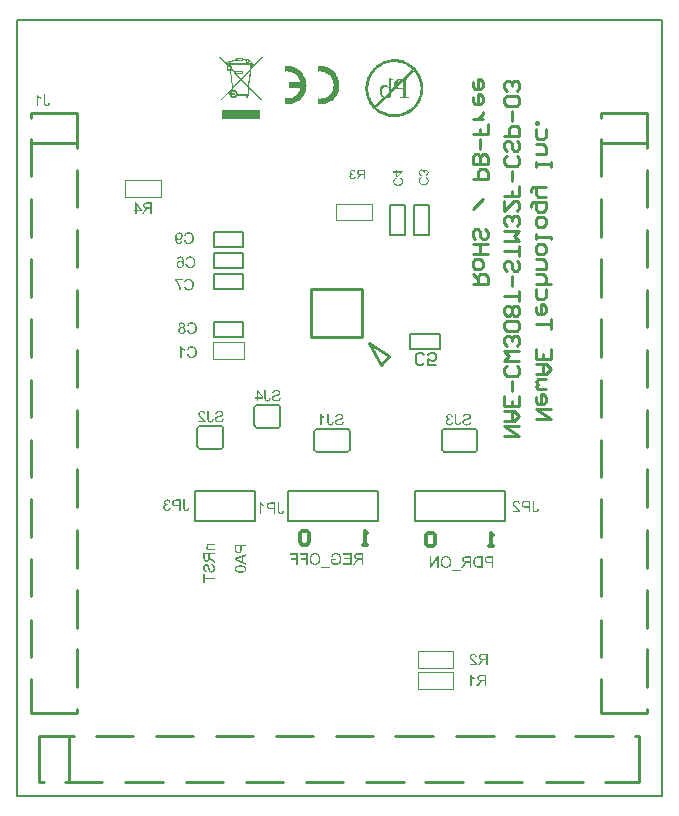
<source format=gbo>
G04*
G04 #@! TF.GenerationSoftware,Altium Limited,Altium Designer,20.2.6 (244)*
G04*
G04 Layer_Color=32896*
%FSLAX25Y25*%
%MOIN*%
G70*
G04*
G04 #@! TF.SameCoordinates,39434470-8384-4B1D-BF7C-59D8A565AEB1*
G04*
G04*
G04 #@! TF.FilePolarity,Positive*
G04*
G01*
G75*
%ADD10C,0.00787*%
%ADD11C,0.01000*%
%ADD12C,0.00500*%
%ADD42C,0.00394*%
%ADD43C,0.01200*%
%ADD44C,0.00700*%
G36*
X76437Y83172D02*
X74900D01*
Y82132D01*
X74897Y82061D01*
X74892Y81993D01*
X74887Y81927D01*
X74878Y81864D01*
X74870Y81804D01*
X74848Y81692D01*
X74824Y81594D01*
X74794Y81501D01*
X74764Y81422D01*
X74734Y81351D01*
X74704Y81288D01*
X74674Y81236D01*
X74644Y81193D01*
X74619Y81157D01*
X74597Y81130D01*
X74581Y81111D01*
X74570Y81100D01*
X74567Y81097D01*
X74504Y81042D01*
X74436Y80996D01*
X74368Y80955D01*
X74300Y80920D01*
X74231Y80890D01*
X74163Y80865D01*
X74098Y80843D01*
X74035Y80827D01*
X73978Y80813D01*
X73923Y80805D01*
X73877Y80797D01*
X73833Y80794D01*
X73800Y80791D01*
X73776Y80789D01*
X73759D01*
X73754D01*
X73650Y80794D01*
X73554Y80808D01*
X73508Y80816D01*
X73467Y80824D01*
X73426Y80835D01*
X73391Y80846D01*
X73358Y80857D01*
X73328Y80868D01*
X73300Y80876D01*
X73279Y80884D01*
X73262Y80892D01*
X73249Y80898D01*
X73240Y80901D01*
X73238Y80903D01*
X73156Y80950D01*
X73082Y80999D01*
X73019Y81051D01*
X72992Y81075D01*
X72967Y81097D01*
X72945Y81119D01*
X72926Y81141D01*
X72910Y81160D01*
X72899Y81176D01*
X72888Y81187D01*
X72880Y81198D01*
X72877Y81204D01*
X72875Y81206D01*
X72828Y81280D01*
X72793Y81359D01*
X72760Y81436D01*
X72735Y81509D01*
X72727Y81545D01*
X72719Y81575D01*
X72711Y81602D01*
X72705Y81627D01*
X72703Y81646D01*
X72700Y81660D01*
X72697Y81670D01*
Y81673D01*
X72692Y81711D01*
X72684Y81755D01*
X72675Y81848D01*
X72667Y81943D01*
X72664Y82036D01*
X72662Y82080D01*
Y82118D01*
X72659Y82156D01*
Y83671D01*
X76437D01*
Y83172D01*
D02*
G37*
G36*
Y80035D02*
X75293Y79623D01*
Y78037D01*
X76437Y77600D01*
Y77032D01*
X72659Y78577D01*
Y79112D01*
X76437Y80562D01*
Y80035D01*
D02*
G37*
G36*
X74769Y76816D02*
X74859Y76814D01*
X74947Y76806D01*
X75031Y76797D01*
X75113Y76786D01*
X75190Y76775D01*
X75263Y76765D01*
X75337Y76751D01*
X75402Y76735D01*
X75468Y76721D01*
X75528Y76705D01*
X75588Y76688D01*
X75643Y76672D01*
X75695Y76653D01*
X75744Y76636D01*
X75788Y76620D01*
X75831Y76601D01*
X75869Y76584D01*
X75908Y76568D01*
X75940Y76552D01*
X75970Y76538D01*
X75998Y76522D01*
X76022Y76508D01*
X76044Y76497D01*
X76060Y76486D01*
X76077Y76475D01*
X76091Y76467D01*
X76099Y76459D01*
X76107Y76453D01*
X76110Y76451D01*
X76112D01*
X76181Y76390D01*
X76241Y76325D01*
X76293Y76257D01*
X76336Y76186D01*
X76374Y76112D01*
X76404Y76041D01*
X76432Y75973D01*
X76451Y75905D01*
X76467Y75839D01*
X76478Y75782D01*
X76489Y75727D01*
X76494Y75681D01*
X76497Y75643D01*
X76500Y75615D01*
Y75591D01*
X76497Y75514D01*
X76489Y75443D01*
X76478Y75375D01*
X76464Y75309D01*
X76448Y75249D01*
X76429Y75195D01*
X76410Y75143D01*
X76388Y75094D01*
X76369Y75053D01*
X76350Y75015D01*
X76331Y74985D01*
X76314Y74957D01*
X76298Y74936D01*
X76287Y74922D01*
X76282Y74911D01*
X76279Y74908D01*
X76235Y74859D01*
X76189Y74813D01*
X76140Y74769D01*
X76088Y74728D01*
X76033Y74692D01*
X75981Y74660D01*
X75929Y74627D01*
X75880Y74600D01*
X75834Y74578D01*
X75790Y74556D01*
X75749Y74540D01*
X75717Y74523D01*
X75687Y74512D01*
X75667Y74504D01*
X75654Y74501D01*
X75648Y74499D01*
X75569Y74474D01*
X75484Y74452D01*
X75397Y74433D01*
X75307Y74417D01*
X75129Y74392D01*
X75042Y74384D01*
X74958Y74376D01*
X74878Y74370D01*
X74807Y74368D01*
X74742Y74365D01*
X74685Y74362D01*
X74660D01*
X74638Y74359D01*
X74619D01*
X74605D01*
X74592D01*
X74584D01*
X74578D01*
X74575D01*
X74472D01*
X74376Y74362D01*
X74283Y74368D01*
X74199Y74373D01*
X74119Y74379D01*
X74046Y74387D01*
X73978Y74395D01*
X73917Y74403D01*
X73863Y74411D01*
X73816Y74419D01*
X73776Y74428D01*
X73743Y74433D01*
X73715Y74439D01*
X73699Y74444D01*
X73685Y74447D01*
X73683D01*
X73623Y74463D01*
X73563Y74482D01*
X73508Y74499D01*
X73456Y74518D01*
X73407Y74540D01*
X73361Y74559D01*
X73317Y74578D01*
X73279Y74597D01*
X73243Y74613D01*
X73213Y74630D01*
X73186Y74643D01*
X73164Y74657D01*
X73148Y74668D01*
X73134Y74676D01*
X73126Y74679D01*
X73123Y74682D01*
X73041Y74739D01*
X72970Y74802D01*
X72907Y74865D01*
X72858Y74924D01*
X72836Y74952D01*
X72820Y74979D01*
X72804Y75001D01*
X72790Y75020D01*
X72782Y75037D01*
X72774Y75047D01*
X72768Y75056D01*
Y75058D01*
X72746Y75102D01*
X72727Y75146D01*
X72697Y75239D01*
X72675Y75329D01*
X72662Y75410D01*
X72656Y75449D01*
X72651Y75481D01*
X72648Y75514D01*
Y75539D01*
X72645Y75561D01*
Y75591D01*
X72648Y75667D01*
X72653Y75738D01*
X72664Y75806D01*
X72681Y75872D01*
X72697Y75932D01*
X72716Y75989D01*
X72735Y76041D01*
X72754Y76087D01*
X72776Y76131D01*
X72795Y76167D01*
X72815Y76200D01*
X72831Y76227D01*
X72844Y76249D01*
X72855Y76262D01*
X72864Y76273D01*
X72866Y76276D01*
X72910Y76325D01*
X72957Y76371D01*
X73006Y76415D01*
X73058Y76456D01*
X73109Y76492D01*
X73164Y76524D01*
X73216Y76557D01*
X73265Y76582D01*
X73311Y76606D01*
X73355Y76628D01*
X73396Y76644D01*
X73429Y76661D01*
X73459Y76672D01*
X73478Y76680D01*
X73492Y76683D01*
X73497Y76685D01*
X73576Y76710D01*
X73661Y76729D01*
X73748Y76748D01*
X73838Y76765D01*
X74018Y76789D01*
X74106Y76797D01*
X74190Y76806D01*
X74270Y76811D01*
X74343Y76814D01*
X74409Y76816D01*
X74463Y76819D01*
X74488D01*
X74510Y76822D01*
X74529D01*
X74545D01*
X74559D01*
X74567D01*
X74573D01*
X74575D01*
X74674D01*
X74769Y76816D01*
D02*
G37*
G36*
X106395Y80889D02*
X106496Y80881D01*
X106591Y80870D01*
X106684Y80857D01*
X106772Y80838D01*
X106854Y80818D01*
X106930Y80797D01*
X107001Y80778D01*
X107064Y80756D01*
X107121Y80734D01*
X107170Y80715D01*
X107211Y80696D01*
X107244Y80682D01*
X107269Y80671D01*
X107282Y80663D01*
X107288Y80660D01*
X107367Y80614D01*
X107440Y80562D01*
X107509Y80507D01*
X107574Y80450D01*
X107634Y80393D01*
X107689Y80332D01*
X107738Y80275D01*
X107782Y80218D01*
X107820Y80163D01*
X107855Y80111D01*
X107886Y80065D01*
X107907Y80027D01*
X107926Y79994D01*
X107940Y79969D01*
X107948Y79953D01*
X107951Y79950D01*
Y79948D01*
X107992Y79857D01*
X108028Y79767D01*
X108057Y79675D01*
X108085Y79584D01*
X108107Y79497D01*
X108123Y79413D01*
X108139Y79331D01*
X108150Y79254D01*
X108161Y79183D01*
X108169Y79118D01*
X108172Y79060D01*
X108178Y79011D01*
Y78973D01*
X108180Y78957D01*
Y78943D01*
Y78932D01*
Y78924D01*
Y78921D01*
Y78918D01*
X108178Y78815D01*
X108169Y78716D01*
X108159Y78621D01*
X108145Y78528D01*
X108126Y78438D01*
X108107Y78356D01*
X108088Y78280D01*
X108066Y78206D01*
X108044Y78143D01*
X108025Y78083D01*
X108003Y78034D01*
X107986Y77990D01*
X107973Y77957D01*
X107962Y77933D01*
X107954Y77917D01*
X107951Y77911D01*
X107905Y77829D01*
X107855Y77753D01*
X107801Y77682D01*
X107746Y77613D01*
X107689Y77551D01*
X107632Y77496D01*
X107574Y77444D01*
X107520Y77398D01*
X107468Y77357D01*
X107419Y77321D01*
X107375Y77291D01*
X107337Y77267D01*
X107307Y77248D01*
X107282Y77234D01*
X107269Y77226D01*
X107263Y77223D01*
X107176Y77182D01*
X107088Y77144D01*
X107001Y77114D01*
X106914Y77087D01*
X106826Y77062D01*
X106742Y77043D01*
X106662Y77029D01*
X106586Y77016D01*
X106515Y77005D01*
X106449Y76999D01*
X106392Y76994D01*
X106343Y76988D01*
X106305D01*
X106289Y76986D01*
X106250D01*
X106174Y76988D01*
X106097Y76991D01*
X105950Y77007D01*
X105882Y77021D01*
X105816Y77032D01*
X105753Y77046D01*
X105693Y77059D01*
X105641Y77073D01*
X105592Y77087D01*
X105551Y77100D01*
X105516Y77111D01*
X105486Y77119D01*
X105464Y77127D01*
X105453Y77130D01*
X105448Y77133D01*
X105374Y77163D01*
X105303Y77193D01*
X105164Y77264D01*
X105096Y77299D01*
X105033Y77338D01*
X104975Y77373D01*
X104918Y77409D01*
X104869Y77441D01*
X104823Y77472D01*
X104784Y77501D01*
X104749Y77523D01*
X104721Y77545D01*
X104702Y77559D01*
X104691Y77570D01*
X104686Y77573D01*
Y78976D01*
X106286D01*
Y78531D01*
X105175D01*
Y77826D01*
X105207Y77799D01*
X105240Y77775D01*
X105317Y77725D01*
X105396Y77679D01*
X105472Y77641D01*
X105508Y77622D01*
X105541Y77605D01*
X105570Y77592D01*
X105595Y77581D01*
X105617Y77573D01*
X105633Y77564D01*
X105644Y77562D01*
X105647Y77559D01*
X105704Y77537D01*
X105762Y77518D01*
X105876Y77488D01*
X105983Y77466D01*
X106032Y77458D01*
X106078Y77452D01*
X106122Y77447D01*
X106160Y77441D01*
X106196Y77439D01*
X106226D01*
X106247Y77436D01*
X106280D01*
X106349Y77439D01*
X106417Y77444D01*
X106482Y77452D01*
X106548Y77461D01*
X106608Y77474D01*
X106665Y77488D01*
X106720Y77501D01*
X106772Y77518D01*
X106818Y77534D01*
X106859Y77548D01*
X106897Y77562D01*
X106927Y77575D01*
X106952Y77583D01*
X106968Y77592D01*
X106982Y77597D01*
X106985Y77600D01*
X107045Y77632D01*
X107102Y77668D01*
X107154Y77706D01*
X107203Y77747D01*
X107249Y77788D01*
X107290Y77832D01*
X107329Y77873D01*
X107364Y77914D01*
X107394Y77952D01*
X107419Y77987D01*
X107440Y78017D01*
X107460Y78048D01*
X107473Y78069D01*
X107484Y78088D01*
X107490Y78099D01*
X107492Y78102D01*
X107522Y78168D01*
X107550Y78236D01*
X107572Y78307D01*
X107591Y78378D01*
X107607Y78449D01*
X107623Y78520D01*
X107634Y78588D01*
X107643Y78654D01*
X107651Y78714D01*
X107656Y78771D01*
X107659Y78820D01*
X107662Y78864D01*
X107664Y78899D01*
Y78927D01*
Y78943D01*
Y78946D01*
Y78948D01*
X107662Y79025D01*
X107659Y79099D01*
X107651Y79172D01*
X107643Y79241D01*
X107632Y79309D01*
X107621Y79372D01*
X107607Y79429D01*
X107593Y79483D01*
X107580Y79533D01*
X107566Y79579D01*
X107555Y79617D01*
X107544Y79650D01*
X107536Y79675D01*
X107528Y79694D01*
X107525Y79707D01*
X107522Y79710D01*
X107487Y79784D01*
X107449Y79855D01*
X107408Y79918D01*
X107370Y79972D01*
X107350Y79997D01*
X107334Y80019D01*
X107320Y80035D01*
X107307Y80051D01*
X107296Y80065D01*
X107288Y80073D01*
X107285Y80079D01*
X107282Y80081D01*
X107222Y80141D01*
X107154Y80196D01*
X107088Y80245D01*
X107023Y80283D01*
X106995Y80300D01*
X106968Y80316D01*
X106944Y80327D01*
X106922Y80338D01*
X106905Y80346D01*
X106892Y80352D01*
X106884Y80357D01*
X106881D01*
X106783Y80393D01*
X106682Y80420D01*
X106583Y80439D01*
X106534Y80444D01*
X106488Y80450D01*
X106447Y80455D01*
X106409Y80458D01*
X106373Y80461D01*
X106343D01*
X106318Y80463D01*
X106286D01*
X106182Y80458D01*
X106084Y80447D01*
X106040Y80439D01*
X105996Y80431D01*
X105955Y80423D01*
X105920Y80414D01*
X105887Y80404D01*
X105857Y80395D01*
X105830Y80387D01*
X105808Y80379D01*
X105792Y80371D01*
X105778Y80368D01*
X105770Y80362D01*
X105767D01*
X105685Y80324D01*
X105611Y80281D01*
X105549Y80237D01*
X105524Y80215D01*
X105499Y80193D01*
X105478Y80174D01*
X105458Y80155D01*
X105442Y80139D01*
X105429Y80125D01*
X105420Y80114D01*
X105412Y80106D01*
X105409Y80101D01*
X105407Y80098D01*
X105382Y80065D01*
X105360Y80032D01*
X105319Y79958D01*
X105284Y79882D01*
X105251Y79811D01*
X105240Y79776D01*
X105227Y79746D01*
X105218Y79716D01*
X105210Y79694D01*
X105202Y79672D01*
X105196Y79658D01*
X105194Y79647D01*
Y79645D01*
X104743Y79767D01*
X104762Y79838D01*
X104784Y79904D01*
X104806Y79967D01*
X104831Y80027D01*
X104852Y80081D01*
X104877Y80130D01*
X104902Y80180D01*
X104923Y80221D01*
X104945Y80259D01*
X104964Y80292D01*
X104983Y80322D01*
X105000Y80343D01*
X105011Y80362D01*
X105022Y80376D01*
X105027Y80384D01*
X105030Y80387D01*
X105065Y80431D01*
X105106Y80472D01*
X105191Y80546D01*
X105278Y80608D01*
X105319Y80635D01*
X105360Y80663D01*
X105401Y80685D01*
X105437Y80704D01*
X105470Y80720D01*
X105497Y80734D01*
X105519Y80745D01*
X105538Y80753D01*
X105549Y80756D01*
X105551Y80758D01*
X105614Y80783D01*
X105677Y80802D01*
X105743Y80821D01*
X105805Y80835D01*
X105931Y80859D01*
X105988Y80868D01*
X106045Y80876D01*
X106097Y80881D01*
X106144Y80884D01*
X106185Y80889D01*
X106223D01*
X106250Y80892D01*
X106291D01*
X106395Y80889D01*
D02*
G37*
G36*
X115377Y77048D02*
X114877D01*
Y78727D01*
X114230D01*
X114173Y78724D01*
X114124Y78722D01*
X114085Y78719D01*
X114058Y78714D01*
X114036Y78711D01*
X114023Y78708D01*
X114020D01*
X113976Y78694D01*
X113935Y78681D01*
X113897Y78662D01*
X113864Y78645D01*
X113834Y78632D01*
X113812Y78618D01*
X113799Y78610D01*
X113793Y78607D01*
X113750Y78577D01*
X113706Y78539D01*
X113665Y78495D01*
X113624Y78454D01*
X113591Y78416D01*
X113564Y78383D01*
X113553Y78370D01*
X113545Y78361D01*
X113542Y78356D01*
X113539Y78353D01*
X113512Y78318D01*
X113482Y78280D01*
X113422Y78198D01*
X113362Y78110D01*
X113305Y78026D01*
X113280Y77987D01*
X113255Y77952D01*
X113234Y77919D01*
X113215Y77889D01*
X113201Y77867D01*
X113190Y77848D01*
X113182Y77837D01*
X113179Y77835D01*
X112679Y77048D01*
X112054D01*
X112707Y78075D01*
X112780Y78184D01*
X112819Y78233D01*
X112854Y78282D01*
X112890Y78326D01*
X112925Y78367D01*
X112958Y78405D01*
X112988Y78441D01*
X113015Y78473D01*
X113042Y78501D01*
X113064Y78522D01*
X113083Y78544D01*
X113100Y78558D01*
X113111Y78572D01*
X113119Y78577D01*
X113122Y78580D01*
X113165Y78615D01*
X113212Y78648D01*
X113261Y78681D01*
X113310Y78708D01*
X113354Y78733D01*
X113373Y78744D01*
X113389Y78752D01*
X113403Y78760D01*
X113414Y78763D01*
X113419Y78768D01*
X113422D01*
X113324Y78785D01*
X113231Y78804D01*
X113146Y78828D01*
X113067Y78853D01*
X112996Y78883D01*
X112928Y78910D01*
X112871Y78940D01*
X112816Y78970D01*
X112769Y79000D01*
X112731Y79028D01*
X112696Y79052D01*
X112669Y79074D01*
X112647Y79093D01*
X112630Y79107D01*
X112622Y79115D01*
X112619Y79118D01*
X112573Y79169D01*
X112532Y79227D01*
X112496Y79282D01*
X112467Y79339D01*
X112442Y79396D01*
X112420Y79453D01*
X112404Y79508D01*
X112390Y79560D01*
X112379Y79609D01*
X112371Y79653D01*
X112365Y79694D01*
X112360Y79726D01*
Y79756D01*
X112357Y79778D01*
Y79789D01*
Y79795D01*
X112360Y79852D01*
X112363Y79909D01*
X112371Y79964D01*
X112382Y80016D01*
X112393Y80065D01*
X112406Y80111D01*
X112423Y80155D01*
X112436Y80196D01*
X112450Y80231D01*
X112467Y80264D01*
X112480Y80294D01*
X112491Y80319D01*
X112502Y80338D01*
X112507Y80352D01*
X112513Y80360D01*
X112516Y80362D01*
X112546Y80409D01*
X112578Y80453D01*
X112614Y80491D01*
X112647Y80529D01*
X112682Y80562D01*
X112718Y80592D01*
X112753Y80616D01*
X112786Y80641D01*
X112816Y80660D01*
X112846Y80677D01*
X112871Y80693D01*
X112892Y80704D01*
X112911Y80712D01*
X112925Y80717D01*
X112933Y80723D01*
X112936D01*
X112988Y80742D01*
X113045Y80758D01*
X113105Y80772D01*
X113165Y80783D01*
X113294Y80802D01*
X113356Y80808D01*
X113417Y80813D01*
X113477Y80818D01*
X113528Y80821D01*
X113578Y80824D01*
X113621D01*
X113654Y80827D01*
X115377D01*
Y77048D01*
D02*
G37*
G36*
X111563D02*
X108746D01*
Y77493D01*
X111063D01*
Y78779D01*
X108975D01*
Y79224D01*
X111063D01*
Y80382D01*
X108833D01*
Y80827D01*
X111563D01*
Y77048D01*
D02*
G37*
G36*
X96881D02*
X96381D01*
Y78765D01*
X94609Y78765D01*
Y79211D01*
X96381Y79211D01*
Y80382D01*
X94334Y80382D01*
Y80827D01*
X96881Y80827D01*
Y77048D01*
D02*
G37*
G36*
X93657Y77048D02*
X93157D01*
Y78765D01*
X91385D01*
Y79211D01*
X93157D01*
Y80382D01*
X91110D01*
Y80827D01*
X93657D01*
Y77048D01*
D02*
G37*
G36*
X99433Y80889D02*
X99504Y80887D01*
X99575Y80879D01*
X99644Y80870D01*
X99775Y80843D01*
X99900Y80810D01*
X100015Y80769D01*
X100121Y80723D01*
X100220Y80677D01*
X100310Y80627D01*
X100389Y80576D01*
X100460Y80529D01*
X100520Y80483D01*
X100569Y80444D01*
X100610Y80409D01*
X100626Y80395D01*
X100637Y80382D01*
X100648Y80374D01*
X100656Y80365D01*
X100659Y80362D01*
X100662Y80360D01*
X100708Y80308D01*
X100752Y80256D01*
X100790Y80202D01*
X100829Y80144D01*
X100897Y80027D01*
X100954Y79907D01*
X101003Y79784D01*
X101044Y79661D01*
X101077Y79541D01*
X101104Y79423D01*
X101123Y79314D01*
X101140Y79213D01*
X101145Y79167D01*
X101151Y79123D01*
X101156Y79082D01*
X101159Y79044D01*
X101162Y79009D01*
X101164Y78978D01*
Y78951D01*
X101167Y78929D01*
Y78913D01*
Y78899D01*
Y78891D01*
Y78888D01*
X101164Y78795D01*
X101159Y78705D01*
X101148Y78618D01*
X101134Y78531D01*
X101118Y78449D01*
X101099Y78372D01*
X101080Y78299D01*
X101058Y78230D01*
X101039Y78168D01*
X101020Y78113D01*
X101000Y78064D01*
X100984Y78023D01*
X100970Y77987D01*
X100960Y77963D01*
X100954Y77949D01*
X100951Y77944D01*
X100908Y77862D01*
X100861Y77785D01*
X100812Y77714D01*
X100760Y77646D01*
X100708Y77583D01*
X100656Y77526D01*
X100602Y77474D01*
X100553Y77425D01*
X100504Y77384D01*
X100460Y77346D01*
X100419Y77316D01*
X100383Y77289D01*
X100356Y77269D01*
X100334Y77253D01*
X100321Y77245D01*
X100315Y77242D01*
X100236Y77196D01*
X100154Y77157D01*
X100069Y77122D01*
X99988Y77095D01*
X99909Y77070D01*
X99829Y77048D01*
X99753Y77032D01*
X99679Y77018D01*
X99614Y77007D01*
X99551Y76999D01*
X99496Y76994D01*
X99450Y76991D01*
X99412Y76988D01*
X99384Y76986D01*
X99360D01*
X99270Y76988D01*
X99180Y76996D01*
X99092Y77007D01*
X99010Y77021D01*
X98928Y77040D01*
X98855Y77059D01*
X98784Y77081D01*
X98715Y77103D01*
X98655Y77122D01*
X98603Y77144D01*
X98557Y77163D01*
X98516Y77182D01*
X98486Y77196D01*
X98462Y77207D01*
X98448Y77215D01*
X98442Y77218D01*
X98366Y77264D01*
X98292Y77313D01*
X98224Y77368D01*
X98159Y77422D01*
X98101Y77480D01*
X98047Y77537D01*
X97997Y77592D01*
X97954Y77646D01*
X97916Y77698D01*
X97880Y77747D01*
X97850Y77791D01*
X97828Y77829D01*
X97809Y77859D01*
X97795Y77884D01*
X97787Y77897D01*
X97785Y77903D01*
X97744Y77990D01*
X97708Y78078D01*
X97678Y78165D01*
X97651Y78255D01*
X97629Y78342D01*
X97610Y78427D01*
X97593Y78509D01*
X97583Y78588D01*
X97572Y78659D01*
X97563Y78727D01*
X97561Y78785D01*
X97555Y78834D01*
Y78875D01*
X97553Y78894D01*
Y78907D01*
Y78918D01*
Y78927D01*
Y78929D01*
Y78932D01*
X97555Y79036D01*
X97561Y79137D01*
X97572Y79235D01*
X97588Y79328D01*
X97604Y79418D01*
X97623Y79500D01*
X97643Y79579D01*
X97662Y79650D01*
X97684Y79716D01*
X97703Y79773D01*
X97722Y79825D01*
X97738Y79866D01*
X97752Y79901D01*
X97763Y79926D01*
X97771Y79939D01*
X97774Y79945D01*
X97817Y80027D01*
X97864Y80103D01*
X97916Y80174D01*
X97967Y80242D01*
X98019Y80305D01*
X98074Y80362D01*
X98126Y80414D01*
X98178Y80461D01*
X98227Y80502D01*
X98270Y80540D01*
X98311Y80570D01*
X98347Y80595D01*
X98374Y80616D01*
X98396Y80630D01*
X98410Y80638D01*
X98415Y80641D01*
X98494Y80685D01*
X98576Y80723D01*
X98658Y80758D01*
X98740Y80786D01*
X98819Y80810D01*
X98898Y80832D01*
X98975Y80848D01*
X99046Y80862D01*
X99111Y80870D01*
X99171Y80879D01*
X99226Y80884D01*
X99272Y80889D01*
X99308D01*
X99335Y80892D01*
X99360D01*
X99433Y80889D01*
D02*
G37*
G36*
X104435Y76000D02*
X101361D01*
Y76336D01*
X104435D01*
Y76000D01*
D02*
G37*
G36*
X65937Y83577D02*
X64444D01*
X64348Y83574D01*
X64261Y83569D01*
X64182Y83558D01*
X64111Y83544D01*
X64045Y83528D01*
X63985Y83509D01*
X63933Y83490D01*
X63890Y83470D01*
X63849Y83451D01*
X63816Y83432D01*
X63789Y83413D01*
X63767Y83397D01*
X63750Y83383D01*
X63737Y83372D01*
X63731Y83367D01*
X63729Y83364D01*
X63696Y83323D01*
X63666Y83279D01*
X63641Y83236D01*
X63619Y83192D01*
X63600Y83148D01*
X63587Y83107D01*
X63573Y83066D01*
X63565Y83025D01*
X63557Y82990D01*
X63551Y82957D01*
X63546Y82927D01*
X63543Y82900D01*
X63540Y82881D01*
Y82851D01*
X63543Y82783D01*
X63554Y82723D01*
X63568Y82668D01*
X63581Y82619D01*
X63598Y82581D01*
X63611Y82553D01*
X63617Y82542D01*
X63622Y82534D01*
X63625Y82531D01*
Y82529D01*
X63658Y82480D01*
X63696Y82439D01*
X63734Y82406D01*
X63770Y82379D01*
X63802Y82359D01*
X63827Y82346D01*
X63838Y82340D01*
X63846Y82337D01*
X63849Y82335D01*
X63851D01*
X63879Y82324D01*
X63909Y82316D01*
X63977Y82302D01*
X64045Y82294D01*
X64116Y82286D01*
X64146D01*
X64176Y82283D01*
X64204D01*
X64228Y82280D01*
X64247D01*
X64261D01*
X64272D01*
X64275D01*
X65937D01*
Y81816D01*
X64255D01*
X64198D01*
X64144D01*
X64095Y81819D01*
X64048Y81822D01*
X64007D01*
X63972Y81824D01*
X63939Y81827D01*
X63909Y81830D01*
X63884Y81832D01*
X63862Y81835D01*
X63843Y81838D01*
X63830D01*
X63819Y81841D01*
X63810Y81843D01*
X63808D01*
X63805D01*
X63734Y81862D01*
X63669Y81884D01*
X63608Y81906D01*
X63559Y81931D01*
X63518Y81953D01*
X63502Y81963D01*
X63488Y81972D01*
X63477Y81977D01*
X63469Y81983D01*
X63467Y81988D01*
X63464D01*
X63412Y82032D01*
X63366Y82081D01*
X63325Y82133D01*
X63292Y82182D01*
X63265Y82228D01*
X63254Y82248D01*
X63245Y82264D01*
X63237Y82280D01*
X63232Y82291D01*
X63229Y82297D01*
Y82299D01*
X63199Y82379D01*
X63177Y82458D01*
X63161Y82534D01*
X63150Y82602D01*
X63147Y82635D01*
X63144Y82662D01*
X63142Y82690D01*
X63139Y82712D01*
Y82753D01*
X63144Y82856D01*
X63158Y82955D01*
X63180Y83045D01*
X63210Y83129D01*
X63243Y83208D01*
X63281Y83279D01*
X63322Y83345D01*
X63363Y83402D01*
X63406Y83454D01*
X63447Y83498D01*
X63486Y83536D01*
X63518Y83569D01*
X63548Y83591D01*
X63570Y83610D01*
X63584Y83621D01*
X63589Y83623D01*
X63199D01*
Y84041D01*
X65937D01*
Y83577D01*
D02*
G37*
G36*
Y80538D02*
X64258D01*
Y79892D01*
X64261Y79834D01*
X64264Y79785D01*
X64266Y79747D01*
X64272Y79720D01*
X64275Y79698D01*
X64277Y79684D01*
Y79681D01*
X64291Y79638D01*
X64305Y79597D01*
X64324Y79558D01*
X64340Y79526D01*
X64354Y79496D01*
X64368Y79474D01*
X64376Y79460D01*
X64378Y79455D01*
X64408Y79411D01*
X64447Y79367D01*
X64490Y79326D01*
X64531Y79285D01*
X64569Y79253D01*
X64602Y79225D01*
X64616Y79214D01*
X64624Y79206D01*
X64630Y79203D01*
X64632Y79201D01*
X64668Y79173D01*
X64706Y79143D01*
X64788Y79083D01*
X64875Y79023D01*
X64960Y78966D01*
X64998Y78941D01*
X65034Y78917D01*
X65066Y78895D01*
X65096Y78876D01*
X65118Y78862D01*
X65137Y78851D01*
X65148Y78843D01*
X65151Y78840D01*
X65937Y78341D01*
Y77716D01*
X64911Y78368D01*
X64802Y78442D01*
X64752Y78480D01*
X64703Y78515D01*
X64660Y78551D01*
X64619Y78587D01*
X64580Y78619D01*
X64545Y78649D01*
X64512Y78677D01*
X64485Y78704D01*
X64463Y78726D01*
X64441Y78745D01*
X64428Y78761D01*
X64414Y78772D01*
X64408Y78780D01*
X64406Y78783D01*
X64370Y78827D01*
X64337Y78873D01*
X64305Y78922D01*
X64277Y78971D01*
X64253Y79015D01*
X64242Y79034D01*
X64234Y79051D01*
X64226Y79064D01*
X64223Y79075D01*
X64217Y79081D01*
Y79083D01*
X64201Y78985D01*
X64182Y78892D01*
X64157Y78808D01*
X64133Y78728D01*
X64103Y78658D01*
X64075Y78589D01*
X64045Y78532D01*
X64015Y78477D01*
X63985Y78431D01*
X63958Y78393D01*
X63933Y78357D01*
X63911Y78330D01*
X63892Y78308D01*
X63879Y78292D01*
X63871Y78284D01*
X63868Y78281D01*
X63816Y78234D01*
X63759Y78193D01*
X63704Y78158D01*
X63647Y78128D01*
X63589Y78103D01*
X63532Y78082D01*
X63477Y78065D01*
X63426Y78051D01*
X63376Y78040D01*
X63333Y78032D01*
X63292Y78027D01*
X63259Y78021D01*
X63229D01*
X63207Y78019D01*
X63196D01*
X63191D01*
X63134Y78021D01*
X63076Y78024D01*
X63022Y78032D01*
X62970Y78043D01*
X62921Y78054D01*
X62874Y78068D01*
X62831Y78084D01*
X62789Y78098D01*
X62754Y78111D01*
X62721Y78128D01*
X62691Y78141D01*
X62667Y78153D01*
X62648Y78163D01*
X62634Y78169D01*
X62626Y78174D01*
X62623Y78177D01*
X62577Y78207D01*
X62533Y78240D01*
X62495Y78275D01*
X62457Y78308D01*
X62424Y78344D01*
X62394Y78379D01*
X62369Y78414D01*
X62344Y78447D01*
X62325Y78477D01*
X62309Y78507D01*
X62293Y78532D01*
X62282Y78554D01*
X62274Y78573D01*
X62268Y78587D01*
X62263Y78595D01*
Y78597D01*
X62243Y78649D01*
X62227Y78707D01*
X62213Y78767D01*
X62203Y78827D01*
X62183Y78955D01*
X62178Y79018D01*
X62173Y79078D01*
X62167Y79138D01*
X62164Y79190D01*
X62162Y79239D01*
Y79283D01*
X62159Y79315D01*
Y81038D01*
X65937D01*
Y80538D01*
D02*
G37*
G36*
X64793Y77399D02*
X64862Y77391D01*
X64927Y77380D01*
X64990Y77366D01*
X65047Y77350D01*
X65105Y77333D01*
X65156Y77314D01*
X65206Y77295D01*
X65249Y77279D01*
X65288Y77260D01*
X65320Y77243D01*
X65350Y77227D01*
X65372Y77216D01*
X65389Y77205D01*
X65399Y77200D01*
X65402Y77197D01*
X65457Y77159D01*
X65509Y77118D01*
X65555Y77074D01*
X65599Y77028D01*
X65640Y76984D01*
X65678Y76938D01*
X65711Y76894D01*
X65741Y76850D01*
X65765Y76812D01*
X65790Y76774D01*
X65809Y76741D01*
X65825Y76711D01*
X65836Y76687D01*
X65844Y76670D01*
X65850Y76656D01*
X65853Y76654D01*
X65877Y76588D01*
X65902Y76517D01*
X65921Y76446D01*
X65937Y76372D01*
X65965Y76228D01*
X65973Y76160D01*
X65981Y76094D01*
X65986Y76031D01*
X65992Y75974D01*
X65995Y75922D01*
X65997Y75878D01*
X66000Y75843D01*
Y75794D01*
X65997Y75720D01*
X65995Y75646D01*
X65986Y75575D01*
X65978Y75510D01*
X65965Y75447D01*
X65954Y75387D01*
X65940Y75330D01*
X65926Y75278D01*
X65913Y75231D01*
X65899Y75190D01*
X65885Y75155D01*
X65874Y75125D01*
X65866Y75100D01*
X65858Y75081D01*
X65855Y75070D01*
X65853Y75068D01*
X65823Y75007D01*
X65793Y74953D01*
X65760Y74901D01*
X65727Y74855D01*
X65692Y74811D01*
X65656Y74770D01*
X65623Y74732D01*
X65591Y74699D01*
X65561Y74669D01*
X65533Y74644D01*
X65506Y74623D01*
X65484Y74606D01*
X65465Y74593D01*
X65451Y74582D01*
X65443Y74576D01*
X65440Y74573D01*
X65389Y74543D01*
X65339Y74516D01*
X65288Y74492D01*
X65238Y74472D01*
X65189Y74456D01*
X65143Y74442D01*
X65096Y74429D01*
X65055Y74421D01*
X65014Y74412D01*
X64979Y74407D01*
X64949Y74404D01*
X64922Y74401D01*
X64900Y74399D01*
X64883D01*
X64872D01*
X64870D01*
X64812Y74401D01*
X64761Y74404D01*
X64709Y74412D01*
X64660Y74423D01*
X64610Y74434D01*
X64567Y74448D01*
X64526Y74464D01*
X64488Y74478D01*
X64455Y74492D01*
X64425Y74508D01*
X64398Y74522D01*
X64376Y74533D01*
X64359Y74543D01*
X64346Y74549D01*
X64337Y74554D01*
X64335Y74557D01*
X64291Y74590D01*
X64250Y74623D01*
X64174Y74699D01*
X64108Y74781D01*
X64078Y74822D01*
X64053Y74860D01*
X64029Y74898D01*
X64007Y74934D01*
X63991Y74964D01*
X63974Y74991D01*
X63963Y75013D01*
X63955Y75032D01*
X63950Y75043D01*
X63947Y75046D01*
X63928Y75092D01*
X63909Y75147D01*
X63887Y75207D01*
X63868Y75272D01*
X63846Y75341D01*
X63827Y75409D01*
X63791Y75548D01*
X63772Y75614D01*
X63759Y75676D01*
X63745Y75734D01*
X63731Y75783D01*
X63723Y75824D01*
X63718Y75840D01*
X63715Y75854D01*
X63712Y75865D01*
Y75873D01*
X63709Y75878D01*
Y75881D01*
X63682Y75990D01*
X63658Y76089D01*
X63633Y76176D01*
X63608Y76255D01*
X63584Y76323D01*
X63562Y76386D01*
X63540Y76438D01*
X63521Y76484D01*
X63502Y76523D01*
X63486Y76553D01*
X63472Y76580D01*
X63458Y76599D01*
X63450Y76616D01*
X63442Y76624D01*
X63439Y76629D01*
X63437Y76632D01*
X63412Y76656D01*
X63385Y76678D01*
X63357Y76700D01*
X63327Y76717D01*
X63273Y76741D01*
X63218Y76757D01*
X63172Y76768D01*
X63153Y76771D01*
X63134Y76774D01*
X63120Y76776D01*
X63109D01*
X63103D01*
X63101D01*
X63057Y76774D01*
X63016Y76768D01*
X62975Y76757D01*
X62940Y76744D01*
X62871Y76711D01*
X62839Y76692D01*
X62811Y76673D01*
X62787Y76654D01*
X62765Y76637D01*
X62746Y76618D01*
X62730Y76604D01*
X62716Y76591D01*
X62708Y76580D01*
X62702Y76574D01*
X62699Y76572D01*
X62669Y76531D01*
X62645Y76484D01*
X62623Y76433D01*
X62604Y76381D01*
X62587Y76326D01*
X62574Y76271D01*
X62555Y76162D01*
X62547Y76113D01*
X62541Y76064D01*
X62538Y76023D01*
X62536Y75985D01*
X62533Y75955D01*
Y75911D01*
X62536Y75832D01*
X62541Y75758D01*
X62549Y75690D01*
X62560Y75625D01*
X62577Y75567D01*
X62590Y75512D01*
X62607Y75463D01*
X62623Y75420D01*
X62642Y75381D01*
X62659Y75349D01*
X62672Y75322D01*
X62686Y75297D01*
X62699Y75278D01*
X62708Y75267D01*
X62713Y75259D01*
X62716Y75256D01*
X62751Y75218D01*
X62792Y75182D01*
X62833Y75150D01*
X62877Y75122D01*
X62923Y75098D01*
X62967Y75076D01*
X63011Y75057D01*
X63054Y75043D01*
X63095Y75029D01*
X63134Y75018D01*
X63169Y75010D01*
X63196Y75005D01*
X63221Y74999D01*
X63240Y74997D01*
X63251Y74994D01*
X63256D01*
X63221Y74513D01*
X63161Y74519D01*
X63101Y74524D01*
X63043Y74535D01*
X62989Y74549D01*
X62937Y74563D01*
X62888Y74579D01*
X62841Y74595D01*
X62800Y74612D01*
X62762Y74631D01*
X62730Y74644D01*
X62699Y74661D01*
X62675Y74674D01*
X62656Y74685D01*
X62639Y74694D01*
X62631Y74699D01*
X62628Y74702D01*
X62579Y74734D01*
X62536Y74773D01*
X62492Y74811D01*
X62454Y74852D01*
X62418Y74893D01*
X62385Y74934D01*
X62355Y74972D01*
X62331Y75013D01*
X62306Y75049D01*
X62287Y75084D01*
X62268Y75114D01*
X62254Y75141D01*
X62243Y75163D01*
X62235Y75179D01*
X62233Y75190D01*
X62230Y75193D01*
X62205Y75253D01*
X62183Y75316D01*
X62167Y75379D01*
X62151Y75444D01*
X62126Y75567D01*
X62118Y75627D01*
X62110Y75682D01*
X62104Y75736D01*
X62102Y75783D01*
X62096Y75827D01*
Y75862D01*
X62093Y75892D01*
Y75933D01*
X62096Y76004D01*
X62099Y76072D01*
X62104Y76138D01*
X62112Y76203D01*
X62123Y76263D01*
X62134Y76321D01*
X62145Y76372D01*
X62159Y76422D01*
X62170Y76468D01*
X62183Y76509D01*
X62194Y76542D01*
X62203Y76572D01*
X62213Y76596D01*
X62219Y76613D01*
X62222Y76624D01*
X62224Y76626D01*
X62249Y76684D01*
X62276Y76736D01*
X62306Y76785D01*
X62336Y76831D01*
X62369Y76875D01*
X62399Y76913D01*
X62432Y76948D01*
X62462Y76979D01*
X62489Y77006D01*
X62516Y77030D01*
X62538Y77052D01*
X62560Y77069D01*
X62577Y77082D01*
X62590Y77091D01*
X62598Y77096D01*
X62601Y77099D01*
X62648Y77126D01*
X62697Y77150D01*
X62743Y77172D01*
X62789Y77192D01*
X62836Y77208D01*
X62880Y77222D01*
X62921Y77230D01*
X62962Y77241D01*
X63000Y77246D01*
X63033Y77252D01*
X63063Y77254D01*
X63087Y77257D01*
X63109Y77260D01*
X63123D01*
X63134D01*
X63136D01*
X63185Y77257D01*
X63232Y77254D01*
X63319Y77238D01*
X63398Y77219D01*
X63434Y77205D01*
X63469Y77194D01*
X63499Y77181D01*
X63527Y77170D01*
X63548Y77159D01*
X63568Y77148D01*
X63584Y77140D01*
X63595Y77134D01*
X63603Y77131D01*
X63606Y77129D01*
X63644Y77101D01*
X63682Y77074D01*
X63750Y77009D01*
X63810Y76943D01*
X63860Y76877D01*
X63881Y76845D01*
X63901Y76818D01*
X63920Y76790D01*
X63933Y76768D01*
X63944Y76749D01*
X63952Y76736D01*
X63955Y76727D01*
X63958Y76725D01*
X63980Y76681D01*
X63999Y76635D01*
X64021Y76580D01*
X64043Y76523D01*
X64083Y76402D01*
X64119Y76282D01*
X64135Y76228D01*
X64149Y76173D01*
X64163Y76124D01*
X64174Y76083D01*
X64182Y76048D01*
X64190Y76020D01*
X64193Y76012D01*
Y76004D01*
X64196Y76001D01*
Y75999D01*
X64217Y75906D01*
X64239Y75821D01*
X64258Y75742D01*
X64277Y75674D01*
X64294Y75611D01*
X64307Y75556D01*
X64321Y75510D01*
X64335Y75466D01*
X64346Y75431D01*
X64354Y75401D01*
X64362Y75379D01*
X64368Y75360D01*
X64373Y75343D01*
X64376Y75335D01*
X64378Y75330D01*
Y75327D01*
X64398Y75283D01*
X64414Y75245D01*
X64433Y75207D01*
X64452Y75174D01*
X64471Y75141D01*
X64490Y75114D01*
X64509Y75089D01*
X64526Y75068D01*
X64542Y75049D01*
X64559Y75032D01*
X64583Y75005D01*
X64600Y74991D01*
X64602Y74986D01*
X64605D01*
X64657Y74950D01*
X64709Y74923D01*
X64761Y74904D01*
X64807Y74893D01*
X64851Y74885D01*
X64867Y74882D01*
X64883D01*
X64897Y74879D01*
X64905D01*
X64911D01*
X64913D01*
X64976Y74885D01*
X65039Y74896D01*
X65094Y74915D01*
X65140Y74934D01*
X65181Y74953D01*
X65197Y74964D01*
X65211Y74972D01*
X65222Y74977D01*
X65230Y74983D01*
X65236Y74988D01*
X65238D01*
X65290Y75032D01*
X65337Y75084D01*
X65378Y75138D01*
X65410Y75190D01*
X65435Y75239D01*
X65446Y75259D01*
X65454Y75278D01*
X65462Y75291D01*
X65468Y75302D01*
X65470Y75310D01*
Y75313D01*
X65498Y75398D01*
X65519Y75482D01*
X65533Y75567D01*
X65544Y75646D01*
X65547Y75682D01*
X65549Y75715D01*
X65552Y75742D01*
Y75766D01*
X65555Y75788D01*
Y75816D01*
X65549Y75933D01*
X65539Y76042D01*
X65528Y76094D01*
X65519Y76140D01*
X65509Y76187D01*
X65498Y76228D01*
X65490Y76263D01*
X65479Y76299D01*
X65468Y76326D01*
X65460Y76351D01*
X65454Y76370D01*
X65448Y76386D01*
X65443Y76394D01*
Y76397D01*
X65421Y76443D01*
X65399Y76487D01*
X65375Y76528D01*
X65350Y76564D01*
X65326Y76599D01*
X65301Y76629D01*
X65276Y76659D01*
X65255Y76684D01*
X65233Y76706D01*
X65214Y76725D01*
X65197Y76741D01*
X65181Y76752D01*
X65167Y76763D01*
X65159Y76771D01*
X65154Y76774D01*
X65151Y76776D01*
X65077Y76818D01*
X65001Y76850D01*
X64922Y76877D01*
X64848Y76897D01*
X64812Y76905D01*
X64782Y76913D01*
X64752Y76919D01*
X64728Y76921D01*
X64709Y76927D01*
X64695D01*
X64684Y76929D01*
X64681D01*
X64722Y77402D01*
X64793Y77399D01*
D02*
G37*
G36*
X62604Y72755D02*
X65937D01*
Y72256D01*
X62604D01*
Y71005D01*
X62159D01*
Y74000D01*
X62604D01*
Y72755D01*
D02*
G37*
G36*
X140584Y76048D02*
X140103D01*
Y79013D01*
X138124Y76048D01*
X137608D01*
Y79827D01*
X138089D01*
Y76859D01*
X140071Y79827D01*
X140584D01*
Y76048D01*
D02*
G37*
G36*
X158760D02*
X158261D01*
Y77585D01*
X157220D01*
X157150Y77588D01*
X157081Y77593D01*
X157016Y77599D01*
X156953Y77607D01*
X156893Y77615D01*
X156781Y77637D01*
X156683Y77662D01*
X156590Y77692D01*
X156511Y77722D01*
X156440Y77752D01*
X156377Y77782D01*
X156325Y77812D01*
X156281Y77842D01*
X156246Y77867D01*
X156219Y77888D01*
X156200Y77905D01*
X156189Y77916D01*
X156186Y77918D01*
X156131Y77981D01*
X156085Y78049D01*
X156044Y78118D01*
X156008Y78186D01*
X155978Y78254D01*
X155954Y78322D01*
X155932Y78388D01*
X155916Y78451D01*
X155902Y78508D01*
X155894Y78563D01*
X155886Y78609D01*
X155883Y78653D01*
X155880Y78685D01*
X155877Y78710D01*
Y78726D01*
Y78732D01*
X155883Y78836D01*
X155896Y78931D01*
X155905Y78978D01*
X155913Y79019D01*
X155924Y79059D01*
X155935Y79095D01*
X155946Y79128D01*
X155956Y79158D01*
X155965Y79185D01*
X155973Y79207D01*
X155981Y79223D01*
X155987Y79237D01*
X155989Y79245D01*
X155992Y79248D01*
X156038Y79330D01*
X156088Y79404D01*
X156140Y79466D01*
X156164Y79494D01*
X156186Y79518D01*
X156208Y79540D01*
X156229Y79559D01*
X156249Y79576D01*
X156265Y79586D01*
X156276Y79597D01*
X156287Y79606D01*
X156292Y79608D01*
X156295Y79611D01*
X156369Y79657D01*
X156448Y79693D01*
X156524Y79726D01*
X156598Y79750D01*
X156634Y79758D01*
X156664Y79767D01*
X156691Y79775D01*
X156716Y79780D01*
X156735Y79783D01*
X156748Y79786D01*
X156759Y79788D01*
X156762D01*
X156800Y79794D01*
X156844Y79802D01*
X156937Y79810D01*
X157032Y79818D01*
X157125Y79821D01*
X157169Y79824D01*
X157207D01*
X157245Y79827D01*
X158760D01*
Y76048D01*
D02*
G37*
G36*
X155241D02*
X153879D01*
X153756Y76051D01*
X153696Y76054D01*
X153641Y76059D01*
X153587Y76062D01*
X153538Y76067D01*
X153491Y76073D01*
X153448Y76081D01*
X153410Y76086D01*
X153374Y76092D01*
X153344Y76098D01*
X153319Y76100D01*
X153300Y76106D01*
X153284Y76108D01*
X153276Y76111D01*
X153273D01*
X153177Y76138D01*
X153090Y76168D01*
X153052Y76185D01*
X153014Y76199D01*
X152981Y76215D01*
X152948Y76231D01*
X152921Y76245D01*
X152896Y76258D01*
X152874Y76269D01*
X152855Y76280D01*
X152842Y76289D01*
X152831Y76294D01*
X152825Y76300D01*
X152822D01*
X152754Y76351D01*
X152689Y76406D01*
X152631Y76463D01*
X152579Y76518D01*
X152539Y76567D01*
X152520Y76589D01*
X152506Y76608D01*
X152495Y76622D01*
X152487Y76635D01*
X152481Y76641D01*
X152479Y76644D01*
X152421Y76731D01*
X152372Y76821D01*
X152326Y76914D01*
X152290Y77001D01*
X152274Y77039D01*
X152260Y77078D01*
X152246Y77110D01*
X152238Y77138D01*
X152230Y77159D01*
X152225Y77179D01*
X152219Y77189D01*
Y77192D01*
X152186Y77320D01*
X152162Y77451D01*
X152143Y77580D01*
X152137Y77643D01*
X152132Y77700D01*
X152126Y77755D01*
X152124Y77804D01*
X152121Y77847D01*
Y77883D01*
X152118Y77916D01*
Y77938D01*
Y77951D01*
Y77957D01*
X152121Y78049D01*
X152124Y78140D01*
X152132Y78227D01*
X152143Y78309D01*
X152154Y78388D01*
X152165Y78462D01*
X152178Y78533D01*
X152192Y78595D01*
X152208Y78653D01*
X152222Y78705D01*
X152233Y78748D01*
X152244Y78786D01*
X152255Y78816D01*
X152263Y78836D01*
X152266Y78849D01*
X152268Y78855D01*
X152298Y78926D01*
X152331Y78997D01*
X152364Y79059D01*
X152399Y79122D01*
X152438Y79180D01*
X152476Y79232D01*
X152511Y79281D01*
X152547Y79327D01*
X152582Y79365D01*
X152612Y79401D01*
X152642Y79431D01*
X152667Y79455D01*
X152686Y79475D01*
X152702Y79491D01*
X152713Y79499D01*
X152716Y79502D01*
X152760Y79537D01*
X152806Y79570D01*
X152899Y79625D01*
X152992Y79674D01*
X153076Y79709D01*
X153117Y79726D01*
X153153Y79737D01*
X153186Y79747D01*
X153213Y79758D01*
X153237Y79764D01*
X153254Y79769D01*
X153265Y79772D01*
X153268D01*
X153314Y79783D01*
X153363Y79791D01*
X153415Y79797D01*
X153470Y79805D01*
X153581Y79813D01*
X153691Y79821D01*
X153743D01*
X153789Y79824D01*
X153833D01*
X153868Y79827D01*
X155241D01*
Y76048D01*
D02*
G37*
G36*
X151422D02*
X150922D01*
Y77727D01*
X150275D01*
X150218Y77724D01*
X150169Y77722D01*
X150131Y77719D01*
X150103Y77714D01*
X150082Y77711D01*
X150068Y77708D01*
X150065D01*
X150022Y77694D01*
X149981Y77681D01*
X149942Y77662D01*
X149910Y77645D01*
X149880Y77632D01*
X149858Y77618D01*
X149844Y77610D01*
X149839Y77607D01*
X149795Y77577D01*
X149751Y77539D01*
X149710Y77495D01*
X149669Y77454D01*
X149637Y77416D01*
X149609Y77383D01*
X149598Y77370D01*
X149590Y77362D01*
X149588Y77356D01*
X149585Y77353D01*
X149557Y77318D01*
X149527Y77280D01*
X149467Y77198D01*
X149407Y77110D01*
X149350Y77026D01*
X149325Y76987D01*
X149301Y76952D01*
X149279Y76919D01*
X149260Y76889D01*
X149246Y76867D01*
X149235Y76848D01*
X149227Y76837D01*
X149224Y76835D01*
X148725Y76048D01*
X148100D01*
X148752Y77075D01*
X148826Y77184D01*
X148864Y77233D01*
X148899Y77282D01*
X148935Y77326D01*
X148970Y77367D01*
X149003Y77405D01*
X149033Y77441D01*
X149061Y77473D01*
X149088Y77501D01*
X149110Y77522D01*
X149129Y77544D01*
X149145Y77558D01*
X149156Y77572D01*
X149164Y77577D01*
X149167Y77580D01*
X149211Y77615D01*
X149257Y77648D01*
X149306Y77681D01*
X149355Y77708D01*
X149399Y77733D01*
X149418Y77744D01*
X149435Y77752D01*
X149448Y77760D01*
X149459Y77763D01*
X149465Y77768D01*
X149467D01*
X149369Y77785D01*
X149276Y77804D01*
X149192Y77828D01*
X149112Y77853D01*
X149041Y77883D01*
X148973Y77910D01*
X148916Y77940D01*
X148861Y77970D01*
X148815Y78000D01*
X148777Y78028D01*
X148741Y78052D01*
X148714Y78074D01*
X148692Y78093D01*
X148676Y78107D01*
X148668Y78115D01*
X148665Y78118D01*
X148618Y78170D01*
X148577Y78227D01*
X148542Y78281D01*
X148512Y78339D01*
X148487Y78396D01*
X148465Y78453D01*
X148449Y78508D01*
X148435Y78560D01*
X148424Y78609D01*
X148416Y78653D01*
X148411Y78694D01*
X148405Y78726D01*
Y78756D01*
X148403Y78778D01*
Y78789D01*
Y78795D01*
X148405Y78852D01*
X148408Y78909D01*
X148416Y78964D01*
X148427Y79016D01*
X148438Y79065D01*
X148452Y79111D01*
X148468Y79155D01*
X148482Y79196D01*
X148495Y79232D01*
X148512Y79264D01*
X148526Y79294D01*
X148536Y79319D01*
X148547Y79338D01*
X148553Y79352D01*
X148558Y79360D01*
X148561Y79362D01*
X148591Y79409D01*
X148624Y79453D01*
X148659Y79491D01*
X148692Y79529D01*
X148728Y79562D01*
X148763Y79592D01*
X148799Y79616D01*
X148831Y79641D01*
X148861Y79660D01*
X148891Y79677D01*
X148916Y79693D01*
X148938Y79704D01*
X148957Y79712D01*
X148970Y79717D01*
X148979Y79723D01*
X148981D01*
X149033Y79742D01*
X149091Y79758D01*
X149151Y79772D01*
X149211Y79783D01*
X149339Y79802D01*
X149402Y79808D01*
X149462Y79813D01*
X149522Y79818D01*
X149574Y79821D01*
X149623Y79824D01*
X149667D01*
X149699Y79827D01*
X151422D01*
Y76048D01*
D02*
G37*
G36*
X143104Y79889D02*
X143175Y79887D01*
X143246Y79878D01*
X143314Y79870D01*
X143445Y79843D01*
X143570Y79810D01*
X143685Y79769D01*
X143792Y79723D01*
X143890Y79677D01*
X143980Y79627D01*
X144059Y79576D01*
X144130Y79529D01*
X144190Y79483D01*
X144239Y79444D01*
X144280Y79409D01*
X144297Y79395D01*
X144308Y79382D01*
X144319Y79374D01*
X144327Y79365D01*
X144330Y79362D01*
X144332Y79360D01*
X144379Y79308D01*
X144422Y79256D01*
X144460Y79202D01*
X144499Y79144D01*
X144567Y79027D01*
X144624Y78907D01*
X144674Y78784D01*
X144714Y78661D01*
X144747Y78541D01*
X144774Y78423D01*
X144794Y78314D01*
X144810Y78213D01*
X144815Y78167D01*
X144821Y78123D01*
X144826Y78082D01*
X144829Y78044D01*
X144832Y78009D01*
X144834Y77978D01*
Y77951D01*
X144837Y77929D01*
Y77913D01*
Y77899D01*
Y77891D01*
Y77888D01*
X144834Y77795D01*
X144829Y77705D01*
X144818Y77618D01*
X144805Y77531D01*
X144788Y77449D01*
X144769Y77372D01*
X144750Y77299D01*
X144728Y77230D01*
X144709Y77168D01*
X144690Y77113D01*
X144671Y77064D01*
X144654Y77023D01*
X144641Y76987D01*
X144630Y76963D01*
X144624Y76949D01*
X144622Y76944D01*
X144578Y76862D01*
X144532Y76785D01*
X144482Y76714D01*
X144430Y76646D01*
X144379Y76583D01*
X144327Y76526D01*
X144272Y76474D01*
X144223Y76425D01*
X144174Y76384D01*
X144130Y76346D01*
X144089Y76316D01*
X144054Y76289D01*
X144026Y76269D01*
X144005Y76253D01*
X143991Y76245D01*
X143985Y76242D01*
X143906Y76196D01*
X143824Y76157D01*
X143740Y76122D01*
X143658Y76095D01*
X143579Y76070D01*
X143500Y76048D01*
X143423Y76032D01*
X143349Y76018D01*
X143284Y76007D01*
X143221Y75999D01*
X143166Y75994D01*
X143120Y75991D01*
X143082Y75988D01*
X143055Y75985D01*
X143030D01*
X142940Y75988D01*
X142850Y75997D01*
X142762Y76007D01*
X142681Y76021D01*
X142599Y76040D01*
X142525Y76059D01*
X142454Y76081D01*
X142386Y76103D01*
X142326Y76122D01*
X142274Y76144D01*
X142227Y76163D01*
X142186Y76182D01*
X142156Y76196D01*
X142132Y76207D01*
X142118Y76215D01*
X142113Y76218D01*
X142036Y76264D01*
X141963Y76313D01*
X141894Y76368D01*
X141829Y76422D01*
X141771Y76480D01*
X141717Y76537D01*
X141668Y76592D01*
X141624Y76646D01*
X141586Y76698D01*
X141550Y76747D01*
X141520Y76791D01*
X141498Y76829D01*
X141479Y76859D01*
X141466Y76884D01*
X141457Y76897D01*
X141455Y76903D01*
X141414Y76990D01*
X141378Y77078D01*
X141348Y77165D01*
X141321Y77255D01*
X141299Y77342D01*
X141280Y77427D01*
X141264Y77509D01*
X141253Y77588D01*
X141242Y77659D01*
X141234Y77727D01*
X141231Y77785D01*
X141226Y77834D01*
Y77875D01*
X141223Y77894D01*
Y77907D01*
Y77918D01*
Y77927D01*
Y77929D01*
Y77932D01*
X141226Y78036D01*
X141231Y78137D01*
X141242Y78235D01*
X141258Y78328D01*
X141275Y78418D01*
X141294Y78500D01*
X141313Y78579D01*
X141332Y78650D01*
X141354Y78715D01*
X141373Y78773D01*
X141392Y78825D01*
X141408Y78866D01*
X141422Y78901D01*
X141433Y78926D01*
X141441Y78939D01*
X141444Y78945D01*
X141488Y79027D01*
X141534Y79103D01*
X141586Y79174D01*
X141638Y79242D01*
X141690Y79305D01*
X141744Y79362D01*
X141796Y79414D01*
X141848Y79461D01*
X141897Y79502D01*
X141941Y79540D01*
X141982Y79570D01*
X142017Y79595D01*
X142044Y79616D01*
X142066Y79630D01*
X142080Y79638D01*
X142085Y79641D01*
X142165Y79685D01*
X142246Y79723D01*
X142328Y79758D01*
X142410Y79786D01*
X142490Y79810D01*
X142569Y79832D01*
X142645Y79848D01*
X142716Y79862D01*
X142782Y79870D01*
X142842Y79878D01*
X142896Y79884D01*
X142943Y79889D01*
X142978D01*
X143005Y79892D01*
X143030D01*
X143104Y79889D01*
D02*
G37*
G36*
X148105Y75000D02*
X145031D01*
Y75336D01*
X148105D01*
Y75000D01*
D02*
G37*
G36*
X82000Y246222D02*
X78078Y242138D01*
X77962Y241038D01*
X77719Y238366D01*
X77522Y236445D01*
X81722Y232130D01*
X81433Y231852D01*
X77488Y235901D01*
X77256Y233414D01*
X77129D01*
Y232465D01*
X76250D01*
Y233414D01*
X73531D01*
X73427Y233229D01*
X73299Y233044D01*
X73103Y232835D01*
X72848Y232662D01*
X72559Y232569D01*
X72281Y232535D01*
X71992Y232546D01*
X71784Y232604D01*
X71541Y232708D01*
X71333Y232835D01*
X71171Y232997D01*
X71008Y233229D01*
X70893Y233483D01*
X70823Y233726D01*
X70800Y233923D01*
X70823Y234166D01*
X70858Y234351D01*
X70928Y234525D01*
X71032Y234721D01*
X71147Y234883D01*
X71309Y235034D01*
X71483Y235149D01*
X71645Y235230D01*
X71622Y235439D01*
X68162Y231852D01*
X67873Y232141D01*
X71587Y235982D01*
X71286Y239338D01*
X71078Y241767D01*
X69967D01*
Y243329D01*
X70256D01*
X67445Y246222D01*
X67734Y246499D01*
X70384Y243769D01*
Y243966D01*
X70326Y244012D01*
X70256Y244058D01*
X70187Y244128D01*
X70118Y244209D01*
X70083Y244313D01*
X70048Y244405D01*
X70037Y244521D01*
X70060Y244672D01*
X70095Y244753D01*
X70199Y244915D01*
X70314Y245019D01*
X70465Y245088D01*
X70627Y245111D01*
X70789Y245088D01*
X70928Y245030D01*
X71043Y244961D01*
X71101Y244891D01*
X71205Y244984D01*
X71379Y245100D01*
X71587Y245204D01*
X71888Y245319D01*
X72212Y245412D01*
X72536Y245481D01*
X72883Y245539D01*
X73160Y245574D01*
Y245921D01*
X75382D01*
Y245620D01*
X75555D01*
X75845Y245585D01*
X76146Y245551D01*
X76435Y245504D01*
Y245690D01*
X77395D01*
Y245238D01*
X77511Y245181D01*
X77661Y245111D01*
X77835Y245007D01*
X77974Y244915D01*
X78101Y244799D01*
X78193Y244718D01*
X78251Y244637D01*
X78298Y244544D01*
X78275Y244382D01*
X78830D01*
Y243676D01*
X78217D01*
X78124Y242762D01*
X81711Y246499D01*
X82000Y246222D01*
D02*
G37*
G36*
X81155Y228647D02*
Y228589D01*
Y228508D01*
Y228427D01*
Y228335D01*
Y228254D01*
Y228196D01*
Y228184D01*
Y228173D01*
Y227791D01*
Y227606D01*
Y227432D01*
Y227293D01*
Y227178D01*
Y227131D01*
Y227097D01*
Y227085D01*
Y227074D01*
Y226854D01*
Y226657D01*
Y226472D01*
Y226310D01*
Y226171D01*
Y226079D01*
Y226009D01*
Y225997D01*
Y225986D01*
Y225824D01*
Y225708D01*
Y225616D01*
Y225558D01*
Y225523D01*
Y225512D01*
Y225500D01*
X68509D01*
Y225523D01*
Y225581D01*
Y225650D01*
Y225743D01*
Y225835D01*
Y225905D01*
Y225963D01*
Y225986D01*
Y226368D01*
Y226553D01*
Y226715D01*
Y226865D01*
Y226969D01*
Y227016D01*
Y227050D01*
Y227062D01*
Y227074D01*
Y227293D01*
Y227502D01*
Y227687D01*
Y227849D01*
Y227988D01*
Y228092D01*
Y228150D01*
Y228173D01*
Y228265D01*
Y228335D01*
Y228462D01*
Y228555D01*
Y228612D01*
Y228647D01*
Y228659D01*
Y228670D01*
X81155D01*
Y228647D01*
D02*
G37*
G36*
X126198Y245573D02*
X126568Y245550D01*
X126927Y245515D01*
X127274Y245457D01*
X127621Y245399D01*
X127945Y245319D01*
X128593Y245145D01*
X129194Y244925D01*
X129761Y244682D01*
X130282Y244428D01*
X130525Y244300D01*
X130756Y244162D01*
X130976Y244034D01*
X131184Y243895D01*
X131381Y243768D01*
X131566Y243641D01*
X131740Y243514D01*
X131902Y243398D01*
X132041Y243282D01*
X132168Y243178D01*
X132283Y243086D01*
X132388Y243004D01*
X132480Y242923D01*
X132550Y242866D01*
X132607Y242808D01*
X132642Y242773D01*
X132665Y242750D01*
X132677Y242738D01*
X132931Y242472D01*
X133174Y242195D01*
X133394Y241917D01*
X133614Y241628D01*
X133799Y241338D01*
X133984Y241061D01*
X134158Y240760D01*
X134308Y240471D01*
X134447Y240181D01*
X134586Y239892D01*
X134806Y239325D01*
X135003Y238781D01*
X135141Y238261D01*
X135269Y237763D01*
X135315Y237532D01*
X135350Y237312D01*
X135384Y237115D01*
X135419Y236919D01*
X135442Y236734D01*
X135454Y236572D01*
X135465Y236421D01*
X135477Y236294D01*
X135488Y236178D01*
Y236074D01*
X135500Y236005D01*
Y235947D01*
Y235912D01*
Y235901D01*
X135488Y235530D01*
X135465Y235160D01*
X135431Y234801D01*
X135373Y234454D01*
X135315Y234107D01*
X135234Y233783D01*
X135060Y233135D01*
X134841Y232534D01*
X134609Y231967D01*
X134355Y231446D01*
X134216Y231203D01*
X134089Y230972D01*
X133961Y230752D01*
X133822Y230544D01*
X133695Y230347D01*
X133568Y230162D01*
X133452Y229988D01*
X133336Y229826D01*
X133221Y229688D01*
X133117Y229560D01*
X133024Y229445D01*
X132931Y229340D01*
X132862Y229248D01*
X132793Y229178D01*
X132746Y229120D01*
X132712Y229086D01*
X132688Y229063D01*
X132677Y229051D01*
X132411Y228797D01*
X132133Y228554D01*
X131855Y228322D01*
X131566Y228114D01*
X131277Y227917D01*
X130988Y227732D01*
X130699Y227570D01*
X130409Y227408D01*
X130120Y227269D01*
X129831Y227142D01*
X129264Y226911D01*
X128708Y226726D01*
X128188Y226575D01*
X127702Y226459D01*
X127470Y226402D01*
X127251Y226367D01*
X127042Y226332D01*
X126846Y226309D01*
X126661Y226274D01*
X126498Y226263D01*
X126348Y226251D01*
X126221Y226240D01*
X126105Y226228D01*
X126001D01*
X125932Y226217D01*
X125828D01*
X125457Y226228D01*
X125087Y226251D01*
X124728Y226286D01*
X124381Y226344D01*
X124046Y226402D01*
X123710Y226483D01*
X123074Y226656D01*
X122472Y226876D01*
X121905Y227119D01*
X121385Y227374D01*
X121142Y227501D01*
X120910Y227640D01*
X120690Y227767D01*
X120482Y227894D01*
X120285Y228033D01*
X120100Y228160D01*
X119927Y228276D01*
X119765Y228392D01*
X119626Y228507D01*
X119499Y228611D01*
X119383Y228704D01*
X119279Y228785D01*
X119186Y228866D01*
X119117Y228935D01*
X119059Y228982D01*
X119024Y229016D01*
X119001Y229040D01*
X118990Y229051D01*
X118735Y229317D01*
X118492Y229595D01*
X118261Y229873D01*
X118052Y230162D01*
X117856Y230451D01*
X117671Y230740D01*
X117497Y231030D01*
X117347Y231319D01*
X117196Y231608D01*
X117069Y231897D01*
X116838Y232464D01*
X116653Y233020D01*
X116502Y233540D01*
X116386Y234026D01*
X116329Y234258D01*
X116294Y234477D01*
X116259Y234686D01*
X116224Y234882D01*
X116201Y235068D01*
X116190Y235229D01*
X116178Y235380D01*
X116166Y235507D01*
X116155Y235623D01*
X116143Y235727D01*
Y235796D01*
Y235854D01*
Y235889D01*
Y235901D01*
X116155Y236271D01*
X116178Y236641D01*
X116213Y237000D01*
X116271Y237347D01*
X116329Y237682D01*
X116410Y238018D01*
X116583Y238654D01*
X116803Y239256D01*
X117046Y239823D01*
X117300Y240343D01*
X117428Y240586D01*
X117567Y240818D01*
X117694Y241038D01*
X117833Y241246D01*
X117960Y241443D01*
X118087Y241628D01*
X118214Y241801D01*
X118330Y241963D01*
X118446Y242102D01*
X118550Y242229D01*
X118642Y242345D01*
X118723Y242449D01*
X118805Y242542D01*
X118862Y242611D01*
X118920Y242669D01*
X118955Y242704D01*
X118978Y242727D01*
X118990Y242738D01*
X119256Y242993D01*
X119533Y243236D01*
X119811Y243467D01*
X120100Y243676D01*
X120390Y243872D01*
X120667Y244057D01*
X120968Y244231D01*
X121257Y244381D01*
X121547Y244532D01*
X121836Y244659D01*
X122403Y244890D01*
X122947Y245076D01*
X123467Y245226D01*
X123965Y245342D01*
X124196Y245399D01*
X124416Y245434D01*
X124613Y245469D01*
X124809Y245504D01*
X124994Y245527D01*
X125156Y245538D01*
X125307Y245550D01*
X125434Y245562D01*
X125550Y245573D01*
X125654Y245585D01*
X125828D01*
X126198Y245573D01*
D02*
G37*
G36*
X101541Y243377D02*
X102016Y243320D01*
X102467Y243227D01*
X102895Y243100D01*
X103300Y242961D01*
X103670Y242799D01*
X104029Y242625D01*
X104341Y242452D01*
X104631Y242278D01*
X104885Y242105D01*
X105105Y241943D01*
X105290Y241804D01*
X105429Y241677D01*
X105533Y241584D01*
X105603Y241526D01*
X105626Y241503D01*
X105961Y241144D01*
X106250Y240763D01*
X106505Y240381D01*
X106713Y239999D01*
X106898Y239606D01*
X107049Y239235D01*
X107176Y238865D01*
X107280Y238518D01*
X107350Y238194D01*
X107407Y237893D01*
X107454Y237627D01*
X107477Y237396D01*
X107488Y237292D01*
X107500Y237199D01*
Y237130D01*
X107512Y237060D01*
Y237014D01*
Y236979D01*
Y236956D01*
Y236945D01*
X107488Y236459D01*
X107431Y235984D01*
X107338Y235533D01*
X107211Y235105D01*
X107072Y234700D01*
X106910Y234330D01*
X106748Y233983D01*
X106563Y233659D01*
X106389Y233381D01*
X106227Y233126D01*
X106065Y232907D01*
X105915Y232721D01*
X105799Y232583D01*
X105707Y232467D01*
X105649Y232409D01*
X105626Y232386D01*
X105267Y232050D01*
X104885Y231761D01*
X104503Y231507D01*
X104110Y231298D01*
X103728Y231113D01*
X103346Y230963D01*
X102976Y230836D01*
X102629Y230731D01*
X102305Y230662D01*
X102004Y230604D01*
X101738Y230558D01*
X101507Y230535D01*
X101403Y230523D01*
X101310Y230512D01*
X101241D01*
X101171Y230500D01*
X100812D01*
X100708Y230512D01*
X100523D01*
X100465Y230523D01*
X100408D01*
Y232478D01*
X100627Y232455D01*
X100743Y232444D01*
X100836D01*
X100928Y232432D01*
X101056D01*
X101403Y232444D01*
X101727Y232490D01*
X102039Y232559D01*
X102340Y232641D01*
X102618Y232733D01*
X102884Y232849D01*
X103127Y232964D01*
X103346Y233092D01*
X103555Y233219D01*
X103728Y233335D01*
X103879Y233450D01*
X104006Y233543D01*
X104110Y233635D01*
X104191Y233693D01*
X104237Y233740D01*
X104249Y233751D01*
X104480Y234006D01*
X104689Y234272D01*
X104862Y234538D01*
X105012Y234816D01*
X105140Y235082D01*
X105244Y235348D01*
X105336Y235602D01*
X105406Y235845D01*
X105452Y236077D01*
X105498Y236285D01*
X105522Y236470D01*
X105545Y236632D01*
X105556Y236759D01*
X105568Y236863D01*
Y236921D01*
Y236945D01*
X105556Y237292D01*
X105510Y237615D01*
X105440Y237940D01*
X105359Y238240D01*
X105267Y238518D01*
X105151Y238784D01*
X105036Y239027D01*
X104908Y239247D01*
X104781Y239444D01*
X104665Y239617D01*
X104550Y239779D01*
X104457Y239906D01*
X104365Y239999D01*
X104307Y240080D01*
X104260Y240126D01*
X104249Y240138D01*
X103994Y240369D01*
X103728Y240578D01*
X103462Y240751D01*
X103184Y240913D01*
X102918Y241040D01*
X102652Y241144D01*
X102398Y241237D01*
X102155Y241306D01*
X101923Y241353D01*
X101715Y241399D01*
X101530Y241434D01*
X101368Y241445D01*
X101241Y241457D01*
X101137Y241468D01*
X101056D01*
X100812Y241457D01*
X100708D01*
X100604Y241445D01*
X100523Y241434D01*
X100465D01*
X100419Y241422D01*
X100408D01*
Y243366D01*
X100627Y243389D01*
X100732D01*
X100836Y243401D01*
X101056D01*
X101541Y243377D01*
D02*
G37*
G36*
X90573D02*
X91048Y243320D01*
X91499Y243227D01*
X91927Y243100D01*
X92332Y242961D01*
X92702Y242799D01*
X93049Y242625D01*
X93373Y242452D01*
X93651Y242278D01*
X93905Y242105D01*
X94125Y241943D01*
X94310Y241804D01*
X94449Y241677D01*
X94565Y241584D01*
X94623Y241526D01*
X94646Y241503D01*
X94981Y241144D01*
X95271Y240763D01*
X95525Y240381D01*
X95733Y239999D01*
X95918Y239606D01*
X96069Y239235D01*
X96196Y238865D01*
X96300Y238518D01*
X96370Y238194D01*
X96428Y237893D01*
X96474Y237627D01*
X96497Y237396D01*
X96509Y237292D01*
X96520Y237199D01*
Y237130D01*
X96532Y237060D01*
Y237014D01*
Y236979D01*
Y236956D01*
Y236945D01*
X96509Y236459D01*
X96451Y235984D01*
X96358Y235533D01*
X96231Y235105D01*
X96092Y234700D01*
X95930Y234330D01*
X95768Y233983D01*
X95583Y233659D01*
X95409Y233381D01*
X95247Y233126D01*
X95085Y232907D01*
X94935Y232721D01*
X94819Y232583D01*
X94727Y232467D01*
X94669Y232409D01*
X94646Y232386D01*
X94287Y232050D01*
X93905Y231761D01*
X93523Y231507D01*
X93142Y231298D01*
X92748Y231113D01*
X92378Y230963D01*
X92008Y230836D01*
X91661Y230731D01*
X91337Y230662D01*
X91036Y230604D01*
X90770Y230558D01*
X90538Y230535D01*
X90434Y230523D01*
X90342Y230512D01*
X90272D01*
X90203Y230500D01*
X89844D01*
X89740Y230512D01*
X89555D01*
X89497Y230523D01*
X89439D01*
X89451Y232478D01*
X89671Y232455D01*
X89775Y232444D01*
X89879D01*
X89960Y232432D01*
X90087D01*
X90376Y232444D01*
X90666Y232478D01*
X90943Y232525D01*
X91198Y232583D01*
X91452Y232664D01*
X91684Y232745D01*
X91904Y232837D01*
X92100Y232930D01*
X92286Y233022D01*
X92447Y233115D01*
X92586Y233196D01*
X92702Y233277D01*
X92795Y233335D01*
X92864Y233381D01*
X92910Y233416D01*
X92922Y233427D01*
X93142Y233624D01*
X93350Y233821D01*
X93523Y234029D01*
X93685Y234249D01*
X93836Y234457D01*
X93963Y234677D01*
X94079Y234885D01*
X94171Y235082D01*
X94252Y235267D01*
X94322Y235440D01*
X94380Y235591D01*
X94426Y235730D01*
X94461Y235834D01*
X94484Y235915D01*
X94495Y235961D01*
Y235984D01*
X90724D01*
Y237916D01*
X94495D01*
X94426Y238206D01*
X94333Y238472D01*
X94229Y238738D01*
X94113Y238981D01*
X93986Y239201D01*
X93859Y239409D01*
X93720Y239606D01*
X93593Y239779D01*
X93466Y239941D01*
X93338Y240080D01*
X93234Y240196D01*
X93130Y240288D01*
X93049Y240369D01*
X92991Y240427D01*
X92945Y240462D01*
X92933Y240473D01*
X92690Y240647D01*
X92447Y240797D01*
X92204Y240936D01*
X91961Y241052D01*
X91719Y241144D01*
X91487Y241225D01*
X91256Y241295D01*
X91036Y241341D01*
X90839Y241387D01*
X90654Y241410D01*
X90492Y241434D01*
X90353Y241457D01*
X90238D01*
X90157Y241468D01*
X90087D01*
X89844Y241457D01*
X89740D01*
X89636Y241445D01*
X89555Y241434D01*
X89497D01*
X89451Y241422D01*
X89439D01*
Y243366D01*
X89578Y243377D01*
X89694Y243389D01*
X89810D01*
X89902Y243401D01*
X90087D01*
X90573Y243377D01*
D02*
G37*
G36*
X82013Y132829D02*
Y132404D01*
X80375D01*
Y131500D01*
X79911D01*
Y132404D01*
X79400D01*
Y132829D01*
X79911D01*
Y135278D01*
X80291D01*
X82013Y132829D01*
D02*
G37*
G36*
X86602Y135341D02*
X86671Y135338D01*
X86736Y135333D01*
X86801Y135325D01*
X86862Y135314D01*
X86919Y135303D01*
X86971Y135292D01*
X87020Y135278D01*
X87066Y135267D01*
X87107Y135254D01*
X87140Y135243D01*
X87170Y135235D01*
X87195Y135224D01*
X87211Y135218D01*
X87222Y135215D01*
X87225Y135213D01*
X87282Y135188D01*
X87334Y135161D01*
X87383Y135131D01*
X87429Y135101D01*
X87473Y135068D01*
X87511Y135038D01*
X87547Y135005D01*
X87577Y134975D01*
X87604Y134948D01*
X87629Y134921D01*
X87651Y134899D01*
X87667Y134877D01*
X87681Y134861D01*
X87689Y134847D01*
X87694Y134839D01*
X87697Y134836D01*
X87724Y134790D01*
X87749Y134740D01*
X87771Y134694D01*
X87790Y134648D01*
X87806Y134601D01*
X87820Y134558D01*
X87828Y134517D01*
X87839Y134476D01*
X87844Y134438D01*
X87850Y134405D01*
X87853Y134375D01*
X87855Y134350D01*
X87858Y134328D01*
Y134315D01*
Y134304D01*
Y134301D01*
X87855Y134252D01*
X87853Y134205D01*
X87836Y134118D01*
X87817Y134039D01*
X87803Y134003D01*
X87792Y133968D01*
X87779Y133938D01*
X87768Y133911D01*
X87757Y133889D01*
X87746Y133870D01*
X87738Y133853D01*
X87732Y133842D01*
X87730Y133834D01*
X87727Y133831D01*
X87700Y133793D01*
X87672Y133755D01*
X87607Y133687D01*
X87541Y133627D01*
X87476Y133578D01*
X87443Y133556D01*
X87416Y133537D01*
X87388Y133518D01*
X87367Y133504D01*
X87348Y133493D01*
X87334Y133485D01*
X87326Y133482D01*
X87323Y133479D01*
X87279Y133457D01*
X87233Y133438D01*
X87178Y133416D01*
X87121Y133395D01*
X87001Y133354D01*
X86881Y133318D01*
X86826Y133302D01*
X86772Y133288D01*
X86722Y133274D01*
X86681Y133264D01*
X86646Y133255D01*
X86619Y133247D01*
X86610Y133245D01*
X86602D01*
X86599Y133242D01*
X86597D01*
X86504Y133220D01*
X86419Y133198D01*
X86340Y133179D01*
X86272Y133160D01*
X86209Y133143D01*
X86155Y133130D01*
X86108Y133116D01*
X86064Y133103D01*
X86029Y133092D01*
X85999Y133083D01*
X85977Y133075D01*
X85958Y133070D01*
X85942Y133064D01*
X85933Y133062D01*
X85928Y133059D01*
X85925D01*
X85882Y133040D01*
X85843Y133023D01*
X85805Y133004D01*
X85772Y132985D01*
X85740Y132966D01*
X85712Y132947D01*
X85688Y132928D01*
X85666Y132911D01*
X85647Y132895D01*
X85630Y132879D01*
X85603Y132854D01*
X85589Y132838D01*
X85584Y132835D01*
Y132832D01*
X85549Y132780D01*
X85521Y132729D01*
X85502Y132677D01*
X85491Y132630D01*
X85483Y132587D01*
X85480Y132570D01*
Y132554D01*
X85478Y132540D01*
Y132532D01*
Y132527D01*
Y132524D01*
X85483Y132461D01*
X85494Y132398D01*
X85513Y132344D01*
X85532Y132297D01*
X85551Y132256D01*
X85562Y132240D01*
X85570Y132226D01*
X85576Y132215D01*
X85581Y132207D01*
X85587Y132202D01*
Y132199D01*
X85630Y132147D01*
X85682Y132101D01*
X85737Y132060D01*
X85789Y132027D01*
X85838Y132002D01*
X85857Y131991D01*
X85876Y131983D01*
X85890Y131975D01*
X85901Y131970D01*
X85909Y131967D01*
X85912D01*
X85996Y131939D01*
X86081Y131918D01*
X86165Y131904D01*
X86245Y131893D01*
X86280Y131890D01*
X86313Y131888D01*
X86340Y131885D01*
X86365D01*
X86387Y131882D01*
X86414D01*
X86531Y131888D01*
X86641Y131899D01*
X86692Y131910D01*
X86739Y131918D01*
X86785Y131929D01*
X86826Y131939D01*
X86862Y131948D01*
X86897Y131959D01*
X86924Y131970D01*
X86949Y131978D01*
X86968Y131983D01*
X86984Y131989D01*
X86993Y131994D01*
X86995D01*
X87042Y132016D01*
X87085Y132038D01*
X87126Y132062D01*
X87162Y132087D01*
X87197Y132112D01*
X87227Y132136D01*
X87257Y132161D01*
X87282Y132183D01*
X87304Y132204D01*
X87323Y132223D01*
X87339Y132240D01*
X87350Y132256D01*
X87361Y132270D01*
X87369Y132278D01*
X87372Y132283D01*
X87375Y132286D01*
X87416Y132360D01*
X87449Y132436D01*
X87476Y132516D01*
X87495Y132589D01*
X87503Y132625D01*
X87511Y132655D01*
X87517Y132685D01*
X87520Y132709D01*
X87525Y132729D01*
Y132742D01*
X87528Y132753D01*
Y132756D01*
X88000Y132715D01*
X87997Y132644D01*
X87989Y132576D01*
X87978Y132510D01*
X87964Y132447D01*
X87948Y132390D01*
X87932Y132333D01*
X87913Y132281D01*
X87893Y132232D01*
X87877Y132188D01*
X87858Y132150D01*
X87842Y132117D01*
X87825Y132087D01*
X87814Y132065D01*
X87803Y132049D01*
X87798Y132038D01*
X87795Y132035D01*
X87757Y131981D01*
X87716Y131929D01*
X87672Y131882D01*
X87626Y131839D01*
X87582Y131798D01*
X87536Y131759D01*
X87492Y131727D01*
X87449Y131697D01*
X87410Y131672D01*
X87372Y131647D01*
X87339Y131628D01*
X87309Y131612D01*
X87285Y131601D01*
X87268Y131593D01*
X87255Y131587D01*
X87252Y131585D01*
X87186Y131560D01*
X87116Y131535D01*
X87045Y131516D01*
X86971Y131500D01*
X86826Y131473D01*
X86758Y131465D01*
X86692Y131456D01*
X86629Y131451D01*
X86572Y131445D01*
X86520Y131443D01*
X86477Y131440D01*
X86441Y131437D01*
X86392D01*
X86318Y131440D01*
X86245Y131443D01*
X86174Y131451D01*
X86108Y131459D01*
X86045Y131473D01*
X85985Y131484D01*
X85928Y131497D01*
X85876Y131511D01*
X85830Y131525D01*
X85789Y131538D01*
X85753Y131552D01*
X85723Y131563D01*
X85699Y131571D01*
X85680Y131579D01*
X85669Y131582D01*
X85666Y131585D01*
X85606Y131615D01*
X85551Y131645D01*
X85499Y131677D01*
X85453Y131710D01*
X85409Y131746D01*
X85368Y131781D01*
X85330Y131814D01*
X85297Y131847D01*
X85267Y131877D01*
X85243Y131904D01*
X85221Y131931D01*
X85204Y131953D01*
X85191Y131972D01*
X85180Y131986D01*
X85175Y131994D01*
X85172Y131997D01*
X85142Y132049D01*
X85114Y132098D01*
X85090Y132150D01*
X85071Y132199D01*
X85054Y132248D01*
X85041Y132294D01*
X85027Y132341D01*
X85019Y132382D01*
X85011Y132423D01*
X85005Y132458D01*
X85002Y132488D01*
X85000Y132516D01*
X84997Y132537D01*
Y132554D01*
Y132565D01*
Y132567D01*
X85000Y132625D01*
X85002Y132677D01*
X85011Y132729D01*
X85022Y132778D01*
X85032Y132827D01*
X85046Y132870D01*
X85062Y132911D01*
X85076Y132950D01*
X85090Y132982D01*
X85106Y133012D01*
X85120Y133040D01*
X85131Y133062D01*
X85142Y133078D01*
X85147Y133092D01*
X85153Y133100D01*
X85155Y133103D01*
X85188Y133146D01*
X85221Y133187D01*
X85297Y133264D01*
X85379Y133329D01*
X85420Y133359D01*
X85458Y133384D01*
X85497Y133408D01*
X85532Y133430D01*
X85562Y133447D01*
X85589Y133463D01*
X85611Y133474D01*
X85630Y133482D01*
X85641Y133487D01*
X85644Y133490D01*
X85690Y133509D01*
X85745Y133528D01*
X85805Y133550D01*
X85871Y133569D01*
X85939Y133591D01*
X86007Y133610D01*
X86146Y133646D01*
X86212Y133665D01*
X86275Y133678D01*
X86332Y133692D01*
X86381Y133706D01*
X86422Y133714D01*
X86438Y133720D01*
X86452Y133722D01*
X86463Y133725D01*
X86471D01*
X86477Y133728D01*
X86479D01*
X86589Y133755D01*
X86687Y133780D01*
X86774Y133804D01*
X86853Y133829D01*
X86922Y133853D01*
X86984Y133875D01*
X87036Y133897D01*
X87083Y133916D01*
X87121Y133935D01*
X87151Y133951D01*
X87178Y133965D01*
X87197Y133979D01*
X87214Y133987D01*
X87222Y133995D01*
X87227Y133998D01*
X87230Y134001D01*
X87255Y134025D01*
X87277Y134053D01*
X87298Y134080D01*
X87315Y134110D01*
X87339Y134165D01*
X87356Y134219D01*
X87367Y134265D01*
X87369Y134285D01*
X87372Y134304D01*
X87375Y134317D01*
Y134328D01*
Y134334D01*
Y134336D01*
X87372Y134380D01*
X87367Y134421D01*
X87356Y134462D01*
X87342Y134497D01*
X87309Y134566D01*
X87290Y134599D01*
X87271Y134626D01*
X87252Y134650D01*
X87236Y134672D01*
X87217Y134691D01*
X87203Y134708D01*
X87189Y134721D01*
X87178Y134730D01*
X87173Y134735D01*
X87170Y134738D01*
X87129Y134768D01*
X87083Y134792D01*
X87031Y134814D01*
X86979Y134833D01*
X86924Y134850D01*
X86870Y134863D01*
X86761Y134882D01*
X86711Y134891D01*
X86662Y134896D01*
X86621Y134899D01*
X86583Y134902D01*
X86553Y134904D01*
X86509D01*
X86430Y134902D01*
X86357Y134896D01*
X86288Y134888D01*
X86223Y134877D01*
X86165Y134861D01*
X86111Y134847D01*
X86062Y134831D01*
X86018Y134814D01*
X85980Y134795D01*
X85947Y134779D01*
X85920Y134765D01*
X85895Y134751D01*
X85876Y134738D01*
X85865Y134730D01*
X85857Y134724D01*
X85854Y134721D01*
X85816Y134686D01*
X85781Y134645D01*
X85748Y134604D01*
X85720Y134560D01*
X85696Y134514D01*
X85674Y134470D01*
X85655Y134427D01*
X85641Y134383D01*
X85628Y134342D01*
X85617Y134304D01*
X85609Y134268D01*
X85603Y134241D01*
X85598Y134216D01*
X85595Y134197D01*
X85592Y134186D01*
Y134181D01*
X85112Y134216D01*
X85117Y134276D01*
X85123Y134336D01*
X85133Y134394D01*
X85147Y134448D01*
X85161Y134500D01*
X85177Y134549D01*
X85194Y134596D01*
X85210Y134637D01*
X85229Y134675D01*
X85243Y134708D01*
X85259Y134738D01*
X85273Y134762D01*
X85284Y134782D01*
X85292Y134798D01*
X85297Y134806D01*
X85300Y134809D01*
X85333Y134858D01*
X85371Y134902D01*
X85409Y134945D01*
X85450Y134984D01*
X85491Y135019D01*
X85532Y135052D01*
X85570Y135082D01*
X85611Y135106D01*
X85647Y135131D01*
X85682Y135150D01*
X85712Y135169D01*
X85740Y135183D01*
X85761Y135194D01*
X85778Y135202D01*
X85789Y135205D01*
X85791Y135207D01*
X85852Y135232D01*
X85914Y135254D01*
X85977Y135270D01*
X86043Y135286D01*
X86165Y135311D01*
X86225Y135319D01*
X86280Y135327D01*
X86335Y135333D01*
X86381Y135336D01*
X86425Y135341D01*
X86460D01*
X86490Y135344D01*
X86531D01*
X86602Y135341D01*
D02*
G37*
G36*
X82990Y132674D02*
Y132614D01*
X82993Y132559D01*
X82996Y132510D01*
X82999Y132464D01*
X83001Y132420D01*
X83007Y132382D01*
X83012Y132346D01*
X83015Y132316D01*
X83021Y132289D01*
X83026Y132264D01*
X83031Y132245D01*
X83034Y132229D01*
X83037Y132218D01*
X83040Y132210D01*
X83042Y132204D01*
Y132202D01*
X83064Y132150D01*
X83094Y132103D01*
X83124Y132062D01*
X83157Y132030D01*
X83184Y132002D01*
X83209Y131983D01*
X83225Y131972D01*
X83228Y131967D01*
X83231D01*
X83283Y131939D01*
X83340Y131918D01*
X83394Y131904D01*
X83444Y131893D01*
X83487Y131888D01*
X83506Y131885D01*
X83523D01*
X83536Y131882D01*
X83556D01*
X83602Y131885D01*
X83646Y131890D01*
X83687Y131896D01*
X83728Y131907D01*
X83763Y131918D01*
X83796Y131931D01*
X83826Y131948D01*
X83853Y131961D01*
X83878Y131975D01*
X83897Y131991D01*
X83916Y132005D01*
X83930Y132016D01*
X83941Y132027D01*
X83951Y132035D01*
X83954Y132038D01*
X83957Y132041D01*
X83981Y132073D01*
X84006Y132112D01*
X84025Y132155D01*
X84044Y132199D01*
X84071Y132297D01*
X84091Y132395D01*
X84099Y132445D01*
X84104Y132488D01*
X84110Y132527D01*
X84113Y132562D01*
X84115Y132592D01*
X84118Y132614D01*
Y132627D01*
Y132633D01*
X84568Y132570D01*
Y132469D01*
X84560Y132374D01*
X84549Y132283D01*
X84533Y132202D01*
X84514Y132125D01*
X84495Y132054D01*
X84470Y131991D01*
X84446Y131934D01*
X84424Y131885D01*
X84399Y131841D01*
X84377Y131806D01*
X84358Y131776D01*
X84342Y131751D01*
X84328Y131735D01*
X84320Y131724D01*
X84317Y131721D01*
X84265Y131672D01*
X84208Y131628D01*
X84148Y131590D01*
X84085Y131557D01*
X84022Y131530D01*
X83960Y131506D01*
X83897Y131489D01*
X83837Y131473D01*
X83779Y131462D01*
X83725Y131454D01*
X83676Y131445D01*
X83635Y131443D01*
X83599Y131440D01*
X83575Y131437D01*
X83553D01*
X83490Y131440D01*
X83433Y131443D01*
X83375Y131451D01*
X83321Y131459D01*
X83272Y131470D01*
X83223Y131481D01*
X83179Y131492D01*
X83138Y131506D01*
X83100Y131519D01*
X83067Y131530D01*
X83040Y131541D01*
X83015Y131552D01*
X82996Y131560D01*
X82982Y131568D01*
X82974Y131571D01*
X82971Y131574D01*
X82925Y131601D01*
X82884Y131631D01*
X82846Y131661D01*
X82810Y131694D01*
X82778Y131727D01*
X82748Y131759D01*
X82720Y131792D01*
X82696Y131822D01*
X82677Y131852D01*
X82657Y131879D01*
X82641Y131904D01*
X82630Y131926D01*
X82619Y131945D01*
X82614Y131959D01*
X82608Y131967D01*
Y131970D01*
X82586Y132021D01*
X82570Y132076D01*
X82554Y132133D01*
X82540Y132193D01*
X82518Y132316D01*
X82513Y132376D01*
X82504Y132434D01*
X82502Y132488D01*
X82496Y132540D01*
X82494Y132587D01*
Y132625D01*
X82491Y132658D01*
Y132682D01*
Y132699D01*
Y132704D01*
Y135278D01*
X82990D01*
Y132674D01*
D02*
G37*
G36*
X50162Y98789D02*
X50241Y98781D01*
X50317Y98767D01*
X50388Y98751D01*
X50454Y98732D01*
X50514Y98710D01*
X50571Y98688D01*
X50623Y98664D01*
X50669Y98639D01*
X50710Y98617D01*
X50746Y98595D01*
X50776Y98576D01*
X50801Y98560D01*
X50817Y98546D01*
X50828Y98538D01*
X50831Y98535D01*
X50885Y98486D01*
X50934Y98432D01*
X50978Y98374D01*
X51016Y98314D01*
X51052Y98254D01*
X51085Y98194D01*
X51112Y98134D01*
X51136Y98077D01*
X51156Y98022D01*
X51172Y97973D01*
X51186Y97929D01*
X51196Y97888D01*
X51205Y97856D01*
X51210Y97834D01*
X51215Y97817D01*
Y97815D01*
Y97812D01*
X50751Y97730D01*
X50740Y97793D01*
X50727Y97850D01*
X50713Y97902D01*
X50694Y97951D01*
X50678Y97997D01*
X50656Y98039D01*
X50637Y98077D01*
X50618Y98112D01*
X50599Y98140D01*
X50582Y98167D01*
X50566Y98189D01*
X50552Y98205D01*
X50538Y98219D01*
X50530Y98230D01*
X50525Y98235D01*
X50522Y98238D01*
X50487Y98268D01*
X50451Y98295D01*
X50413Y98317D01*
X50375Y98336D01*
X50336Y98355D01*
X50301Y98369D01*
X50230Y98388D01*
X50197Y98396D01*
X50167Y98402D01*
X50140Y98404D01*
X50115Y98407D01*
X50099Y98410D01*
X50072D01*
X50023Y98407D01*
X49973Y98402D01*
X49930Y98393D01*
X49886Y98383D01*
X49848Y98372D01*
X49810Y98355D01*
X49777Y98342D01*
X49747Y98325D01*
X49720Y98309D01*
X49695Y98295D01*
X49676Y98279D01*
X49657Y98268D01*
X49643Y98257D01*
X49635Y98249D01*
X49629Y98243D01*
X49627Y98241D01*
X49597Y98208D01*
X49569Y98175D01*
X49545Y98140D01*
X49526Y98104D01*
X49509Y98068D01*
X49496Y98033D01*
X49474Y97967D01*
X49466Y97938D01*
X49460Y97910D01*
X49457Y97883D01*
X49455Y97864D01*
X49452Y97845D01*
Y97831D01*
Y97823D01*
Y97820D01*
X49455Y97763D01*
X49463Y97708D01*
X49474Y97656D01*
X49490Y97610D01*
X49507Y97566D01*
X49526Y97528D01*
X49547Y97492D01*
X49569Y97460D01*
X49594Y97432D01*
X49613Y97408D01*
X49635Y97389D01*
X49651Y97372D01*
X49668Y97359D01*
X49679Y97351D01*
X49687Y97345D01*
X49689Y97342D01*
X49733Y97315D01*
X49780Y97293D01*
X49826Y97271D01*
X49872Y97255D01*
X49962Y97228D01*
X50003Y97217D01*
X50044Y97209D01*
X50083Y97203D01*
X50115Y97198D01*
X50145Y97195D01*
X50173Y97192D01*
X50192Y97189D01*
X50244D01*
X50268Y97192D01*
X50279D01*
X50287Y97195D01*
X50296D01*
X50347Y96788D01*
X50276Y96804D01*
X50214Y96815D01*
X50159Y96826D01*
X50110Y96832D01*
X50072Y96835D01*
X50044Y96837D01*
X50020D01*
X49960Y96835D01*
X49905Y96829D01*
X49850Y96818D01*
X49801Y96804D01*
X49755Y96788D01*
X49711Y96772D01*
X49670Y96753D01*
X49635Y96734D01*
X49602Y96714D01*
X49572Y96695D01*
X49547Y96679D01*
X49528Y96663D01*
X49512Y96649D01*
X49498Y96638D01*
X49493Y96632D01*
X49490Y96630D01*
X49452Y96589D01*
X49422Y96548D01*
X49392Y96504D01*
X49367Y96461D01*
X49348Y96417D01*
X49332Y96373D01*
X49318Y96329D01*
X49307Y96289D01*
X49296Y96250D01*
X49291Y96215D01*
X49285Y96182D01*
X49283Y96157D01*
X49280Y96133D01*
Y96117D01*
Y96106D01*
Y96103D01*
X49283Y96043D01*
X49291Y95983D01*
X49302Y95928D01*
X49316Y95876D01*
X49332Y95824D01*
X49351Y95781D01*
X49373Y95737D01*
X49392Y95699D01*
X49414Y95663D01*
X49436Y95633D01*
X49455Y95606D01*
X49471Y95584D01*
X49485Y95565D01*
X49496Y95554D01*
X49504Y95546D01*
X49507Y95543D01*
X49550Y95502D01*
X49594Y95470D01*
X49640Y95439D01*
X49687Y95412D01*
X49733Y95390D01*
X49780Y95371D01*
X49826Y95358D01*
X49867Y95344D01*
X49908Y95336D01*
X49943Y95328D01*
X49976Y95325D01*
X50006Y95319D01*
X50028D01*
X50047Y95317D01*
X50061D01*
X50113Y95319D01*
X50159Y95325D01*
X50205Y95333D01*
X50249Y95344D01*
X50290Y95358D01*
X50328Y95371D01*
X50364Y95388D01*
X50397Y95404D01*
X50427Y95418D01*
X50451Y95434D01*
X50476Y95448D01*
X50492Y95461D01*
X50508Y95472D01*
X50519Y95481D01*
X50525Y95486D01*
X50528Y95489D01*
X50563Y95524D01*
X50593Y95562D01*
X50623Y95606D01*
X50650Y95653D01*
X50697Y95745D01*
X50735Y95841D01*
X50749Y95885D01*
X50762Y95925D01*
X50773Y95961D01*
X50782Y95994D01*
X50790Y96021D01*
X50795Y96043D01*
X50798Y96054D01*
Y96059D01*
X51262Y95996D01*
X51251Y95909D01*
X51235Y95827D01*
X51210Y95751D01*
X51186Y95677D01*
X51156Y95609D01*
X51126Y95546D01*
X51093Y95486D01*
X51060Y95434D01*
X51027Y95388D01*
X50997Y95347D01*
X50967Y95311D01*
X50942Y95281D01*
X50921Y95257D01*
X50904Y95240D01*
X50893Y95229D01*
X50891Y95227D01*
X50828Y95175D01*
X50760Y95128D01*
X50691Y95090D01*
X50623Y95057D01*
X50552Y95027D01*
X50484Y95003D01*
X50416Y94984D01*
X50353Y94970D01*
X50293Y94956D01*
X50238Y94948D01*
X50189Y94940D01*
X50145Y94937D01*
X50113Y94934D01*
X50085Y94932D01*
X50064D01*
X49962Y94934D01*
X49867Y94945D01*
X49774Y94964D01*
X49689Y94986D01*
X49608Y95011D01*
X49534Y95041D01*
X49463Y95071D01*
X49400Y95104D01*
X49345Y95136D01*
X49294Y95166D01*
X49253Y95197D01*
X49217Y95221D01*
X49187Y95243D01*
X49168Y95262D01*
X49157Y95273D01*
X49152Y95276D01*
X49089Y95341D01*
X49031Y95410D01*
X48982Y95481D01*
X48941Y95552D01*
X48906Y95622D01*
X48876Y95693D01*
X48854Y95759D01*
X48835Y95824D01*
X48819Y95885D01*
X48808Y95939D01*
X48799Y95988D01*
X48794Y96032D01*
X48791Y96065D01*
X48789Y96092D01*
Y96108D01*
Y96114D01*
X48791Y96182D01*
X48797Y96245D01*
X48805Y96305D01*
X48819Y96362D01*
X48832Y96417D01*
X48846Y96466D01*
X48865Y96512D01*
X48881Y96556D01*
X48898Y96594D01*
X48914Y96627D01*
X48930Y96654D01*
X48944Y96679D01*
X48958Y96698D01*
X48966Y96712D01*
X48972Y96720D01*
X48974Y96723D01*
X49010Y96766D01*
X49051Y96807D01*
X49092Y96843D01*
X49132Y96876D01*
X49176Y96905D01*
X49220Y96930D01*
X49264Y96955D01*
X49305Y96974D01*
X49343Y96993D01*
X49378Y97007D01*
X49411Y97020D01*
X49441Y97028D01*
X49463Y97037D01*
X49482Y97042D01*
X49493Y97045D01*
X49496D01*
X49449Y97067D01*
X49406Y97091D01*
X49365Y97119D01*
X49326Y97143D01*
X49291Y97170D01*
X49261Y97198D01*
X49231Y97222D01*
X49206Y97247D01*
X49182Y97271D01*
X49163Y97293D01*
X49146Y97312D01*
X49132Y97329D01*
X49122Y97342D01*
X49113Y97353D01*
X49111Y97359D01*
X49108Y97361D01*
X49083Y97400D01*
X49064Y97438D01*
X49045Y97479D01*
X49031Y97517D01*
X49007Y97591D01*
X48991Y97662D01*
X48985Y97692D01*
X48982Y97722D01*
X48977Y97746D01*
Y97768D01*
X48974Y97785D01*
Y97798D01*
Y97806D01*
Y97809D01*
X48977Y97858D01*
X48980Y97905D01*
X48996Y97995D01*
X49018Y98077D01*
X49031Y98112D01*
X49042Y98148D01*
X49056Y98180D01*
X49070Y98208D01*
X49081Y98235D01*
X49092Y98254D01*
X49100Y98273D01*
X49108Y98284D01*
X49111Y98292D01*
X49113Y98295D01*
X49141Y98336D01*
X49171Y98377D01*
X49234Y98448D01*
X49299Y98511D01*
X49365Y98563D01*
X49395Y98585D01*
X49422Y98604D01*
X49446Y98620D01*
X49468Y98634D01*
X49488Y98645D01*
X49501Y98653D01*
X49509Y98655D01*
X49512Y98658D01*
X49561Y98683D01*
X49610Y98702D01*
X49659Y98721D01*
X49711Y98735D01*
X49807Y98759D01*
X49850Y98767D01*
X49894Y98776D01*
X49932Y98781D01*
X49968Y98784D01*
X50001Y98789D01*
X50028D01*
X50050Y98792D01*
X50080D01*
X50162Y98789D01*
D02*
G37*
G36*
X54595Y95000D02*
X54096D01*
Y96537D01*
X53056D01*
X52985Y96540D01*
X52916Y96545D01*
X52851Y96551D01*
X52788Y96559D01*
X52728Y96567D01*
X52616Y96589D01*
X52518Y96613D01*
X52425Y96644D01*
X52346Y96674D01*
X52275Y96703D01*
X52212Y96734D01*
X52160Y96764D01*
X52116Y96794D01*
X52081Y96818D01*
X52054Y96840D01*
X52034Y96856D01*
X52024Y96867D01*
X52021Y96870D01*
X51966Y96933D01*
X51920Y97001D01*
X51879Y97069D01*
X51843Y97138D01*
X51813Y97206D01*
X51789Y97274D01*
X51767Y97340D01*
X51751Y97402D01*
X51737Y97460D01*
X51729Y97514D01*
X51721Y97561D01*
X51718Y97604D01*
X51715Y97637D01*
X51712Y97662D01*
Y97678D01*
Y97684D01*
X51718Y97787D01*
X51731Y97883D01*
X51740Y97929D01*
X51748Y97970D01*
X51759Y98011D01*
X51770Y98047D01*
X51781Y98079D01*
X51792Y98110D01*
X51800Y98137D01*
X51808Y98159D01*
X51816Y98175D01*
X51822Y98189D01*
X51824Y98197D01*
X51827Y98200D01*
X51873Y98282D01*
X51923Y98355D01*
X51974Y98418D01*
X51999Y98445D01*
X52021Y98470D01*
X52043Y98492D01*
X52065Y98511D01*
X52084Y98527D01*
X52100Y98538D01*
X52111Y98549D01*
X52122Y98557D01*
X52127Y98560D01*
X52130Y98563D01*
X52204Y98609D01*
X52283Y98645D01*
X52359Y98677D01*
X52433Y98702D01*
X52469Y98710D01*
X52499Y98718D01*
X52526Y98726D01*
X52551Y98732D01*
X52570Y98735D01*
X52583Y98737D01*
X52594Y98740D01*
X52597D01*
X52635Y98746D01*
X52679Y98754D01*
X52772Y98762D01*
X52867Y98770D01*
X52960Y98773D01*
X53004Y98776D01*
X53042D01*
X53080Y98778D01*
X54595D01*
Y95000D01*
D02*
G37*
G36*
X55911Y96174D02*
Y96114D01*
X55914Y96059D01*
X55917Y96010D01*
X55919Y95964D01*
X55922Y95920D01*
X55927Y95882D01*
X55933Y95846D01*
X55936Y95816D01*
X55941Y95789D01*
X55947Y95764D01*
X55952Y95745D01*
X55955Y95729D01*
X55958Y95718D01*
X55960Y95710D01*
X55963Y95704D01*
Y95702D01*
X55985Y95650D01*
X56015Y95603D01*
X56045Y95562D01*
X56078Y95530D01*
X56105Y95502D01*
X56129Y95483D01*
X56146Y95472D01*
X56149Y95467D01*
X56151D01*
X56203Y95439D01*
X56261Y95418D01*
X56315Y95404D01*
X56364Y95393D01*
X56408Y95388D01*
X56427Y95385D01*
X56444D01*
X56457Y95382D01*
X56476D01*
X56523Y95385D01*
X56566Y95390D01*
X56607Y95396D01*
X56648Y95407D01*
X56684Y95418D01*
X56717Y95431D01*
X56747Y95448D01*
X56774Y95461D01*
X56798Y95475D01*
X56818Y95491D01*
X56837Y95505D01*
X56850Y95516D01*
X56861Y95527D01*
X56872Y95535D01*
X56875Y95538D01*
X56878Y95540D01*
X56902Y95573D01*
X56927Y95612D01*
X56946Y95655D01*
X56965Y95699D01*
X56992Y95797D01*
X57011Y95895D01*
X57020Y95945D01*
X57025Y95988D01*
X57030Y96026D01*
X57033Y96062D01*
X57036Y96092D01*
X57039Y96114D01*
Y96127D01*
Y96133D01*
X57489Y96070D01*
Y95969D01*
X57481Y95874D01*
X57470Y95784D01*
X57454Y95702D01*
X57434Y95625D01*
X57415Y95554D01*
X57391Y95491D01*
X57366Y95434D01*
X57344Y95385D01*
X57320Y95341D01*
X57298Y95306D01*
X57279Y95276D01*
X57262Y95251D01*
X57249Y95235D01*
X57241Y95224D01*
X57238Y95221D01*
X57186Y95172D01*
X57129Y95128D01*
X57069Y95090D01*
X57006Y95057D01*
X56943Y95030D01*
X56880Y95006D01*
X56818Y94989D01*
X56757Y94973D01*
X56700Y94962D01*
X56646Y94954D01*
X56596Y94945D01*
X56555Y94943D01*
X56520Y94940D01*
X56495Y94937D01*
X56473D01*
X56411Y94940D01*
X56353Y94943D01*
X56296Y94951D01*
X56242Y94959D01*
X56192Y94970D01*
X56143Y94981D01*
X56099Y94992D01*
X56059Y95006D01*
X56020Y95019D01*
X55988Y95030D01*
X55960Y95041D01*
X55936Y95052D01*
X55917Y95060D01*
X55903Y95068D01*
X55895Y95071D01*
X55892Y95074D01*
X55846Y95101D01*
X55805Y95131D01*
X55766Y95161D01*
X55731Y95194D01*
X55698Y95227D01*
X55668Y95259D01*
X55641Y95292D01*
X55616Y95322D01*
X55597Y95352D01*
X55578Y95380D01*
X55562Y95404D01*
X55551Y95426D01*
X55540Y95445D01*
X55534Y95459D01*
X55529Y95467D01*
Y95470D01*
X55507Y95521D01*
X55491Y95576D01*
X55474Y95633D01*
X55461Y95693D01*
X55439Y95816D01*
X55433Y95876D01*
X55425Y95934D01*
X55423Y95988D01*
X55417Y96040D01*
X55414Y96087D01*
Y96125D01*
X55411Y96157D01*
Y96182D01*
Y96198D01*
Y96204D01*
Y98778D01*
X55911D01*
Y96174D01*
D02*
G37*
G36*
X166610Y98289D02*
X166703Y98281D01*
X166790Y98267D01*
X166872Y98248D01*
X166948Y98226D01*
X167019Y98202D01*
X167082Y98177D01*
X167142Y98153D01*
X167194Y98125D01*
X167241Y98101D01*
X167279Y98076D01*
X167312Y98054D01*
X167336Y98038D01*
X167355Y98022D01*
X167366Y98014D01*
X167369Y98011D01*
X167426Y97956D01*
X167475Y97896D01*
X167522Y97833D01*
X167560Y97768D01*
X167595Y97700D01*
X167625Y97631D01*
X167650Y97566D01*
X167672Y97500D01*
X167688Y97440D01*
X167702Y97383D01*
X167713Y97331D01*
X167721Y97287D01*
X167729Y97252D01*
X167732Y97224D01*
Y97214D01*
X167735Y97205D01*
Y97203D01*
Y97200D01*
X167257Y97151D01*
X167254Y97216D01*
X167249Y97276D01*
X167238Y97334D01*
X167227Y97388D01*
X167210Y97438D01*
X167194Y97481D01*
X167175Y97525D01*
X167156Y97560D01*
X167139Y97593D01*
X167120Y97623D01*
X167104Y97648D01*
X167088Y97670D01*
X167077Y97683D01*
X167066Y97697D01*
X167060Y97702D01*
X167058Y97705D01*
X167019Y97741D01*
X166976Y97771D01*
X166932Y97798D01*
X166888Y97822D01*
X166842Y97842D01*
X166798Y97858D01*
X166755Y97872D01*
X166714Y97882D01*
X166673Y97891D01*
X166637Y97896D01*
X166604Y97902D01*
X166574Y97904D01*
X166553Y97907D01*
X166520D01*
X166463Y97904D01*
X166408Y97899D01*
X166356Y97891D01*
X166307Y97877D01*
X166263Y97863D01*
X166219Y97847D01*
X166181Y97831D01*
X166146Y97812D01*
X166116Y97795D01*
X166088Y97776D01*
X166064Y97760D01*
X166045Y97746D01*
X166028Y97732D01*
X166017Y97724D01*
X166012Y97719D01*
X166009Y97716D01*
X165974Y97680D01*
X165944Y97642D01*
X165917Y97604D01*
X165895Y97563D01*
X165875Y97525D01*
X165859Y97487D01*
X165846Y97448D01*
X165835Y97413D01*
X165826Y97380D01*
X165821Y97350D01*
X165815Y97323D01*
X165813Y97298D01*
X165810Y97279D01*
Y97265D01*
Y97255D01*
Y97252D01*
X165813Y97203D01*
X165818Y97154D01*
X165829Y97104D01*
X165843Y97055D01*
X165878Y96960D01*
X165900Y96916D01*
X165919Y96875D01*
X165938Y96837D01*
X165960Y96801D01*
X165977Y96771D01*
X165993Y96744D01*
X166009Y96725D01*
X166020Y96709D01*
X166026Y96698D01*
X166028Y96695D01*
X166072Y96638D01*
X166127Y96575D01*
X166184Y96512D01*
X166250Y96447D01*
X166315Y96378D01*
X166386Y96313D01*
X166454Y96247D01*
X166525Y96184D01*
X166591Y96124D01*
X166654Y96070D01*
X166708Y96018D01*
X166760Y95977D01*
X166801Y95941D01*
X166817Y95928D01*
X166831Y95914D01*
X166842Y95906D01*
X166850Y95898D01*
X166856Y95895D01*
X166858Y95892D01*
X166929Y95832D01*
X166998Y95775D01*
X167060Y95720D01*
X167120Y95668D01*
X167175Y95617D01*
X167224Y95570D01*
X167268Y95526D01*
X167309Y95486D01*
X167347Y95450D01*
X167377Y95417D01*
X167404Y95390D01*
X167426Y95365D01*
X167443Y95346D01*
X167454Y95333D01*
X167462Y95324D01*
X167464Y95322D01*
X167538Y95229D01*
X167601Y95139D01*
X167653Y95054D01*
X167677Y95016D01*
X167696Y94978D01*
X167713Y94945D01*
X167729Y94915D01*
X167743Y94888D01*
X167751Y94863D01*
X167759Y94844D01*
X167765Y94830D01*
X167770Y94822D01*
Y94819D01*
X167789Y94762D01*
X167803Y94705D01*
X167811Y94650D01*
X167817Y94604D01*
X167819Y94560D01*
X167822Y94544D01*
Y94527D01*
Y94516D01*
Y94508D01*
Y94503D01*
Y94500D01*
X165327D01*
Y94945D01*
X167178D01*
X167148Y94991D01*
X167115Y95038D01*
X167082Y95079D01*
X167052Y95117D01*
X167025Y95147D01*
X167003Y95172D01*
X166989Y95188D01*
X166984Y95193D01*
X166959Y95221D01*
X166927Y95251D01*
X166891Y95284D01*
X166850Y95322D01*
X166806Y95360D01*
X166763Y95401D01*
X166670Y95480D01*
X166626Y95518D01*
X166585Y95554D01*
X166550Y95587D01*
X166514Y95614D01*
X166487Y95638D01*
X166468Y95655D01*
X166454Y95668D01*
X166449Y95671D01*
X166359Y95748D01*
X166274Y95821D01*
X166198Y95890D01*
X166127Y95952D01*
X166061Y96012D01*
X166004Y96067D01*
X165949Y96116D01*
X165903Y96160D01*
X165862Y96201D01*
X165829Y96236D01*
X165799Y96266D01*
X165775Y96291D01*
X165755Y96310D01*
X165744Y96324D01*
X165736Y96332D01*
X165734Y96335D01*
X165695Y96381D01*
X165657Y96425D01*
X165624Y96468D01*
X165594Y96509D01*
X165540Y96588D01*
X165518Y96624D01*
X165499Y96657D01*
X165480Y96687D01*
X165466Y96714D01*
X165452Y96739D01*
X165444Y96758D01*
X165436Y96774D01*
X165430Y96785D01*
X165425Y96793D01*
Y96796D01*
X165395Y96878D01*
X165371Y96957D01*
X165354Y97033D01*
X165343Y97102D01*
X165340Y97132D01*
X165338Y97159D01*
X165335Y97181D01*
X165332Y97203D01*
Y97219D01*
Y97230D01*
Y97238D01*
Y97241D01*
X165335Y97323D01*
X165346Y97402D01*
X165362Y97476D01*
X165381Y97547D01*
X165406Y97612D01*
X165433Y97675D01*
X165463Y97732D01*
X165491Y97784D01*
X165521Y97831D01*
X165551Y97872D01*
X165578Y97907D01*
X165603Y97934D01*
X165622Y97959D01*
X165638Y97975D01*
X165649Y97986D01*
X165652Y97989D01*
X165715Y98044D01*
X165780Y98090D01*
X165848Y98128D01*
X165919Y98164D01*
X165990Y98194D01*
X166064Y98218D01*
X166132Y98237D01*
X166200Y98254D01*
X166263Y98267D01*
X166323Y98276D01*
X166375Y98284D01*
X166421Y98286D01*
X166460Y98289D01*
X166487Y98292D01*
X166512D01*
X166610Y98289D01*
D02*
G37*
G36*
X171095Y94500D02*
X170596D01*
Y96037D01*
X169556D01*
X169485Y96040D01*
X169416Y96045D01*
X169351Y96051D01*
X169288Y96059D01*
X169228Y96067D01*
X169116Y96089D01*
X169018Y96113D01*
X168925Y96144D01*
X168846Y96174D01*
X168775Y96204D01*
X168712Y96234D01*
X168660Y96264D01*
X168616Y96294D01*
X168581Y96318D01*
X168554Y96340D01*
X168535Y96356D01*
X168524Y96367D01*
X168521Y96370D01*
X168466Y96433D01*
X168420Y96501D01*
X168379Y96569D01*
X168343Y96638D01*
X168313Y96706D01*
X168289Y96774D01*
X168267Y96840D01*
X168251Y96902D01*
X168237Y96960D01*
X168229Y97014D01*
X168221Y97061D01*
X168218Y97104D01*
X168215Y97137D01*
X168212Y97162D01*
Y97178D01*
Y97184D01*
X168218Y97287D01*
X168231Y97383D01*
X168240Y97429D01*
X168248Y97470D01*
X168259Y97511D01*
X168270Y97547D01*
X168281Y97579D01*
X168292Y97610D01*
X168300Y97637D01*
X168308Y97659D01*
X168316Y97675D01*
X168322Y97689D01*
X168324Y97697D01*
X168327Y97700D01*
X168374Y97781D01*
X168423Y97855D01*
X168474Y97918D01*
X168499Y97945D01*
X168521Y97970D01*
X168543Y97992D01*
X168565Y98011D01*
X168584Y98027D01*
X168600Y98038D01*
X168611Y98049D01*
X168622Y98057D01*
X168627Y98060D01*
X168630Y98063D01*
X168704Y98109D01*
X168783Y98145D01*
X168859Y98177D01*
X168933Y98202D01*
X168969Y98210D01*
X168999Y98218D01*
X169026Y98226D01*
X169051Y98232D01*
X169070Y98235D01*
X169083Y98237D01*
X169094Y98240D01*
X169097D01*
X169135Y98246D01*
X169179Y98254D01*
X169272Y98262D01*
X169367Y98270D01*
X169460Y98273D01*
X169504Y98276D01*
X169542D01*
X169580Y98278D01*
X171095D01*
Y94500D01*
D02*
G37*
G36*
X172411Y95674D02*
Y95614D01*
X172414Y95559D01*
X172417Y95510D01*
X172419Y95464D01*
X172422Y95420D01*
X172427Y95382D01*
X172433Y95346D01*
X172436Y95316D01*
X172441Y95289D01*
X172447Y95264D01*
X172452Y95245D01*
X172455Y95229D01*
X172458Y95218D01*
X172460Y95210D01*
X172463Y95204D01*
Y95202D01*
X172485Y95150D01*
X172515Y95103D01*
X172545Y95062D01*
X172578Y95030D01*
X172605Y95002D01*
X172629Y94983D01*
X172646Y94972D01*
X172649Y94967D01*
X172651D01*
X172703Y94940D01*
X172761Y94918D01*
X172815Y94904D01*
X172864Y94893D01*
X172908Y94888D01*
X172927Y94885D01*
X172943D01*
X172957Y94882D01*
X172976D01*
X173023Y94885D01*
X173066Y94890D01*
X173107Y94896D01*
X173148Y94907D01*
X173184Y94918D01*
X173216Y94931D01*
X173247Y94948D01*
X173274Y94961D01*
X173298Y94975D01*
X173318Y94991D01*
X173337Y95005D01*
X173350Y95016D01*
X173361Y95027D01*
X173372Y95035D01*
X173375Y95038D01*
X173378Y95041D01*
X173402Y95073D01*
X173427Y95112D01*
X173446Y95155D01*
X173465Y95199D01*
X173492Y95297D01*
X173511Y95395D01*
X173520Y95445D01*
X173525Y95488D01*
X173530Y95526D01*
X173533Y95562D01*
X173536Y95592D01*
X173539Y95614D01*
Y95627D01*
Y95633D01*
X173989Y95570D01*
Y95469D01*
X173981Y95374D01*
X173970Y95284D01*
X173954Y95202D01*
X173934Y95125D01*
X173915Y95054D01*
X173891Y94991D01*
X173866Y94934D01*
X173844Y94885D01*
X173820Y94841D01*
X173798Y94806D01*
X173779Y94776D01*
X173763Y94751D01*
X173749Y94735D01*
X173741Y94724D01*
X173738Y94721D01*
X173686Y94672D01*
X173629Y94628D01*
X173569Y94590D01*
X173506Y94557D01*
X173443Y94530D01*
X173380Y94506D01*
X173318Y94489D01*
X173257Y94473D01*
X173200Y94462D01*
X173145Y94454D01*
X173096Y94445D01*
X173055Y94443D01*
X173020Y94440D01*
X172995Y94437D01*
X172974D01*
X172911Y94440D01*
X172853Y94443D01*
X172796Y94451D01*
X172741Y94459D01*
X172692Y94470D01*
X172643Y94481D01*
X172599Y94492D01*
X172559Y94506D01*
X172520Y94519D01*
X172488Y94530D01*
X172460Y94541D01*
X172436Y94552D01*
X172417Y94560D01*
X172403Y94568D01*
X172395Y94571D01*
X172392Y94574D01*
X172346Y94601D01*
X172305Y94631D01*
X172266Y94661D01*
X172231Y94694D01*
X172198Y94727D01*
X172168Y94759D01*
X172141Y94792D01*
X172116Y94822D01*
X172097Y94852D01*
X172078Y94880D01*
X172062Y94904D01*
X172051Y94926D01*
X172040Y94945D01*
X172034Y94959D01*
X172029Y94967D01*
Y94970D01*
X172007Y95021D01*
X171991Y95076D01*
X171974Y95133D01*
X171961Y95193D01*
X171939Y95316D01*
X171933Y95376D01*
X171925Y95434D01*
X171923Y95488D01*
X171917Y95540D01*
X171914Y95587D01*
Y95625D01*
X171912Y95657D01*
Y95682D01*
Y95698D01*
Y95704D01*
Y98278D01*
X172411D01*
Y95674D01*
D02*
G37*
G36*
X81342Y97746D02*
X81370Y97699D01*
X81432Y97609D01*
X81501Y97524D01*
X81536Y97483D01*
X81569Y97445D01*
X81602Y97413D01*
X81632Y97380D01*
X81659Y97352D01*
X81684Y97328D01*
X81703Y97309D01*
X81716Y97295D01*
X81727Y97287D01*
X81730Y97284D01*
X81842Y97191D01*
X81959Y97107D01*
X82074Y97030D01*
X82129Y96997D01*
X82181Y96965D01*
X82227Y96938D01*
X82271Y96913D01*
X82311Y96891D01*
X82344Y96875D01*
X82372Y96861D01*
X82393Y96850D01*
X82404Y96845D01*
X82410Y96842D01*
Y96394D01*
X82328Y96427D01*
X82243Y96465D01*
X82161Y96503D01*
X82085Y96542D01*
X82052Y96561D01*
X82019Y96577D01*
X81992Y96593D01*
X81970Y96607D01*
X81951Y96615D01*
X81935Y96623D01*
X81927Y96629D01*
X81924Y96632D01*
X81826Y96692D01*
X81782Y96722D01*
X81738Y96749D01*
X81700Y96779D01*
X81665Y96804D01*
X81632Y96831D01*
X81599Y96853D01*
X81574Y96875D01*
X81550Y96894D01*
X81528Y96913D01*
X81512Y96927D01*
X81498Y96938D01*
X81490Y96946D01*
X81484Y96951D01*
X81482Y96954D01*
Y94000D01*
X81018D01*
Y97792D01*
X81318D01*
X81342Y97746D01*
D02*
G37*
G36*
X86095Y94000D02*
X85596D01*
Y95537D01*
X84556D01*
X84485Y95540D01*
X84416Y95545D01*
X84351Y95551D01*
X84288Y95559D01*
X84228Y95567D01*
X84116Y95589D01*
X84018Y95613D01*
X83925Y95644D01*
X83846Y95674D01*
X83775Y95704D01*
X83712Y95734D01*
X83660Y95764D01*
X83616Y95794D01*
X83581Y95818D01*
X83554Y95840D01*
X83534Y95856D01*
X83524Y95867D01*
X83521Y95870D01*
X83466Y95933D01*
X83420Y96001D01*
X83379Y96069D01*
X83343Y96138D01*
X83313Y96206D01*
X83289Y96274D01*
X83267Y96340D01*
X83251Y96402D01*
X83237Y96460D01*
X83229Y96514D01*
X83221Y96561D01*
X83218Y96604D01*
X83215Y96637D01*
X83212Y96662D01*
Y96678D01*
Y96684D01*
X83218Y96787D01*
X83232Y96883D01*
X83240Y96929D01*
X83248Y96970D01*
X83259Y97011D01*
X83270Y97047D01*
X83281Y97079D01*
X83292Y97110D01*
X83300Y97137D01*
X83308Y97159D01*
X83316Y97175D01*
X83322Y97189D01*
X83324Y97197D01*
X83327Y97200D01*
X83373Y97281D01*
X83423Y97355D01*
X83474Y97418D01*
X83499Y97445D01*
X83521Y97470D01*
X83543Y97492D01*
X83565Y97511D01*
X83584Y97527D01*
X83600Y97538D01*
X83611Y97549D01*
X83622Y97557D01*
X83627Y97560D01*
X83630Y97563D01*
X83704Y97609D01*
X83783Y97645D01*
X83859Y97677D01*
X83933Y97702D01*
X83969Y97710D01*
X83999Y97718D01*
X84026Y97726D01*
X84051Y97732D01*
X84070Y97735D01*
X84083Y97737D01*
X84094Y97740D01*
X84097D01*
X84135Y97746D01*
X84179Y97754D01*
X84272Y97762D01*
X84367Y97770D01*
X84460Y97773D01*
X84504Y97776D01*
X84542D01*
X84580Y97778D01*
X86095D01*
Y94000D01*
D02*
G37*
G36*
X87411Y95174D02*
Y95114D01*
X87414Y95059D01*
X87417Y95010D01*
X87419Y94964D01*
X87422Y94920D01*
X87428Y94882D01*
X87433Y94846D01*
X87436Y94816D01*
X87441Y94789D01*
X87447Y94764D01*
X87452Y94745D01*
X87455Y94729D01*
X87458Y94718D01*
X87460Y94710D01*
X87463Y94704D01*
Y94702D01*
X87485Y94650D01*
X87515Y94603D01*
X87545Y94562D01*
X87578Y94530D01*
X87605Y94502D01*
X87629Y94483D01*
X87646Y94472D01*
X87649Y94467D01*
X87651D01*
X87703Y94440D01*
X87761Y94418D01*
X87815Y94404D01*
X87864Y94393D01*
X87908Y94388D01*
X87927Y94385D01*
X87944D01*
X87957Y94382D01*
X87976D01*
X88023Y94385D01*
X88066Y94390D01*
X88107Y94396D01*
X88148Y94407D01*
X88184Y94418D01*
X88217Y94431D01*
X88247Y94448D01*
X88274Y94461D01*
X88298Y94475D01*
X88318Y94491D01*
X88337Y94505D01*
X88350Y94516D01*
X88361Y94527D01*
X88372Y94535D01*
X88375Y94538D01*
X88378Y94541D01*
X88402Y94573D01*
X88427Y94612D01*
X88446Y94655D01*
X88465Y94699D01*
X88492Y94797D01*
X88511Y94895D01*
X88520Y94945D01*
X88525Y94988D01*
X88530Y95026D01*
X88533Y95062D01*
X88536Y95092D01*
X88539Y95114D01*
Y95127D01*
Y95133D01*
X88989Y95070D01*
Y94969D01*
X88981Y94874D01*
X88970Y94784D01*
X88954Y94702D01*
X88934Y94625D01*
X88915Y94554D01*
X88891Y94491D01*
X88866Y94434D01*
X88844Y94385D01*
X88820Y94341D01*
X88798Y94306D01*
X88779Y94276D01*
X88762Y94251D01*
X88749Y94235D01*
X88741Y94224D01*
X88738Y94221D01*
X88686Y94172D01*
X88629Y94128D01*
X88569Y94090D01*
X88506Y94057D01*
X88443Y94030D01*
X88380Y94006D01*
X88318Y93989D01*
X88257Y93973D01*
X88200Y93962D01*
X88146Y93954D01*
X88096Y93945D01*
X88055Y93943D01*
X88020Y93940D01*
X87995Y93937D01*
X87973D01*
X87911Y93940D01*
X87853Y93943D01*
X87796Y93951D01*
X87742Y93959D01*
X87692Y93970D01*
X87643Y93981D01*
X87599Y93992D01*
X87559Y94006D01*
X87520Y94019D01*
X87488Y94030D01*
X87460Y94041D01*
X87436Y94052D01*
X87417Y94060D01*
X87403Y94068D01*
X87395Y94071D01*
X87392Y94074D01*
X87346Y94101D01*
X87305Y94131D01*
X87266Y94161D01*
X87231Y94194D01*
X87198Y94227D01*
X87168Y94259D01*
X87141Y94292D01*
X87116Y94322D01*
X87097Y94352D01*
X87078Y94380D01*
X87062Y94404D01*
X87051Y94426D01*
X87040Y94445D01*
X87034Y94459D01*
X87029Y94467D01*
Y94470D01*
X87007Y94521D01*
X86991Y94576D01*
X86974Y94633D01*
X86961Y94693D01*
X86939Y94816D01*
X86933Y94876D01*
X86925Y94934D01*
X86923Y94988D01*
X86917Y95040D01*
X86914Y95086D01*
Y95125D01*
X86911Y95157D01*
Y95182D01*
Y95199D01*
Y95204D01*
Y97778D01*
X87411D01*
Y95174D01*
D02*
G37*
G36*
X54810Y149746D02*
X54838Y149699D01*
X54900Y149609D01*
X54969Y149524D01*
X55004Y149484D01*
X55037Y149445D01*
X55070Y149413D01*
X55100Y149380D01*
X55127Y149352D01*
X55151Y149328D01*
X55171Y149309D01*
X55184Y149295D01*
X55195Y149287D01*
X55198Y149284D01*
X55310Y149191D01*
X55427Y149107D01*
X55542Y149030D01*
X55597Y148997D01*
X55648Y148965D01*
X55695Y148937D01*
X55739Y148913D01*
X55779Y148891D01*
X55812Y148875D01*
X55840Y148861D01*
X55861Y148850D01*
X55872Y148845D01*
X55878Y148842D01*
Y148394D01*
X55796Y148427D01*
X55711Y148465D01*
X55629Y148503D01*
X55553Y148542D01*
X55520Y148561D01*
X55487Y148577D01*
X55460Y148593D01*
X55438Y148607D01*
X55419Y148615D01*
X55403Y148624D01*
X55395Y148629D01*
X55392Y148632D01*
X55294Y148692D01*
X55250Y148722D01*
X55206Y148749D01*
X55168Y148779D01*
X55132Y148804D01*
X55100Y148831D01*
X55067Y148853D01*
X55042Y148875D01*
X55018Y148894D01*
X54996Y148913D01*
X54979Y148927D01*
X54966Y148937D01*
X54958Y148946D01*
X54952Y148951D01*
X54949Y148954D01*
Y146000D01*
X54485D01*
Y149792D01*
X54786D01*
X54810Y149746D01*
D02*
G37*
G36*
X58310Y149841D02*
X58400Y149833D01*
X58488Y149822D01*
X58572Y149808D01*
X58651Y149792D01*
X58728Y149770D01*
X58799Y149751D01*
X58864Y149729D01*
X58922Y149707D01*
X58976Y149688D01*
X59023Y149669D01*
X59061Y149650D01*
X59094Y149636D01*
X59115Y149625D01*
X59129Y149617D01*
X59135Y149615D01*
X59211Y149568D01*
X59282Y149519D01*
X59347Y149467D01*
X59410Y149413D01*
X59468Y149358D01*
X59519Y149303D01*
X59569Y149246D01*
X59610Y149194D01*
X59648Y149145D01*
X59683Y149096D01*
X59711Y149055D01*
X59735Y149019D01*
X59752Y148987D01*
X59765Y148965D01*
X59773Y148951D01*
X59776Y148946D01*
X59814Y148861D01*
X59850Y148776D01*
X59880Y148689D01*
X59904Y148602D01*
X59926Y148514D01*
X59945Y148427D01*
X59959Y148345D01*
X59973Y148269D01*
X59981Y148195D01*
X59989Y148127D01*
X59992Y148067D01*
X59997Y148015D01*
Y147974D01*
X60000Y147957D01*
Y147944D01*
Y147933D01*
Y147925D01*
Y147919D01*
Y147916D01*
X59997Y147816D01*
X59992Y147717D01*
X59981Y147622D01*
X59970Y147531D01*
X59954Y147441D01*
X59937Y147360D01*
X59918Y147280D01*
X59899Y147207D01*
X59883Y147141D01*
X59864Y147081D01*
X59847Y147029D01*
X59831Y146985D01*
X59820Y146950D01*
X59809Y146925D01*
X59803Y146909D01*
X59801Y146906D01*
Y146904D01*
X59763Y146819D01*
X59719Y146737D01*
X59672Y146663D01*
X59626Y146592D01*
X59577Y146530D01*
X59528Y146470D01*
X59481Y146418D01*
X59435Y146369D01*
X59391Y146325D01*
X59350Y146289D01*
X59315Y146257D01*
X59282Y146232D01*
X59255Y146213D01*
X59236Y146197D01*
X59225Y146188D01*
X59219Y146186D01*
X59145Y146142D01*
X59066Y146104D01*
X58984Y146071D01*
X58903Y146041D01*
X58821Y146019D01*
X58736Y145997D01*
X58657Y145981D01*
X58578Y145967D01*
X58507Y145959D01*
X58438Y145951D01*
X58378Y145945D01*
X58327Y145940D01*
X58286D01*
X58266Y145937D01*
X58226D01*
X58116Y145940D01*
X58013Y145951D01*
X57914Y145967D01*
X57819Y145986D01*
X57731Y146011D01*
X57649Y146038D01*
X57573Y146068D01*
X57505Y146098D01*
X57442Y146128D01*
X57387Y146158D01*
X57338Y146186D01*
X57300Y146210D01*
X57267Y146229D01*
X57245Y146246D01*
X57232Y146257D01*
X57226Y146259D01*
X57153Y146325D01*
X57084Y146393D01*
X57022Y146467D01*
X56964Y146543D01*
X56912Y146622D01*
X56866Y146699D01*
X56825Y146775D01*
X56789Y146852D01*
X56757Y146923D01*
X56730Y146988D01*
X56708Y147046D01*
X56688Y147098D01*
X56675Y147138D01*
X56669Y147158D01*
X56667Y147171D01*
X56664Y147182D01*
X56661Y147190D01*
X56659Y147196D01*
Y147198D01*
X57158Y147324D01*
X57180Y147237D01*
X57205Y147158D01*
X57232Y147081D01*
X57265Y147013D01*
X57295Y146947D01*
X57330Y146887D01*
X57363Y146835D01*
X57396Y146786D01*
X57426Y146745D01*
X57456Y146707D01*
X57483Y146677D01*
X57507Y146652D01*
X57527Y146631D01*
X57540Y146617D01*
X57551Y146609D01*
X57554Y146606D01*
X57611Y146565D01*
X57669Y146527D01*
X57729Y146494D01*
X57789Y146467D01*
X57849Y146445D01*
X57909Y146426D01*
X57966Y146409D01*
X58021Y146396D01*
X58070Y146385D01*
X58119Y146379D01*
X58160Y146374D01*
X58196Y146369D01*
X58226D01*
X58247Y146366D01*
X58266D01*
X58329Y146369D01*
X58392Y146374D01*
X58452Y146382D01*
X58512Y146393D01*
X58567Y146407D01*
X58621Y146423D01*
X58671Y146437D01*
X58717Y146456D01*
X58758Y146472D01*
X58796Y146486D01*
X58829Y146502D01*
X58856Y146516D01*
X58878Y146527D01*
X58894Y146535D01*
X58905Y146540D01*
X58908Y146543D01*
X58963Y146579D01*
X59012Y146617D01*
X59058Y146658D01*
X59102Y146702D01*
X59140Y146745D01*
X59175Y146792D01*
X59208Y146835D01*
X59238Y146876D01*
X59263Y146917D01*
X59285Y146956D01*
X59304Y146991D01*
X59317Y147021D01*
X59331Y147046D01*
X59339Y147062D01*
X59342Y147076D01*
X59345Y147078D01*
X59369Y147147D01*
X59391Y147218D01*
X59410Y147289D01*
X59424Y147362D01*
X59451Y147502D01*
X59460Y147570D01*
X59468Y147635D01*
X59473Y147693D01*
X59476Y147747D01*
X59479Y147796D01*
X59481Y147837D01*
X59484Y147873D01*
Y147897D01*
Y147914D01*
Y147919D01*
X59481Y147990D01*
X59479Y148058D01*
X59465Y148189D01*
X59457Y148252D01*
X59446Y148312D01*
X59435Y148370D01*
X59424Y148422D01*
X59413Y148471D01*
X59405Y148514D01*
X59394Y148553D01*
X59386Y148585D01*
X59378Y148610D01*
X59372Y148629D01*
X59367Y148643D01*
Y148645D01*
X59342Y148711D01*
X59315Y148771D01*
X59285Y148828D01*
X59252Y148880D01*
X59219Y148932D01*
X59187Y148978D01*
X59151Y149019D01*
X59118Y149058D01*
X59086Y149090D01*
X59055Y149120D01*
X59028Y149145D01*
X59004Y149167D01*
X58984Y149183D01*
X58971Y149197D01*
X58960Y149202D01*
X58957Y149205D01*
X58900Y149243D01*
X58840Y149273D01*
X58780Y149303D01*
X58720Y149328D01*
X58657Y149347D01*
X58597Y149363D01*
X58539Y149377D01*
X58482Y149388D01*
X58430Y149399D01*
X58381Y149404D01*
X58337Y149410D01*
X58299Y149413D01*
X58269Y149415D01*
X58228D01*
X58157Y149413D01*
X58092Y149407D01*
X58029Y149399D01*
X57969Y149385D01*
X57914Y149372D01*
X57862Y149355D01*
X57816Y149339D01*
X57772Y149322D01*
X57734Y149303D01*
X57699Y149287D01*
X57669Y149270D01*
X57644Y149257D01*
X57625Y149243D01*
X57611Y149235D01*
X57603Y149230D01*
X57600Y149227D01*
X57554Y149189D01*
X57510Y149148D01*
X57472Y149101D01*
X57434Y149055D01*
X57398Y149003D01*
X57368Y148954D01*
X57338Y148905D01*
X57314Y148856D01*
X57292Y148809D01*
X57270Y148766D01*
X57254Y148727D01*
X57240Y148695D01*
X57229Y148664D01*
X57221Y148645D01*
X57218Y148632D01*
X57215Y148626D01*
X56724Y148741D01*
X56754Y148837D01*
X56792Y148927D01*
X56831Y149011D01*
X56874Y149090D01*
X56918Y149161D01*
X56962Y149230D01*
X57008Y149290D01*
X57052Y149344D01*
X57095Y149393D01*
X57134Y149434D01*
X57169Y149473D01*
X57202Y149500D01*
X57226Y149524D01*
X57248Y149541D01*
X57259Y149552D01*
X57265Y149555D01*
X57338Y149606D01*
X57415Y149650D01*
X57497Y149688D01*
X57576Y149721D01*
X57655Y149751D01*
X57734Y149773D01*
X57810Y149792D01*
X57884Y149808D01*
X57955Y149819D01*
X58018Y149828D01*
X58073Y149836D01*
X58122Y149838D01*
X58163Y149841D01*
X58179Y149844D01*
X58217D01*
X58310Y149841D01*
D02*
G37*
G36*
X144260Y127289D02*
X144339Y127281D01*
X144416Y127267D01*
X144487Y127251D01*
X144552Y127232D01*
X144612Y127210D01*
X144669Y127188D01*
X144721Y127164D01*
X144768Y127139D01*
X144809Y127117D01*
X144844Y127095D01*
X144874Y127076D01*
X144899Y127060D01*
X144915Y127046D01*
X144926Y127038D01*
X144929Y127035D01*
X144983Y126986D01*
X145033Y126932D01*
X145076Y126874D01*
X145115Y126814D01*
X145150Y126754D01*
X145183Y126694D01*
X145210Y126634D01*
X145235Y126577D01*
X145254Y126522D01*
X145270Y126473D01*
X145284Y126429D01*
X145295Y126388D01*
X145303Y126356D01*
X145308Y126334D01*
X145314Y126317D01*
Y126315D01*
Y126312D01*
X144850Y126230D01*
X144839Y126293D01*
X144825Y126350D01*
X144811Y126402D01*
X144792Y126451D01*
X144776Y126497D01*
X144754Y126539D01*
X144735Y126577D01*
X144716Y126612D01*
X144697Y126639D01*
X144681Y126667D01*
X144664Y126689D01*
X144650Y126705D01*
X144637Y126719D01*
X144629Y126730D01*
X144623Y126735D01*
X144620Y126738D01*
X144585Y126768D01*
X144549Y126795D01*
X144511Y126817D01*
X144473Y126836D01*
X144435Y126855D01*
X144399Y126869D01*
X144328Y126888D01*
X144296Y126896D01*
X144265Y126902D01*
X144238Y126904D01*
X144214Y126907D01*
X144197Y126910D01*
X144170D01*
X144121Y126907D01*
X144072Y126902D01*
X144028Y126893D01*
X143984Y126883D01*
X143946Y126872D01*
X143908Y126855D01*
X143875Y126841D01*
X143845Y126825D01*
X143818Y126809D01*
X143793Y126795D01*
X143774Y126779D01*
X143755Y126768D01*
X143741Y126757D01*
X143733Y126749D01*
X143728Y126743D01*
X143725Y126741D01*
X143695Y126708D01*
X143668Y126675D01*
X143643Y126639D01*
X143624Y126604D01*
X143608Y126568D01*
X143594Y126533D01*
X143572Y126468D01*
X143564Y126437D01*
X143558Y126410D01*
X143556Y126383D01*
X143553Y126364D01*
X143550Y126345D01*
Y126331D01*
Y126323D01*
Y126320D01*
X143553Y126263D01*
X143561Y126208D01*
X143572Y126156D01*
X143588Y126110D01*
X143605Y126066D01*
X143624Y126028D01*
X143646Y125993D01*
X143668Y125960D01*
X143692Y125932D01*
X143711Y125908D01*
X143733Y125889D01*
X143749Y125872D01*
X143766Y125859D01*
X143777Y125850D01*
X143785Y125845D01*
X143788Y125842D01*
X143831Y125815D01*
X143878Y125793D01*
X143924Y125771D01*
X143971Y125755D01*
X144061Y125728D01*
X144102Y125717D01*
X144143Y125709D01*
X144181Y125703D01*
X144214Y125698D01*
X144244Y125695D01*
X144271Y125692D01*
X144290Y125689D01*
X144342D01*
X144367Y125692D01*
X144377D01*
X144386Y125695D01*
X144394D01*
X144446Y125288D01*
X144375Y125304D01*
X144312Y125315D01*
X144257Y125326D01*
X144208Y125332D01*
X144170Y125335D01*
X144143Y125337D01*
X144118D01*
X144058Y125335D01*
X144003Y125329D01*
X143949Y125318D01*
X143900Y125304D01*
X143853Y125288D01*
X143810Y125272D01*
X143769Y125253D01*
X143733Y125233D01*
X143700Y125214D01*
X143670Y125195D01*
X143646Y125179D01*
X143627Y125163D01*
X143610Y125149D01*
X143597Y125138D01*
X143591Y125133D01*
X143588Y125130D01*
X143550Y125089D01*
X143520Y125048D01*
X143490Y125004D01*
X143466Y124960D01*
X143447Y124917D01*
X143430Y124873D01*
X143417Y124829D01*
X143405Y124789D01*
X143395Y124750D01*
X143389Y124715D01*
X143384Y124682D01*
X143381Y124657D01*
X143378Y124633D01*
Y124617D01*
Y124606D01*
Y124603D01*
X143381Y124543D01*
X143389Y124483D01*
X143400Y124428D01*
X143414Y124376D01*
X143430Y124325D01*
X143449Y124281D01*
X143471Y124237D01*
X143490Y124199D01*
X143512Y124163D01*
X143534Y124133D01*
X143553Y124106D01*
X143569Y124084D01*
X143583Y124065D01*
X143594Y124054D01*
X143602Y124046D01*
X143605Y124043D01*
X143649Y124002D01*
X143692Y123970D01*
X143739Y123940D01*
X143785Y123912D01*
X143831Y123890D01*
X143878Y123871D01*
X143924Y123858D01*
X143965Y123844D01*
X144006Y123836D01*
X144042Y123828D01*
X144074Y123825D01*
X144104Y123819D01*
X144126D01*
X144145Y123817D01*
X144159D01*
X144211Y123819D01*
X144257Y123825D01*
X144304Y123833D01*
X144347Y123844D01*
X144388Y123858D01*
X144427Y123871D01*
X144462Y123888D01*
X144495Y123904D01*
X144525Y123918D01*
X144549Y123934D01*
X144574Y123948D01*
X144590Y123961D01*
X144607Y123972D01*
X144618Y123980D01*
X144623Y123986D01*
X144626Y123989D01*
X144661Y124024D01*
X144691Y124062D01*
X144721Y124106D01*
X144749Y124153D01*
X144795Y124245D01*
X144833Y124341D01*
X144847Y124384D01*
X144861Y124425D01*
X144872Y124461D01*
X144880Y124494D01*
X144888Y124521D01*
X144893Y124543D01*
X144896Y124554D01*
Y124559D01*
X145360Y124496D01*
X145349Y124409D01*
X145333Y124327D01*
X145308Y124251D01*
X145284Y124177D01*
X145254Y124109D01*
X145224Y124046D01*
X145191Y123986D01*
X145158Y123934D01*
X145125Y123888D01*
X145095Y123847D01*
X145065Y123811D01*
X145041Y123781D01*
X145019Y123757D01*
X145003Y123740D01*
X144992Y123729D01*
X144989Y123727D01*
X144926Y123675D01*
X144858Y123628D01*
X144790Y123590D01*
X144721Y123557D01*
X144650Y123527D01*
X144582Y123503D01*
X144514Y123484D01*
X144451Y123470D01*
X144391Y123456D01*
X144336Y123448D01*
X144287Y123440D01*
X144244Y123437D01*
X144211Y123434D01*
X144184Y123432D01*
X144162D01*
X144061Y123434D01*
X143965Y123445D01*
X143872Y123465D01*
X143788Y123486D01*
X143706Y123511D01*
X143632Y123541D01*
X143561Y123571D01*
X143498Y123604D01*
X143444Y123636D01*
X143392Y123667D01*
X143351Y123697D01*
X143315Y123721D01*
X143285Y123743D01*
X143266Y123762D01*
X143255Y123773D01*
X143250Y123776D01*
X143187Y123841D01*
X143130Y123909D01*
X143081Y123980D01*
X143040Y124051D01*
X143004Y124122D01*
X142974Y124193D01*
X142952Y124259D01*
X142933Y124325D01*
X142917Y124384D01*
X142906Y124439D01*
X142898Y124488D01*
X142892Y124532D01*
X142890Y124565D01*
X142887Y124592D01*
Y124608D01*
Y124614D01*
X142890Y124682D01*
X142895Y124745D01*
X142903Y124805D01*
X142917Y124862D01*
X142930Y124917D01*
X142944Y124966D01*
X142963Y125012D01*
X142980Y125056D01*
X142996Y125094D01*
X143012Y125127D01*
X143029Y125154D01*
X143043Y125179D01*
X143056Y125198D01*
X143064Y125212D01*
X143070Y125220D01*
X143072Y125223D01*
X143108Y125266D01*
X143149Y125307D01*
X143190Y125343D01*
X143231Y125375D01*
X143274Y125406D01*
X143318Y125430D01*
X143362Y125455D01*
X143403Y125474D01*
X143441Y125493D01*
X143476Y125506D01*
X143509Y125520D01*
X143539Y125528D01*
X143561Y125537D01*
X143580Y125542D01*
X143591Y125545D01*
X143594D01*
X143547Y125567D01*
X143504Y125591D01*
X143463Y125619D01*
X143425Y125643D01*
X143389Y125670D01*
X143359Y125698D01*
X143329Y125722D01*
X143305Y125747D01*
X143280Y125771D01*
X143261Y125793D01*
X143245Y125812D01*
X143231Y125829D01*
X143220Y125842D01*
X143212Y125853D01*
X143209Y125859D01*
X143206Y125861D01*
X143182Y125900D01*
X143163Y125938D01*
X143143Y125979D01*
X143130Y126017D01*
X143105Y126091D01*
X143089Y126162D01*
X143083Y126192D01*
X143081Y126222D01*
X143075Y126246D01*
Y126268D01*
X143072Y126285D01*
Y126298D01*
Y126306D01*
Y126309D01*
X143075Y126358D01*
X143078Y126405D01*
X143094Y126495D01*
X143116Y126577D01*
X143130Y126612D01*
X143141Y126648D01*
X143154Y126680D01*
X143168Y126708D01*
X143179Y126735D01*
X143190Y126754D01*
X143198Y126773D01*
X143206Y126784D01*
X143209Y126792D01*
X143212Y126795D01*
X143239Y126836D01*
X143269Y126877D01*
X143332Y126948D01*
X143397Y127011D01*
X143463Y127063D01*
X143493Y127085D01*
X143520Y127104D01*
X143545Y127120D01*
X143567Y127134D01*
X143586Y127145D01*
X143599Y127153D01*
X143608Y127155D01*
X143610Y127158D01*
X143659Y127183D01*
X143709Y127202D01*
X143758Y127221D01*
X143810Y127235D01*
X143905Y127259D01*
X143949Y127267D01*
X143992Y127276D01*
X144031Y127281D01*
X144066Y127284D01*
X144099Y127289D01*
X144126D01*
X144148Y127292D01*
X144178D01*
X144260Y127289D01*
D02*
G37*
G36*
X150102Y127341D02*
X150171Y127338D01*
X150236Y127333D01*
X150302Y127325D01*
X150362Y127314D01*
X150419Y127303D01*
X150471Y127292D01*
X150520Y127278D01*
X150566Y127267D01*
X150607Y127254D01*
X150640Y127243D01*
X150670Y127235D01*
X150695Y127224D01*
X150711Y127218D01*
X150722Y127216D01*
X150725Y127213D01*
X150782Y127188D01*
X150834Y127161D01*
X150883Y127131D01*
X150929Y127101D01*
X150973Y127068D01*
X151011Y127038D01*
X151047Y127005D01*
X151077Y126975D01*
X151104Y126948D01*
X151129Y126921D01*
X151151Y126899D01*
X151167Y126877D01*
X151181Y126861D01*
X151189Y126847D01*
X151194Y126839D01*
X151197Y126836D01*
X151224Y126790D01*
X151249Y126741D01*
X151271Y126694D01*
X151290Y126648D01*
X151306Y126601D01*
X151320Y126558D01*
X151328Y126517D01*
X151339Y126476D01*
X151344Y126437D01*
X151350Y126405D01*
X151353Y126375D01*
X151355Y126350D01*
X151358Y126328D01*
Y126315D01*
Y126304D01*
Y126301D01*
X151355Y126252D01*
X151353Y126205D01*
X151336Y126118D01*
X151317Y126039D01*
X151303Y126003D01*
X151293Y125968D01*
X151279Y125938D01*
X151268Y125911D01*
X151257Y125889D01*
X151246Y125870D01*
X151238Y125853D01*
X151233Y125842D01*
X151230Y125834D01*
X151227Y125831D01*
X151200Y125793D01*
X151172Y125755D01*
X151107Y125687D01*
X151041Y125627D01*
X150976Y125577D01*
X150943Y125556D01*
X150916Y125537D01*
X150889Y125517D01*
X150867Y125504D01*
X150847Y125493D01*
X150834Y125485D01*
X150826Y125482D01*
X150823Y125479D01*
X150779Y125457D01*
X150733Y125438D01*
X150678Y125417D01*
X150621Y125395D01*
X150501Y125354D01*
X150381Y125318D01*
X150326Y125302D01*
X150271Y125288D01*
X150222Y125275D01*
X150181Y125264D01*
X150146Y125255D01*
X150119Y125247D01*
X150110Y125244D01*
X150102D01*
X150100Y125242D01*
X150097D01*
X150004Y125220D01*
X149919Y125198D01*
X149840Y125179D01*
X149772Y125160D01*
X149709Y125144D01*
X149654Y125130D01*
X149608Y125116D01*
X149564Y125102D01*
X149529Y125092D01*
X149499Y125083D01*
X149477Y125075D01*
X149458Y125070D01*
X149442Y125064D01*
X149433Y125062D01*
X149428Y125059D01*
X149425D01*
X149381Y125040D01*
X149343Y125023D01*
X149305Y125004D01*
X149272Y124985D01*
X149240Y124966D01*
X149212Y124947D01*
X149188Y124928D01*
X149166Y124911D01*
X149147Y124895D01*
X149130Y124879D01*
X149103Y124854D01*
X149089Y124838D01*
X149084Y124835D01*
Y124832D01*
X149048Y124780D01*
X149021Y124729D01*
X149002Y124677D01*
X148991Y124630D01*
X148983Y124586D01*
X148980Y124570D01*
Y124554D01*
X148977Y124540D01*
Y124532D01*
Y124527D01*
Y124524D01*
X148983Y124461D01*
X148994Y124398D01*
X149013Y124344D01*
X149032Y124297D01*
X149051Y124256D01*
X149062Y124240D01*
X149070Y124226D01*
X149076Y124215D01*
X149081Y124207D01*
X149087Y124202D01*
Y124199D01*
X149130Y124147D01*
X149182Y124101D01*
X149237Y124060D01*
X149289Y124027D01*
X149338Y124002D01*
X149357Y123991D01*
X149376Y123983D01*
X149390Y123975D01*
X149401Y123970D01*
X149409Y123967D01*
X149412D01*
X149496Y123940D01*
X149581Y123918D01*
X149665Y123904D01*
X149745Y123893D01*
X149780Y123890D01*
X149813Y123888D01*
X149840Y123885D01*
X149865D01*
X149887Y123882D01*
X149914D01*
X150031Y123888D01*
X150141Y123899D01*
X150192Y123909D01*
X150239Y123918D01*
X150285Y123929D01*
X150326Y123940D01*
X150362Y123948D01*
X150397Y123959D01*
X150424Y123970D01*
X150449Y123978D01*
X150468Y123983D01*
X150484Y123989D01*
X150493Y123994D01*
X150495D01*
X150542Y124016D01*
X150585Y124038D01*
X150626Y124062D01*
X150662Y124087D01*
X150697Y124111D01*
X150727Y124136D01*
X150757Y124161D01*
X150782Y124182D01*
X150804Y124204D01*
X150823Y124223D01*
X150839Y124240D01*
X150850Y124256D01*
X150861Y124270D01*
X150869Y124278D01*
X150872Y124284D01*
X150875Y124286D01*
X150916Y124360D01*
X150949Y124436D01*
X150976Y124516D01*
X150995Y124589D01*
X151003Y124625D01*
X151011Y124655D01*
X151017Y124685D01*
X151020Y124709D01*
X151025Y124729D01*
Y124742D01*
X151028Y124753D01*
Y124756D01*
X151500Y124715D01*
X151497Y124644D01*
X151489Y124576D01*
X151478Y124510D01*
X151464Y124447D01*
X151448Y124390D01*
X151432Y124333D01*
X151413Y124281D01*
X151393Y124232D01*
X151377Y124188D01*
X151358Y124150D01*
X151342Y124117D01*
X151325Y124087D01*
X151314Y124065D01*
X151303Y124049D01*
X151298Y124038D01*
X151295Y124035D01*
X151257Y123980D01*
X151216Y123929D01*
X151172Y123882D01*
X151126Y123838D01*
X151082Y123798D01*
X151036Y123759D01*
X150992Y123727D01*
X150949Y123697D01*
X150910Y123672D01*
X150872Y123647D01*
X150839Y123628D01*
X150809Y123612D01*
X150785Y123601D01*
X150768Y123593D01*
X150755Y123587D01*
X150752Y123585D01*
X150687Y123560D01*
X150616Y123536D01*
X150545Y123516D01*
X150471Y123500D01*
X150326Y123473D01*
X150258Y123465D01*
X150192Y123456D01*
X150129Y123451D01*
X150072Y123445D01*
X150020Y123443D01*
X149977Y123440D01*
X149941Y123437D01*
X149892D01*
X149818Y123440D01*
X149745Y123443D01*
X149674Y123451D01*
X149608Y123459D01*
X149545Y123473D01*
X149485Y123484D01*
X149428Y123497D01*
X149376Y123511D01*
X149330Y123525D01*
X149289Y123538D01*
X149253Y123552D01*
X149223Y123563D01*
X149199Y123571D01*
X149179Y123579D01*
X149169Y123582D01*
X149166Y123585D01*
X149106Y123615D01*
X149051Y123645D01*
X148999Y123677D01*
X148953Y123710D01*
X148909Y123746D01*
X148868Y123781D01*
X148830Y123814D01*
X148797Y123847D01*
X148767Y123877D01*
X148743Y123904D01*
X148721Y123931D01*
X148705Y123953D01*
X148691Y123972D01*
X148680Y123986D01*
X148674Y123994D01*
X148672Y123997D01*
X148642Y124049D01*
X148614Y124098D01*
X148590Y124150D01*
X148571Y124199D01*
X148554Y124248D01*
X148541Y124294D01*
X148527Y124341D01*
X148519Y124382D01*
X148511Y124423D01*
X148505Y124458D01*
X148503Y124488D01*
X148500Y124516D01*
X148497Y124537D01*
Y124554D01*
Y124565D01*
Y124567D01*
X148500Y124625D01*
X148503Y124677D01*
X148511Y124729D01*
X148522Y124778D01*
X148532Y124827D01*
X148546Y124871D01*
X148563Y124911D01*
X148576Y124950D01*
X148590Y124982D01*
X148606Y125012D01*
X148620Y125040D01*
X148631Y125062D01*
X148642Y125078D01*
X148647Y125092D01*
X148653Y125100D01*
X148655Y125102D01*
X148688Y125146D01*
X148721Y125187D01*
X148797Y125264D01*
X148879Y125329D01*
X148920Y125359D01*
X148958Y125384D01*
X148997Y125408D01*
X149032Y125430D01*
X149062Y125446D01*
X149089Y125463D01*
X149111Y125474D01*
X149130Y125482D01*
X149141Y125487D01*
X149144Y125490D01*
X149190Y125509D01*
X149245Y125528D01*
X149305Y125550D01*
X149371Y125569D01*
X149439Y125591D01*
X149507Y125610D01*
X149646Y125646D01*
X149712Y125665D01*
X149775Y125679D01*
X149832Y125692D01*
X149881Y125706D01*
X149922Y125714D01*
X149938Y125719D01*
X149952Y125722D01*
X149963Y125725D01*
X149971D01*
X149977Y125728D01*
X149979D01*
X150089Y125755D01*
X150187Y125779D01*
X150274Y125804D01*
X150353Y125829D01*
X150422Y125853D01*
X150484Y125875D01*
X150536Y125897D01*
X150583Y125916D01*
X150621Y125935D01*
X150651Y125952D01*
X150678Y125965D01*
X150697Y125979D01*
X150714Y125987D01*
X150722Y125995D01*
X150727Y125998D01*
X150730Y126001D01*
X150755Y126025D01*
X150777Y126052D01*
X150798Y126080D01*
X150815Y126110D01*
X150839Y126164D01*
X150856Y126219D01*
X150867Y126266D01*
X150869Y126285D01*
X150872Y126304D01*
X150875Y126317D01*
Y126328D01*
Y126334D01*
Y126337D01*
X150872Y126380D01*
X150867Y126421D01*
X150856Y126462D01*
X150842Y126497D01*
X150809Y126566D01*
X150790Y126599D01*
X150771Y126626D01*
X150752Y126650D01*
X150736Y126672D01*
X150716Y126691D01*
X150703Y126708D01*
X150689Y126721D01*
X150678Y126730D01*
X150673Y126735D01*
X150670Y126738D01*
X150629Y126768D01*
X150583Y126792D01*
X150531Y126814D01*
X150479Y126833D01*
X150424Y126850D01*
X150370Y126863D01*
X150261Y126883D01*
X150211Y126891D01*
X150162Y126896D01*
X150121Y126899D01*
X150083Y126902D01*
X150053Y126904D01*
X150009D01*
X149930Y126902D01*
X149856Y126896D01*
X149788Y126888D01*
X149723Y126877D01*
X149665Y126861D01*
X149611Y126847D01*
X149562Y126831D01*
X149518Y126814D01*
X149480Y126795D01*
X149447Y126779D01*
X149420Y126765D01*
X149395Y126751D01*
X149376Y126738D01*
X149365Y126730D01*
X149357Y126724D01*
X149354Y126721D01*
X149316Y126686D01*
X149281Y126645D01*
X149248Y126604D01*
X149221Y126560D01*
X149196Y126514D01*
X149174Y126470D01*
X149155Y126427D01*
X149141Y126383D01*
X149128Y126342D01*
X149117Y126304D01*
X149109Y126268D01*
X149103Y126241D01*
X149098Y126216D01*
X149095Y126197D01*
X149092Y126186D01*
Y126181D01*
X148612Y126216D01*
X148617Y126276D01*
X148623Y126337D01*
X148634Y126394D01*
X148647Y126448D01*
X148661Y126500D01*
X148677Y126549D01*
X148694Y126596D01*
X148710Y126637D01*
X148729Y126675D01*
X148743Y126708D01*
X148759Y126738D01*
X148773Y126762D01*
X148784Y126781D01*
X148792Y126798D01*
X148797Y126806D01*
X148800Y126809D01*
X148833Y126858D01*
X148871Y126902D01*
X148909Y126945D01*
X148950Y126983D01*
X148991Y127019D01*
X149032Y127052D01*
X149070Y127082D01*
X149111Y127106D01*
X149147Y127131D01*
X149182Y127150D01*
X149212Y127169D01*
X149240Y127183D01*
X149261Y127194D01*
X149278Y127202D01*
X149289Y127205D01*
X149291Y127207D01*
X149352Y127232D01*
X149414Y127254D01*
X149477Y127270D01*
X149543Y127287D01*
X149665Y127311D01*
X149725Y127319D01*
X149780Y127328D01*
X149835Y127333D01*
X149881Y127336D01*
X149925Y127341D01*
X149960D01*
X149990Y127344D01*
X150031D01*
X150102Y127341D01*
D02*
G37*
G36*
X146491Y124674D02*
Y124614D01*
X146493Y124559D01*
X146496Y124510D01*
X146499Y124464D01*
X146501Y124420D01*
X146507Y124382D01*
X146512Y124346D01*
X146515Y124316D01*
X146520Y124289D01*
X146526Y124264D01*
X146531Y124245D01*
X146534Y124229D01*
X146537Y124218D01*
X146540Y124210D01*
X146542Y124204D01*
Y124202D01*
X146564Y124150D01*
X146594Y124103D01*
X146624Y124062D01*
X146657Y124030D01*
X146684Y124002D01*
X146709Y123983D01*
X146725Y123972D01*
X146728Y123967D01*
X146731D01*
X146783Y123940D01*
X146840Y123918D01*
X146895Y123904D01*
X146944Y123893D01*
X146987Y123888D01*
X147006Y123885D01*
X147023D01*
X147036Y123882D01*
X147056D01*
X147102Y123885D01*
X147146Y123890D01*
X147187Y123896D01*
X147228Y123907D01*
X147263Y123918D01*
X147296Y123931D01*
X147326Y123948D01*
X147353Y123961D01*
X147378Y123975D01*
X147397Y123991D01*
X147416Y124005D01*
X147430Y124016D01*
X147441Y124027D01*
X147451Y124035D01*
X147454Y124038D01*
X147457Y124040D01*
X147481Y124073D01*
X147506Y124111D01*
X147525Y124155D01*
X147544Y124199D01*
X147572Y124297D01*
X147591Y124395D01*
X147599Y124445D01*
X147604Y124488D01*
X147610Y124527D01*
X147613Y124562D01*
X147615Y124592D01*
X147618Y124614D01*
Y124627D01*
Y124633D01*
X148068Y124570D01*
Y124469D01*
X148060Y124374D01*
X148049Y124284D01*
X148033Y124202D01*
X148014Y124125D01*
X147995Y124054D01*
X147970Y123991D01*
X147945Y123934D01*
X147924Y123885D01*
X147899Y123841D01*
X147877Y123806D01*
X147858Y123776D01*
X147842Y123751D01*
X147828Y123735D01*
X147820Y123724D01*
X147817Y123721D01*
X147765Y123672D01*
X147708Y123628D01*
X147648Y123590D01*
X147585Y123557D01*
X147522Y123530D01*
X147460Y123505D01*
X147397Y123489D01*
X147337Y123473D01*
X147279Y123462D01*
X147225Y123454D01*
X147176Y123445D01*
X147135Y123443D01*
X147099Y123440D01*
X147075Y123437D01*
X147053D01*
X146990Y123440D01*
X146933Y123443D01*
X146875Y123451D01*
X146821Y123459D01*
X146772Y123470D01*
X146722Y123481D01*
X146679Y123492D01*
X146638Y123505D01*
X146600Y123519D01*
X146567Y123530D01*
X146540Y123541D01*
X146515Y123552D01*
X146496Y123560D01*
X146482Y123568D01*
X146474Y123571D01*
X146471Y123574D01*
X146425Y123601D01*
X146384Y123631D01*
X146346Y123661D01*
X146310Y123694D01*
X146277Y123727D01*
X146247Y123759D01*
X146220Y123792D01*
X146196Y123822D01*
X146177Y123852D01*
X146157Y123880D01*
X146141Y123904D01*
X146130Y123926D01*
X146119Y123945D01*
X146114Y123959D01*
X146108Y123967D01*
Y123970D01*
X146086Y124021D01*
X146070Y124076D01*
X146054Y124133D01*
X146040Y124193D01*
X146018Y124316D01*
X146013Y124376D01*
X146004Y124434D01*
X146002Y124488D01*
X145996Y124540D01*
X145994Y124586D01*
Y124625D01*
X145991Y124657D01*
Y124682D01*
Y124698D01*
Y124704D01*
Y127278D01*
X146491D01*
Y124674D01*
D02*
G37*
G36*
X61708Y128289D02*
X61801Y128281D01*
X61888Y128267D01*
X61970Y128248D01*
X62047Y128226D01*
X62118Y128202D01*
X62181Y128177D01*
X62240Y128153D01*
X62292Y128125D01*
X62339Y128101D01*
X62377Y128076D01*
X62410Y128054D01*
X62434Y128038D01*
X62454Y128022D01*
X62464Y128014D01*
X62467Y128011D01*
X62524Y127956D01*
X62574Y127896D01*
X62620Y127833D01*
X62658Y127768D01*
X62694Y127700D01*
X62724Y127631D01*
X62748Y127566D01*
X62770Y127500D01*
X62787Y127440D01*
X62800Y127383D01*
X62811Y127331D01*
X62819Y127287D01*
X62827Y127252D01*
X62830Y127225D01*
Y127214D01*
X62833Y127205D01*
Y127203D01*
Y127200D01*
X62355Y127151D01*
X62352Y127216D01*
X62347Y127276D01*
X62336Y127334D01*
X62325Y127388D01*
X62309Y127437D01*
X62292Y127481D01*
X62273Y127525D01*
X62254Y127560D01*
X62238Y127593D01*
X62219Y127623D01*
X62202Y127648D01*
X62186Y127670D01*
X62175Y127683D01*
X62164Y127697D01*
X62159Y127702D01*
X62156Y127705D01*
X62118Y127741D01*
X62074Y127770D01*
X62030Y127798D01*
X61987Y127822D01*
X61940Y127841D01*
X61897Y127858D01*
X61853Y127872D01*
X61812Y127883D01*
X61771Y127891D01*
X61735Y127896D01*
X61703Y127902D01*
X61673Y127904D01*
X61651Y127907D01*
X61618D01*
X61561Y127904D01*
X61506Y127899D01*
X61454Y127891D01*
X61405Y127877D01*
X61361Y127863D01*
X61318Y127847D01*
X61280Y127831D01*
X61244Y127812D01*
X61214Y127795D01*
X61187Y127776D01*
X61162Y127760D01*
X61143Y127746D01*
X61127Y127732D01*
X61116Y127724D01*
X61110Y127719D01*
X61108Y127716D01*
X61072Y127680D01*
X61042Y127642D01*
X61015Y127604D01*
X60993Y127563D01*
X60974Y127525D01*
X60957Y127487D01*
X60944Y127448D01*
X60933Y127413D01*
X60925Y127380D01*
X60919Y127350D01*
X60914Y127323D01*
X60911Y127298D01*
X60908Y127279D01*
Y127266D01*
Y127255D01*
Y127252D01*
X60911Y127203D01*
X60917Y127154D01*
X60927Y127104D01*
X60941Y127055D01*
X60976Y126960D01*
X60998Y126916D01*
X61018Y126875D01*
X61037Y126837D01*
X61058Y126801D01*
X61075Y126771D01*
X61091Y126744D01*
X61108Y126725D01*
X61119Y126709D01*
X61124Y126698D01*
X61127Y126695D01*
X61170Y126638D01*
X61225Y126575D01*
X61282Y126512D01*
X61348Y126446D01*
X61413Y126378D01*
X61484Y126313D01*
X61553Y126247D01*
X61624Y126184D01*
X61689Y126124D01*
X61752Y126070D01*
X61806Y126018D01*
X61858Y125977D01*
X61899Y125941D01*
X61916Y125928D01*
X61929Y125914D01*
X61940Y125906D01*
X61948Y125898D01*
X61954Y125895D01*
X61957Y125892D01*
X62028Y125832D01*
X62096Y125775D01*
X62159Y125720D01*
X62219Y125668D01*
X62273Y125617D01*
X62322Y125570D01*
X62366Y125526D01*
X62407Y125486D01*
X62445Y125450D01*
X62475Y125417D01*
X62503Y125390D01*
X62524Y125365D01*
X62541Y125346D01*
X62552Y125333D01*
X62560Y125324D01*
X62563Y125322D01*
X62636Y125229D01*
X62699Y125139D01*
X62751Y125054D01*
X62776Y125016D01*
X62795Y124978D01*
X62811Y124945D01*
X62827Y124915D01*
X62841Y124888D01*
X62849Y124863D01*
X62858Y124844D01*
X62863Y124830D01*
X62868Y124822D01*
Y124819D01*
X62888Y124762D01*
X62901Y124705D01*
X62909Y124650D01*
X62915Y124604D01*
X62918Y124560D01*
X62920Y124544D01*
Y124527D01*
Y124516D01*
Y124508D01*
Y124503D01*
Y124500D01*
X60425D01*
Y124945D01*
X62276D01*
X62246Y124991D01*
X62213Y125038D01*
X62181Y125079D01*
X62150Y125117D01*
X62123Y125147D01*
X62101Y125172D01*
X62088Y125188D01*
X62082Y125193D01*
X62058Y125221D01*
X62025Y125251D01*
X61989Y125284D01*
X61948Y125322D01*
X61905Y125360D01*
X61861Y125401D01*
X61768Y125480D01*
X61725Y125518D01*
X61684Y125554D01*
X61648Y125586D01*
X61613Y125614D01*
X61585Y125638D01*
X61566Y125655D01*
X61553Y125668D01*
X61547Y125671D01*
X61457Y125748D01*
X61372Y125821D01*
X61296Y125890D01*
X61225Y125952D01*
X61159Y126012D01*
X61102Y126067D01*
X61048Y126116D01*
X61001Y126160D01*
X60960Y126201D01*
X60927Y126236D01*
X60897Y126266D01*
X60873Y126291D01*
X60854Y126310D01*
X60843Y126324D01*
X60835Y126332D01*
X60832Y126335D01*
X60794Y126381D01*
X60755Y126425D01*
X60723Y126468D01*
X60693Y126509D01*
X60638Y126588D01*
X60616Y126624D01*
X60597Y126657D01*
X60578Y126687D01*
X60564Y126714D01*
X60551Y126739D01*
X60543Y126758D01*
X60534Y126774D01*
X60529Y126785D01*
X60523Y126793D01*
Y126796D01*
X60493Y126878D01*
X60469Y126957D01*
X60452Y127033D01*
X60441Y127102D01*
X60439Y127132D01*
X60436Y127159D01*
X60433Y127181D01*
X60431Y127203D01*
Y127219D01*
Y127230D01*
Y127238D01*
Y127241D01*
X60433Y127323D01*
X60444Y127402D01*
X60461Y127476D01*
X60480Y127547D01*
X60504Y127612D01*
X60532Y127675D01*
X60562Y127732D01*
X60589Y127784D01*
X60619Y127831D01*
X60649Y127872D01*
X60676Y127907D01*
X60701Y127934D01*
X60720Y127959D01*
X60736Y127975D01*
X60747Y127986D01*
X60750Y127989D01*
X60813Y128043D01*
X60878Y128090D01*
X60947Y128128D01*
X61018Y128164D01*
X61089Y128194D01*
X61162Y128218D01*
X61230Y128237D01*
X61299Y128254D01*
X61361Y128267D01*
X61422Y128276D01*
X61473Y128284D01*
X61520Y128287D01*
X61558Y128289D01*
X61585Y128292D01*
X61610D01*
X61708Y128289D01*
D02*
G37*
G36*
X67602Y128341D02*
X67671Y128338D01*
X67736Y128333D01*
X67801Y128325D01*
X67862Y128314D01*
X67919Y128303D01*
X67971Y128292D01*
X68020Y128278D01*
X68066Y128267D01*
X68107Y128254D01*
X68140Y128243D01*
X68170Y128235D01*
X68195Y128224D01*
X68211Y128218D01*
X68222Y128216D01*
X68225Y128213D01*
X68282Y128188D01*
X68334Y128161D01*
X68383Y128131D01*
X68429Y128101D01*
X68473Y128068D01*
X68511Y128038D01*
X68547Y128005D01*
X68577Y127975D01*
X68604Y127948D01*
X68629Y127921D01*
X68651Y127899D01*
X68667Y127877D01*
X68681Y127861D01*
X68689Y127847D01*
X68694Y127839D01*
X68697Y127836D01*
X68724Y127790D01*
X68749Y127741D01*
X68771Y127694D01*
X68790Y127648D01*
X68806Y127601D01*
X68820Y127558D01*
X68828Y127517D01*
X68839Y127476D01*
X68844Y127437D01*
X68850Y127405D01*
X68853Y127375D01*
X68855Y127350D01*
X68858Y127328D01*
Y127315D01*
Y127304D01*
Y127301D01*
X68855Y127252D01*
X68853Y127205D01*
X68836Y127118D01*
X68817Y127039D01*
X68803Y127003D01*
X68792Y126968D01*
X68779Y126938D01*
X68768Y126911D01*
X68757Y126889D01*
X68746Y126870D01*
X68738Y126853D01*
X68733Y126842D01*
X68730Y126834D01*
X68727Y126831D01*
X68700Y126793D01*
X68672Y126755D01*
X68607Y126687D01*
X68541Y126627D01*
X68476Y126577D01*
X68443Y126556D01*
X68416Y126537D01*
X68388Y126517D01*
X68367Y126504D01*
X68348Y126493D01*
X68334Y126485D01*
X68326Y126482D01*
X68323Y126479D01*
X68279Y126457D01*
X68233Y126438D01*
X68178Y126417D01*
X68121Y126395D01*
X68001Y126354D01*
X67881Y126318D01*
X67826Y126302D01*
X67772Y126288D01*
X67722Y126275D01*
X67681Y126264D01*
X67646Y126255D01*
X67619Y126247D01*
X67610Y126244D01*
X67602D01*
X67599Y126242D01*
X67597D01*
X67504Y126220D01*
X67419Y126198D01*
X67340Y126179D01*
X67272Y126160D01*
X67209Y126144D01*
X67155Y126130D01*
X67108Y126116D01*
X67064Y126102D01*
X67029Y126092D01*
X66999Y126083D01*
X66977Y126075D01*
X66958Y126070D01*
X66942Y126064D01*
X66933Y126062D01*
X66928Y126059D01*
X66925D01*
X66882Y126040D01*
X66843Y126023D01*
X66805Y126004D01*
X66772Y125985D01*
X66740Y125966D01*
X66712Y125947D01*
X66688Y125928D01*
X66666Y125911D01*
X66647Y125895D01*
X66630Y125879D01*
X66603Y125854D01*
X66589Y125838D01*
X66584Y125835D01*
Y125832D01*
X66549Y125780D01*
X66521Y125728D01*
X66502Y125677D01*
X66491Y125630D01*
X66483Y125586D01*
X66480Y125570D01*
Y125554D01*
X66478Y125540D01*
Y125532D01*
Y125526D01*
Y125524D01*
X66483Y125461D01*
X66494Y125398D01*
X66513Y125344D01*
X66532Y125297D01*
X66551Y125256D01*
X66562Y125240D01*
X66570Y125226D01*
X66576Y125215D01*
X66581Y125207D01*
X66587Y125202D01*
Y125199D01*
X66630Y125147D01*
X66682Y125101D01*
X66737Y125060D01*
X66789Y125027D01*
X66838Y125002D01*
X66857Y124991D01*
X66876Y124983D01*
X66890Y124975D01*
X66901Y124970D01*
X66909Y124967D01*
X66912D01*
X66996Y124940D01*
X67081Y124918D01*
X67165Y124904D01*
X67245Y124893D01*
X67280Y124890D01*
X67313Y124888D01*
X67340Y124885D01*
X67365D01*
X67387Y124882D01*
X67414D01*
X67531Y124888D01*
X67641Y124899D01*
X67692Y124909D01*
X67739Y124918D01*
X67785Y124929D01*
X67826Y124940D01*
X67862Y124948D01*
X67897Y124959D01*
X67924Y124970D01*
X67949Y124978D01*
X67968Y124983D01*
X67984Y124989D01*
X67993Y124994D01*
X67995D01*
X68042Y125016D01*
X68085Y125038D01*
X68126Y125062D01*
X68162Y125087D01*
X68197Y125111D01*
X68227Y125136D01*
X68257Y125161D01*
X68282Y125182D01*
X68304Y125204D01*
X68323Y125224D01*
X68339Y125240D01*
X68350Y125256D01*
X68361Y125270D01*
X68369Y125278D01*
X68372Y125284D01*
X68375Y125286D01*
X68416Y125360D01*
X68449Y125436D01*
X68476Y125516D01*
X68495Y125589D01*
X68503Y125625D01*
X68511Y125655D01*
X68517Y125685D01*
X68520Y125709D01*
X68525Y125728D01*
Y125742D01*
X68528Y125753D01*
Y125756D01*
X69000Y125715D01*
X68997Y125644D01*
X68989Y125576D01*
X68978Y125510D01*
X68964Y125447D01*
X68948Y125390D01*
X68932Y125333D01*
X68913Y125281D01*
X68893Y125232D01*
X68877Y125188D01*
X68858Y125150D01*
X68842Y125117D01*
X68825Y125087D01*
X68814Y125065D01*
X68803Y125049D01*
X68798Y125038D01*
X68795Y125035D01*
X68757Y124980D01*
X68716Y124929D01*
X68672Y124882D01*
X68626Y124838D01*
X68582Y124798D01*
X68536Y124759D01*
X68492Y124727D01*
X68449Y124697D01*
X68410Y124672D01*
X68372Y124647D01*
X68339Y124628D01*
X68309Y124612D01*
X68285Y124601D01*
X68268Y124593D01*
X68255Y124587D01*
X68252Y124585D01*
X68186Y124560D01*
X68116Y124536D01*
X68045Y124516D01*
X67971Y124500D01*
X67826Y124473D01*
X67758Y124464D01*
X67692Y124456D01*
X67629Y124451D01*
X67572Y124445D01*
X67520Y124443D01*
X67477Y124440D01*
X67441Y124437D01*
X67392D01*
X67318Y124440D01*
X67245Y124443D01*
X67174Y124451D01*
X67108Y124459D01*
X67045Y124473D01*
X66985Y124484D01*
X66928Y124497D01*
X66876Y124511D01*
X66830Y124525D01*
X66789Y124538D01*
X66753Y124552D01*
X66723Y124563D01*
X66699Y124571D01*
X66680Y124579D01*
X66669Y124582D01*
X66666Y124585D01*
X66606Y124615D01*
X66551Y124645D01*
X66499Y124677D01*
X66453Y124710D01*
X66409Y124746D01*
X66368Y124781D01*
X66330Y124814D01*
X66297Y124847D01*
X66267Y124877D01*
X66243Y124904D01*
X66221Y124931D01*
X66205Y124953D01*
X66191Y124972D01*
X66180Y124986D01*
X66175Y124994D01*
X66172Y124997D01*
X66142Y125049D01*
X66114Y125098D01*
X66090Y125150D01*
X66071Y125199D01*
X66054Y125248D01*
X66041Y125294D01*
X66027Y125341D01*
X66019Y125382D01*
X66011Y125423D01*
X66005Y125458D01*
X66003Y125488D01*
X66000Y125516D01*
X65997Y125537D01*
Y125554D01*
Y125565D01*
Y125567D01*
X66000Y125625D01*
X66003Y125677D01*
X66011Y125728D01*
X66022Y125778D01*
X66032Y125827D01*
X66046Y125871D01*
X66062Y125911D01*
X66076Y125950D01*
X66090Y125982D01*
X66106Y126012D01*
X66120Y126040D01*
X66131Y126062D01*
X66142Y126078D01*
X66147Y126092D01*
X66153Y126100D01*
X66155Y126102D01*
X66188Y126146D01*
X66221Y126187D01*
X66297Y126264D01*
X66379Y126329D01*
X66420Y126359D01*
X66458Y126384D01*
X66497Y126408D01*
X66532Y126430D01*
X66562Y126446D01*
X66589Y126463D01*
X66611Y126474D01*
X66630Y126482D01*
X66641Y126487D01*
X66644Y126490D01*
X66690Y126509D01*
X66745Y126528D01*
X66805Y126550D01*
X66871Y126569D01*
X66939Y126591D01*
X67007Y126610D01*
X67146Y126646D01*
X67212Y126665D01*
X67275Y126679D01*
X67332Y126692D01*
X67381Y126706D01*
X67422Y126714D01*
X67438Y126719D01*
X67452Y126722D01*
X67463Y126725D01*
X67471D01*
X67477Y126728D01*
X67479D01*
X67589Y126755D01*
X67687Y126779D01*
X67774Y126804D01*
X67853Y126829D01*
X67922Y126853D01*
X67984Y126875D01*
X68036Y126897D01*
X68083Y126916D01*
X68121Y126935D01*
X68151Y126952D01*
X68178Y126965D01*
X68197Y126979D01*
X68214Y126987D01*
X68222Y126995D01*
X68227Y126998D01*
X68230Y127001D01*
X68255Y127025D01*
X68277Y127052D01*
X68298Y127080D01*
X68315Y127110D01*
X68339Y127164D01*
X68356Y127219D01*
X68367Y127266D01*
X68369Y127285D01*
X68372Y127304D01*
X68375Y127317D01*
Y127328D01*
Y127334D01*
Y127337D01*
X68372Y127380D01*
X68367Y127421D01*
X68356Y127462D01*
X68342Y127497D01*
X68309Y127566D01*
X68290Y127599D01*
X68271Y127626D01*
X68252Y127650D01*
X68236Y127672D01*
X68217Y127691D01*
X68203Y127708D01*
X68189Y127721D01*
X68178Y127730D01*
X68173Y127735D01*
X68170Y127738D01*
X68129Y127768D01*
X68083Y127792D01*
X68031Y127814D01*
X67979Y127833D01*
X67924Y127850D01*
X67870Y127863D01*
X67761Y127883D01*
X67711Y127891D01*
X67662Y127896D01*
X67621Y127899D01*
X67583Y127902D01*
X67553Y127904D01*
X67509D01*
X67430Y127902D01*
X67356Y127896D01*
X67288Y127888D01*
X67223Y127877D01*
X67165Y127861D01*
X67111Y127847D01*
X67062Y127831D01*
X67018Y127814D01*
X66980Y127795D01*
X66947Y127779D01*
X66920Y127765D01*
X66895Y127751D01*
X66876Y127738D01*
X66865Y127730D01*
X66857Y127724D01*
X66854Y127721D01*
X66816Y127686D01*
X66781Y127645D01*
X66748Y127604D01*
X66720Y127560D01*
X66696Y127514D01*
X66674Y127470D01*
X66655Y127427D01*
X66641Y127383D01*
X66628Y127342D01*
X66617Y127304D01*
X66609Y127268D01*
X66603Y127241D01*
X66598Y127216D01*
X66595Y127197D01*
X66592Y127186D01*
Y127181D01*
X66112Y127216D01*
X66117Y127276D01*
X66123Y127337D01*
X66133Y127394D01*
X66147Y127448D01*
X66161Y127500D01*
X66177Y127549D01*
X66194Y127596D01*
X66210Y127637D01*
X66229Y127675D01*
X66243Y127708D01*
X66259Y127738D01*
X66273Y127762D01*
X66284Y127781D01*
X66292Y127798D01*
X66297Y127806D01*
X66300Y127809D01*
X66333Y127858D01*
X66371Y127902D01*
X66409Y127945D01*
X66450Y127983D01*
X66491Y128019D01*
X66532Y128052D01*
X66570Y128082D01*
X66611Y128106D01*
X66647Y128131D01*
X66682Y128150D01*
X66712Y128169D01*
X66740Y128183D01*
X66761Y128194D01*
X66778Y128202D01*
X66789Y128205D01*
X66791Y128207D01*
X66852Y128232D01*
X66914Y128254D01*
X66977Y128270D01*
X67043Y128287D01*
X67165Y128311D01*
X67225Y128319D01*
X67280Y128328D01*
X67335Y128333D01*
X67381Y128336D01*
X67425Y128341D01*
X67460D01*
X67490Y128344D01*
X67531D01*
X67602Y128341D01*
D02*
G37*
G36*
X63990Y125674D02*
Y125614D01*
X63993Y125559D01*
X63996Y125510D01*
X63999Y125464D01*
X64001Y125420D01*
X64007Y125382D01*
X64012Y125346D01*
X64015Y125316D01*
X64021Y125289D01*
X64026Y125264D01*
X64031Y125245D01*
X64034Y125229D01*
X64037Y125218D01*
X64040Y125210D01*
X64042Y125204D01*
Y125202D01*
X64064Y125150D01*
X64094Y125103D01*
X64124Y125062D01*
X64157Y125030D01*
X64184Y125002D01*
X64209Y124983D01*
X64225Y124972D01*
X64228Y124967D01*
X64231D01*
X64283Y124940D01*
X64340Y124918D01*
X64394Y124904D01*
X64444Y124893D01*
X64487Y124888D01*
X64506Y124885D01*
X64523D01*
X64536Y124882D01*
X64556D01*
X64602Y124885D01*
X64646Y124890D01*
X64687Y124896D01*
X64727Y124907D01*
X64763Y124918D01*
X64796Y124931D01*
X64826Y124948D01*
X64853Y124961D01*
X64878Y124975D01*
X64897Y124991D01*
X64916Y125005D01*
X64930Y125016D01*
X64941Y125027D01*
X64951Y125035D01*
X64954Y125038D01*
X64957Y125040D01*
X64981Y125073D01*
X65006Y125111D01*
X65025Y125155D01*
X65044Y125199D01*
X65071Y125297D01*
X65091Y125395D01*
X65099Y125445D01*
X65104Y125488D01*
X65110Y125526D01*
X65113Y125562D01*
X65115Y125592D01*
X65118Y125614D01*
Y125628D01*
Y125633D01*
X65568Y125570D01*
Y125469D01*
X65560Y125374D01*
X65549Y125284D01*
X65533Y125202D01*
X65514Y125125D01*
X65495Y125054D01*
X65470Y124991D01*
X65446Y124934D01*
X65424Y124885D01*
X65399Y124841D01*
X65377Y124806D01*
X65358Y124776D01*
X65342Y124751D01*
X65328Y124735D01*
X65320Y124724D01*
X65317Y124721D01*
X65265Y124672D01*
X65208Y124628D01*
X65148Y124590D01*
X65085Y124557D01*
X65022Y124530D01*
X64960Y124505D01*
X64897Y124489D01*
X64837Y124473D01*
X64779Y124462D01*
X64725Y124454D01*
X64676Y124445D01*
X64635Y124443D01*
X64599Y124440D01*
X64575Y124437D01*
X64553D01*
X64490Y124440D01*
X64433Y124443D01*
X64375Y124451D01*
X64321Y124459D01*
X64272Y124470D01*
X64223Y124481D01*
X64179Y124492D01*
X64138Y124505D01*
X64100Y124519D01*
X64067Y124530D01*
X64040Y124541D01*
X64015Y124552D01*
X63996Y124560D01*
X63982Y124568D01*
X63974Y124571D01*
X63971Y124574D01*
X63925Y124601D01*
X63884Y124631D01*
X63846Y124661D01*
X63810Y124694D01*
X63778Y124727D01*
X63748Y124759D01*
X63720Y124792D01*
X63696Y124822D01*
X63677Y124852D01*
X63657Y124880D01*
X63641Y124904D01*
X63630Y124926D01*
X63619Y124945D01*
X63614Y124959D01*
X63608Y124967D01*
Y124970D01*
X63586Y125021D01*
X63570Y125076D01*
X63554Y125133D01*
X63540Y125193D01*
X63518Y125316D01*
X63513Y125376D01*
X63504Y125434D01*
X63502Y125488D01*
X63496Y125540D01*
X63494Y125586D01*
Y125625D01*
X63491Y125657D01*
Y125682D01*
Y125698D01*
Y125704D01*
Y128278D01*
X63990D01*
Y125674D01*
D02*
G37*
G36*
X101441Y127246D02*
X101468Y127199D01*
X101531Y127109D01*
X101599Y127024D01*
X101635Y126983D01*
X101667Y126945D01*
X101700Y126912D01*
X101730Y126880D01*
X101757Y126852D01*
X101782Y126828D01*
X101801Y126809D01*
X101815Y126795D01*
X101826Y126787D01*
X101828Y126784D01*
X101940Y126691D01*
X102058Y126607D01*
X102172Y126530D01*
X102227Y126497D01*
X102279Y126465D01*
X102325Y126437D01*
X102369Y126413D01*
X102410Y126391D01*
X102443Y126375D01*
X102470Y126361D01*
X102492Y126350D01*
X102503Y126345D01*
X102508Y126342D01*
Y125894D01*
X102426Y125927D01*
X102341Y125965D01*
X102260Y126003D01*
X102183Y126042D01*
X102150Y126061D01*
X102118Y126077D01*
X102090Y126093D01*
X102068Y126107D01*
X102049Y126115D01*
X102033Y126123D01*
X102025Y126129D01*
X102022Y126132D01*
X101924Y126192D01*
X101880Y126222D01*
X101837Y126249D01*
X101798Y126279D01*
X101763Y126304D01*
X101730Y126331D01*
X101697Y126353D01*
X101673Y126375D01*
X101648Y126394D01*
X101626Y126413D01*
X101610Y126427D01*
X101596Y126437D01*
X101588Y126446D01*
X101583Y126451D01*
X101580Y126454D01*
Y123500D01*
X101116D01*
Y127292D01*
X101416D01*
X101441Y127246D01*
D02*
G37*
G36*
X107602Y127341D02*
X107670Y127338D01*
X107736Y127333D01*
X107801Y127325D01*
X107862Y127314D01*
X107919Y127303D01*
X107971Y127292D01*
X108020Y127278D01*
X108066Y127267D01*
X108107Y127254D01*
X108140Y127243D01*
X108170Y127235D01*
X108195Y127224D01*
X108211Y127218D01*
X108222Y127216D01*
X108225Y127213D01*
X108282Y127188D01*
X108334Y127161D01*
X108383Y127131D01*
X108429Y127101D01*
X108473Y127068D01*
X108511Y127038D01*
X108547Y127005D01*
X108577Y126975D01*
X108604Y126948D01*
X108629Y126921D01*
X108651Y126899D01*
X108667Y126877D01*
X108681Y126861D01*
X108689Y126847D01*
X108694Y126839D01*
X108697Y126836D01*
X108724Y126790D01*
X108749Y126741D01*
X108771Y126694D01*
X108790Y126648D01*
X108806Y126601D01*
X108820Y126558D01*
X108828Y126517D01*
X108839Y126476D01*
X108844Y126437D01*
X108850Y126405D01*
X108853Y126375D01*
X108855Y126350D01*
X108858Y126328D01*
Y126315D01*
Y126304D01*
Y126301D01*
X108855Y126252D01*
X108853Y126205D01*
X108836Y126118D01*
X108817Y126039D01*
X108803Y126003D01*
X108792Y125968D01*
X108779Y125938D01*
X108768Y125911D01*
X108757Y125889D01*
X108746Y125870D01*
X108738Y125853D01*
X108732Y125842D01*
X108730Y125834D01*
X108727Y125831D01*
X108700Y125793D01*
X108672Y125755D01*
X108607Y125687D01*
X108541Y125627D01*
X108476Y125577D01*
X108443Y125556D01*
X108416Y125537D01*
X108388Y125517D01*
X108367Y125504D01*
X108347Y125493D01*
X108334Y125485D01*
X108326Y125482D01*
X108323Y125479D01*
X108279Y125457D01*
X108233Y125438D01*
X108178Y125417D01*
X108121Y125395D01*
X108001Y125354D01*
X107881Y125318D01*
X107826Y125302D01*
X107772Y125288D01*
X107722Y125275D01*
X107681Y125264D01*
X107646Y125255D01*
X107619Y125247D01*
X107610Y125244D01*
X107602D01*
X107599Y125242D01*
X107597D01*
X107504Y125220D01*
X107419Y125198D01*
X107340Y125179D01*
X107272Y125160D01*
X107209Y125144D01*
X107155Y125130D01*
X107108Y125116D01*
X107064Y125102D01*
X107029Y125092D01*
X106999Y125083D01*
X106977Y125075D01*
X106958Y125070D01*
X106942Y125064D01*
X106933Y125062D01*
X106928Y125059D01*
X106925D01*
X106881Y125040D01*
X106843Y125023D01*
X106805Y125004D01*
X106772Y124985D01*
X106740Y124966D01*
X106712Y124947D01*
X106688Y124928D01*
X106666Y124911D01*
X106647Y124895D01*
X106630Y124879D01*
X106603Y124854D01*
X106589Y124838D01*
X106584Y124835D01*
Y124832D01*
X106549Y124780D01*
X106521Y124729D01*
X106502Y124677D01*
X106491Y124630D01*
X106483Y124586D01*
X106480Y124570D01*
Y124554D01*
X106477Y124540D01*
Y124532D01*
Y124527D01*
Y124524D01*
X106483Y124461D01*
X106494Y124398D01*
X106513Y124344D01*
X106532Y124297D01*
X106551Y124256D01*
X106562Y124240D01*
X106570Y124226D01*
X106576Y124215D01*
X106581Y124207D01*
X106587Y124202D01*
Y124199D01*
X106630Y124147D01*
X106682Y124101D01*
X106737Y124060D01*
X106789Y124027D01*
X106838Y124002D01*
X106857Y123991D01*
X106876Y123983D01*
X106890Y123975D01*
X106901Y123970D01*
X106909Y123967D01*
X106912D01*
X106996Y123940D01*
X107081Y123918D01*
X107165Y123904D01*
X107245Y123893D01*
X107280Y123890D01*
X107313Y123888D01*
X107340Y123885D01*
X107365D01*
X107387Y123882D01*
X107414D01*
X107531Y123888D01*
X107641Y123899D01*
X107692Y123909D01*
X107739Y123918D01*
X107785Y123929D01*
X107826Y123940D01*
X107862Y123948D01*
X107897Y123959D01*
X107924Y123970D01*
X107949Y123978D01*
X107968Y123983D01*
X107984Y123989D01*
X107993Y123994D01*
X107995D01*
X108042Y124016D01*
X108085Y124038D01*
X108126Y124062D01*
X108162Y124087D01*
X108197Y124111D01*
X108227Y124136D01*
X108257Y124161D01*
X108282Y124182D01*
X108304Y124204D01*
X108323Y124223D01*
X108339Y124240D01*
X108350Y124256D01*
X108361Y124270D01*
X108369Y124278D01*
X108372Y124284D01*
X108375Y124286D01*
X108416Y124360D01*
X108449Y124436D01*
X108476Y124516D01*
X108495Y124589D01*
X108503Y124625D01*
X108511Y124655D01*
X108517Y124685D01*
X108519Y124709D01*
X108525Y124729D01*
Y124742D01*
X108528Y124753D01*
Y124756D01*
X109000Y124715D01*
X108997Y124644D01*
X108989Y124576D01*
X108978Y124510D01*
X108965Y124447D01*
X108948Y124390D01*
X108932Y124333D01*
X108913Y124281D01*
X108894Y124232D01*
X108877Y124188D01*
X108858Y124150D01*
X108842Y124117D01*
X108825Y124087D01*
X108814Y124065D01*
X108803Y124049D01*
X108798Y124038D01*
X108795Y124035D01*
X108757Y123980D01*
X108716Y123929D01*
X108672Y123882D01*
X108626Y123838D01*
X108582Y123798D01*
X108536Y123759D01*
X108492Y123727D01*
X108449Y123697D01*
X108410Y123672D01*
X108372Y123647D01*
X108339Y123628D01*
X108309Y123612D01*
X108285Y123601D01*
X108268Y123593D01*
X108255Y123587D01*
X108252Y123585D01*
X108186Y123560D01*
X108115Y123536D01*
X108045Y123516D01*
X107971Y123500D01*
X107826Y123473D01*
X107758Y123465D01*
X107692Y123456D01*
X107630Y123451D01*
X107572Y123445D01*
X107520Y123443D01*
X107477Y123440D01*
X107441Y123437D01*
X107392D01*
X107318Y123440D01*
X107245Y123443D01*
X107174Y123451D01*
X107108Y123459D01*
X107045Y123473D01*
X106985Y123484D01*
X106928Y123497D01*
X106876Y123511D01*
X106830Y123525D01*
X106789Y123538D01*
X106753Y123552D01*
X106723Y123563D01*
X106699Y123571D01*
X106679Y123579D01*
X106669Y123582D01*
X106666Y123585D01*
X106606Y123615D01*
X106551Y123645D01*
X106499Y123677D01*
X106453Y123710D01*
X106409Y123746D01*
X106368Y123781D01*
X106330Y123814D01*
X106297Y123847D01*
X106267Y123877D01*
X106243Y123904D01*
X106221Y123931D01*
X106204Y123953D01*
X106191Y123972D01*
X106180Y123986D01*
X106175Y123994D01*
X106172Y123997D01*
X106142Y124049D01*
X106114Y124098D01*
X106090Y124150D01*
X106071Y124199D01*
X106054Y124248D01*
X106041Y124294D01*
X106027Y124341D01*
X106019Y124382D01*
X106011Y124423D01*
X106005Y124458D01*
X106002Y124488D01*
X106000Y124516D01*
X105997Y124537D01*
Y124554D01*
Y124565D01*
Y124567D01*
X106000Y124625D01*
X106002Y124677D01*
X106011Y124729D01*
X106022Y124778D01*
X106033Y124827D01*
X106046Y124871D01*
X106062Y124911D01*
X106076Y124950D01*
X106090Y124982D01*
X106106Y125012D01*
X106120Y125040D01*
X106131Y125062D01*
X106142Y125078D01*
X106147Y125092D01*
X106153Y125100D01*
X106155Y125102D01*
X106188Y125146D01*
X106221Y125187D01*
X106297Y125264D01*
X106379Y125329D01*
X106420Y125359D01*
X106458Y125384D01*
X106497Y125408D01*
X106532Y125430D01*
X106562Y125446D01*
X106589Y125463D01*
X106611Y125474D01*
X106630Y125482D01*
X106641Y125487D01*
X106644Y125490D01*
X106690Y125509D01*
X106745Y125528D01*
X106805Y125550D01*
X106871Y125569D01*
X106939Y125591D01*
X107007Y125610D01*
X107146Y125646D01*
X107212Y125665D01*
X107275Y125679D01*
X107332Y125692D01*
X107381Y125706D01*
X107422Y125714D01*
X107438Y125719D01*
X107452Y125722D01*
X107463Y125725D01*
X107471D01*
X107477Y125728D01*
X107479D01*
X107589Y125755D01*
X107687Y125779D01*
X107774Y125804D01*
X107853Y125829D01*
X107922Y125853D01*
X107984Y125875D01*
X108036Y125897D01*
X108083Y125916D01*
X108121Y125935D01*
X108151Y125952D01*
X108178Y125965D01*
X108197Y125979D01*
X108214Y125987D01*
X108222Y125995D01*
X108227Y125998D01*
X108230Y126001D01*
X108255Y126025D01*
X108276Y126052D01*
X108298Y126080D01*
X108315Y126110D01*
X108339Y126164D01*
X108356Y126219D01*
X108367Y126266D01*
X108369Y126285D01*
X108372Y126304D01*
X108375Y126317D01*
Y126328D01*
Y126334D01*
Y126337D01*
X108372Y126380D01*
X108367Y126421D01*
X108356Y126462D01*
X108342Y126497D01*
X108309Y126566D01*
X108290Y126599D01*
X108271Y126626D01*
X108252Y126650D01*
X108236Y126672D01*
X108217Y126691D01*
X108203Y126708D01*
X108189Y126721D01*
X108178Y126730D01*
X108173Y126735D01*
X108170Y126738D01*
X108129Y126768D01*
X108083Y126792D01*
X108031Y126814D01*
X107979Y126833D01*
X107924Y126850D01*
X107870Y126863D01*
X107761Y126883D01*
X107711Y126891D01*
X107662Y126896D01*
X107621Y126899D01*
X107583Y126902D01*
X107553Y126904D01*
X107509D01*
X107430Y126902D01*
X107357Y126896D01*
X107288Y126888D01*
X107223Y126877D01*
X107165Y126861D01*
X107111Y126847D01*
X107062Y126831D01*
X107018Y126814D01*
X106980Y126795D01*
X106947Y126779D01*
X106920Y126765D01*
X106895Y126751D01*
X106876Y126738D01*
X106865Y126730D01*
X106857Y126724D01*
X106854Y126721D01*
X106816Y126686D01*
X106781Y126645D01*
X106748Y126604D01*
X106720Y126560D01*
X106696Y126514D01*
X106674Y126470D01*
X106655Y126427D01*
X106641Y126383D01*
X106628Y126342D01*
X106617Y126304D01*
X106608Y126268D01*
X106603Y126241D01*
X106598Y126216D01*
X106595Y126197D01*
X106592Y126186D01*
Y126181D01*
X106112Y126216D01*
X106117Y126276D01*
X106123Y126337D01*
X106133Y126394D01*
X106147Y126448D01*
X106161Y126500D01*
X106177Y126549D01*
X106194Y126596D01*
X106210Y126637D01*
X106229Y126675D01*
X106243Y126708D01*
X106259Y126738D01*
X106273Y126762D01*
X106284Y126781D01*
X106292Y126798D01*
X106297Y126806D01*
X106300Y126809D01*
X106333Y126858D01*
X106371Y126902D01*
X106409Y126945D01*
X106450Y126983D01*
X106491Y127019D01*
X106532Y127052D01*
X106570Y127082D01*
X106611Y127106D01*
X106647Y127131D01*
X106682Y127150D01*
X106712Y127169D01*
X106740Y127183D01*
X106761Y127194D01*
X106778Y127202D01*
X106789Y127205D01*
X106791Y127207D01*
X106851Y127232D01*
X106914Y127254D01*
X106977Y127270D01*
X107043Y127287D01*
X107165Y127311D01*
X107226Y127319D01*
X107280Y127328D01*
X107335Y127333D01*
X107381Y127336D01*
X107425Y127341D01*
X107460D01*
X107490Y127344D01*
X107531D01*
X107602Y127341D01*
D02*
G37*
G36*
X103990Y124674D02*
Y124614D01*
X103993Y124559D01*
X103996Y124510D01*
X103999Y124464D01*
X104001Y124420D01*
X104007Y124382D01*
X104012Y124346D01*
X104015Y124316D01*
X104021Y124289D01*
X104026Y124264D01*
X104031Y124245D01*
X104034Y124229D01*
X104037Y124218D01*
X104040Y124210D01*
X104042Y124204D01*
Y124202D01*
X104064Y124150D01*
X104094Y124103D01*
X104124Y124062D01*
X104157Y124030D01*
X104184Y124002D01*
X104209Y123983D01*
X104225Y123972D01*
X104228Y123967D01*
X104231D01*
X104283Y123940D01*
X104340Y123918D01*
X104394Y123904D01*
X104444Y123893D01*
X104487Y123888D01*
X104506Y123885D01*
X104523D01*
X104536Y123882D01*
X104556D01*
X104602Y123885D01*
X104646Y123890D01*
X104687Y123896D01*
X104727Y123907D01*
X104763Y123918D01*
X104796Y123931D01*
X104826Y123948D01*
X104853Y123961D01*
X104878Y123975D01*
X104897Y123991D01*
X104916Y124005D01*
X104930Y124016D01*
X104940Y124027D01*
X104951Y124035D01*
X104954Y124038D01*
X104957Y124040D01*
X104981Y124073D01*
X105006Y124111D01*
X105025Y124155D01*
X105044Y124199D01*
X105071Y124297D01*
X105091Y124395D01*
X105099Y124445D01*
X105104Y124488D01*
X105110Y124527D01*
X105113Y124562D01*
X105115Y124592D01*
X105118Y124614D01*
Y124627D01*
Y124633D01*
X105568Y124570D01*
Y124469D01*
X105560Y124374D01*
X105549Y124284D01*
X105533Y124202D01*
X105514Y124125D01*
X105495Y124054D01*
X105470Y123991D01*
X105446Y123934D01*
X105424Y123885D01*
X105399Y123841D01*
X105377Y123806D01*
X105358Y123776D01*
X105342Y123751D01*
X105328Y123735D01*
X105320Y123724D01*
X105317Y123721D01*
X105265Y123672D01*
X105208Y123628D01*
X105148Y123590D01*
X105085Y123557D01*
X105022Y123530D01*
X104960Y123505D01*
X104897Y123489D01*
X104837Y123473D01*
X104779Y123462D01*
X104725Y123454D01*
X104676Y123445D01*
X104635Y123443D01*
X104599Y123440D01*
X104575Y123437D01*
X104553D01*
X104490Y123440D01*
X104433Y123443D01*
X104375Y123451D01*
X104321Y123459D01*
X104272Y123470D01*
X104223Y123481D01*
X104179Y123492D01*
X104138Y123505D01*
X104100Y123519D01*
X104067Y123530D01*
X104040Y123541D01*
X104015Y123552D01*
X103996Y123560D01*
X103982Y123568D01*
X103974Y123571D01*
X103971Y123574D01*
X103925Y123601D01*
X103884Y123631D01*
X103846Y123661D01*
X103810Y123694D01*
X103778Y123727D01*
X103747Y123759D01*
X103720Y123792D01*
X103696Y123822D01*
X103676Y123852D01*
X103657Y123880D01*
X103641Y123904D01*
X103630Y123926D01*
X103619Y123945D01*
X103614Y123959D01*
X103608Y123967D01*
Y123970D01*
X103586Y124021D01*
X103570Y124076D01*
X103554Y124133D01*
X103540Y124193D01*
X103518Y124316D01*
X103513Y124376D01*
X103505Y124434D01*
X103502Y124488D01*
X103496Y124540D01*
X103494Y124586D01*
Y124625D01*
X103491Y124657D01*
Y124682D01*
Y124698D01*
Y124704D01*
Y127278D01*
X103990D01*
Y124674D01*
D02*
G37*
G36*
X135000Y208781D02*
X135053Y208776D01*
X135104Y208769D01*
X135153Y208758D01*
X135199Y208746D01*
X135240Y208734D01*
X135280Y208718D01*
X135317Y208704D01*
X135349Y208691D01*
X135377Y208677D01*
X135400Y208663D01*
X135421Y208651D01*
X135437Y208640D01*
X135448Y208633D01*
X135455Y208628D01*
X135458Y208626D01*
X135495Y208596D01*
X135529Y208561D01*
X135559Y208527D01*
X135587Y208492D01*
X135612Y208455D01*
X135633Y208418D01*
X135654Y208381D01*
X135670Y208346D01*
X135686Y208314D01*
X135698Y208284D01*
X135709Y208256D01*
X135716Y208231D01*
X135723Y208212D01*
X135728Y208196D01*
X135730Y208187D01*
Y208185D01*
X135749Y208224D01*
X135769Y208261D01*
X135793Y208296D01*
X135813Y208328D01*
X135836Y208358D01*
X135860Y208383D01*
X135880Y208409D01*
X135901Y208430D01*
X135922Y208450D01*
X135940Y208467D01*
X135957Y208480D01*
X135970Y208492D01*
X135982Y208501D01*
X135991Y208508D01*
X135996Y208510D01*
X135998Y208513D01*
X136030Y208534D01*
X136063Y208550D01*
X136098Y208566D01*
X136130Y208577D01*
X136192Y208598D01*
X136252Y208612D01*
X136278Y208617D01*
X136303Y208619D01*
X136324Y208624D01*
X136342D01*
X136356Y208626D01*
X136368D01*
X136375D01*
X136377D01*
X136419Y208624D01*
X136458Y208621D01*
X136534Y208607D01*
X136603Y208589D01*
X136633Y208577D01*
X136663Y208568D01*
X136691Y208557D01*
X136714Y208545D01*
X136737Y208536D01*
X136753Y208527D01*
X136770Y208520D01*
X136779Y208513D01*
X136786Y208510D01*
X136788Y208508D01*
X136823Y208485D01*
X136857Y208460D01*
X136917Y208406D01*
X136971Y208351D01*
X137015Y208296D01*
X137033Y208270D01*
X137049Y208247D01*
X137063Y208226D01*
X137075Y208208D01*
X137084Y208192D01*
X137091Y208180D01*
X137093Y208173D01*
X137095Y208171D01*
X137116Y208129D01*
X137132Y208088D01*
X137148Y208046D01*
X137160Y208002D01*
X137181Y207921D01*
X137188Y207884D01*
X137195Y207847D01*
X137199Y207815D01*
X137202Y207785D01*
X137206Y207757D01*
Y207734D01*
X137209Y207716D01*
Y207690D01*
X137206Y207621D01*
X137199Y207554D01*
X137188Y207489D01*
X137174Y207429D01*
X137158Y207374D01*
X137139Y207323D01*
X137121Y207275D01*
X137100Y207231D01*
X137079Y207191D01*
X137061Y207157D01*
X137042Y207127D01*
X137026Y207101D01*
X137012Y207081D01*
X137001Y207067D01*
X136994Y207057D01*
X136992Y207055D01*
X136950Y207009D01*
X136904Y206967D01*
X136855Y206930D01*
X136804Y206898D01*
X136753Y206868D01*
X136703Y206840D01*
X136652Y206817D01*
X136603Y206796D01*
X136557Y206780D01*
X136516Y206766D01*
X136479Y206755D01*
X136444Y206746D01*
X136416Y206739D01*
X136398Y206734D01*
X136384Y206729D01*
X136382D01*
X136379D01*
X136310Y207122D01*
X136363Y207131D01*
X136412Y207143D01*
X136456Y207154D01*
X136497Y207171D01*
X136536Y207185D01*
X136571Y207203D01*
X136603Y207219D01*
X136633Y207235D01*
X136656Y207251D01*
X136680Y207265D01*
X136698Y207279D01*
X136712Y207291D01*
X136723Y207302D01*
X136733Y207309D01*
X136737Y207314D01*
X136740Y207316D01*
X136765Y207346D01*
X136788Y207376D01*
X136807Y207408D01*
X136823Y207441D01*
X136839Y207473D01*
X136851Y207503D01*
X136867Y207563D01*
X136874Y207591D01*
X136878Y207616D01*
X136881Y207640D01*
X136883Y207660D01*
X136885Y207674D01*
Y207697D01*
X136883Y207739D01*
X136878Y207780D01*
X136871Y207817D01*
X136862Y207854D01*
X136853Y207887D01*
X136839Y207919D01*
X136827Y207947D01*
X136814Y207972D01*
X136800Y207995D01*
X136788Y208016D01*
X136774Y208032D01*
X136765Y208048D01*
X136756Y208060D01*
X136749Y208067D01*
X136744Y208071D01*
X136742Y208074D01*
X136714Y208099D01*
X136687Y208122D01*
X136656Y208143D01*
X136627Y208159D01*
X136596Y208173D01*
X136566Y208185D01*
X136511Y208203D01*
X136486Y208210D01*
X136462Y208215D01*
X136439Y208217D01*
X136423Y208219D01*
X136407Y208222D01*
X136396D01*
X136389D01*
X136386D01*
X136338Y208219D01*
X136292Y208212D01*
X136248Y208203D01*
X136208Y208189D01*
X136171Y208175D01*
X136139Y208159D01*
X136109Y208141D01*
X136081Y208122D01*
X136058Y208102D01*
X136037Y208085D01*
X136021Y208067D01*
X136007Y208053D01*
X135996Y208039D01*
X135989Y208030D01*
X135984Y208023D01*
X135982Y208021D01*
X135959Y207984D01*
X135940Y207944D01*
X135922Y207905D01*
X135908Y207866D01*
X135885Y207790D01*
X135876Y207755D01*
X135869Y207720D01*
X135864Y207688D01*
X135860Y207660D01*
X135857Y207635D01*
X135855Y207612D01*
X135853Y207596D01*
Y207552D01*
X135855Y207531D01*
Y207522D01*
X135857Y207515D01*
Y207508D01*
X135513Y207464D01*
X135527Y207524D01*
X135536Y207577D01*
X135545Y207623D01*
X135550Y207665D01*
X135552Y207697D01*
X135555Y207720D01*
Y207741D01*
X135552Y207792D01*
X135548Y207838D01*
X135538Y207884D01*
X135527Y207926D01*
X135513Y207965D01*
X135499Y208002D01*
X135483Y208037D01*
X135467Y208067D01*
X135451Y208095D01*
X135434Y208120D01*
X135421Y208141D01*
X135407Y208157D01*
X135395Y208171D01*
X135386Y208182D01*
X135381Y208187D01*
X135379Y208189D01*
X135344Y208222D01*
X135310Y208247D01*
X135273Y208273D01*
X135236Y208293D01*
X135199Y208309D01*
X135162Y208323D01*
X135125Y208335D01*
X135090Y208344D01*
X135058Y208353D01*
X135028Y208358D01*
X135000Y208363D01*
X134979Y208365D01*
X134959Y208367D01*
X134945D01*
X134935D01*
X134933D01*
X134882Y208365D01*
X134832Y208358D01*
X134785Y208349D01*
X134741Y208337D01*
X134698Y208323D01*
X134661Y208307D01*
X134624Y208289D01*
X134591Y208273D01*
X134561Y208254D01*
X134536Y208236D01*
X134513Y208219D01*
X134494Y208206D01*
X134478Y208194D01*
X134469Y208185D01*
X134462Y208178D01*
X134460Y208175D01*
X134425Y208138D01*
X134397Y208102D01*
X134372Y208062D01*
X134349Y208023D01*
X134330Y207984D01*
X134314Y207944D01*
X134303Y207905D01*
X134291Y207871D01*
X134284Y207836D01*
X134277Y207806D01*
X134275Y207778D01*
X134270Y207753D01*
Y207734D01*
X134268Y207718D01*
Y207706D01*
X134270Y207663D01*
X134275Y207623D01*
X134282Y207584D01*
X134291Y207547D01*
X134303Y207512D01*
X134314Y207480D01*
X134328Y207450D01*
X134342Y207422D01*
X134353Y207397D01*
X134367Y207376D01*
X134379Y207355D01*
X134390Y207342D01*
X134400Y207328D01*
X134407Y207318D01*
X134411Y207314D01*
X134414Y207312D01*
X134443Y207281D01*
X134476Y207256D01*
X134513Y207231D01*
X134552Y207207D01*
X134631Y207168D01*
X134712Y207136D01*
X134748Y207124D01*
X134783Y207113D01*
X134813Y207104D01*
X134841Y207097D01*
X134864Y207090D01*
X134882Y207085D01*
X134892Y207083D01*
X134896D01*
X134843Y206690D01*
X134769Y206699D01*
X134700Y206713D01*
X134635Y206734D01*
X134573Y206755D01*
X134515Y206780D01*
X134462Y206806D01*
X134411Y206833D01*
X134367Y206861D01*
X134328Y206889D01*
X134293Y206914D01*
X134263Y206940D01*
X134238Y206960D01*
X134217Y206979D01*
X134203Y206993D01*
X134194Y207002D01*
X134192Y207004D01*
X134148Y207057D01*
X134109Y207115D01*
X134076Y207173D01*
X134048Y207231D01*
X134023Y207291D01*
X134002Y207348D01*
X133986Y207406D01*
X133975Y207459D01*
X133963Y207510D01*
X133956Y207556D01*
X133949Y207598D01*
X133947Y207635D01*
X133945Y207663D01*
X133942Y207686D01*
Y207704D01*
X133945Y207790D01*
X133954Y207871D01*
X133970Y207949D01*
X133988Y208021D01*
X134009Y208090D01*
X134035Y208152D01*
X134060Y208212D01*
X134088Y208265D01*
X134116Y208312D01*
X134141Y208356D01*
X134166Y208390D01*
X134187Y208420D01*
X134206Y208446D01*
X134222Y208462D01*
X134231Y208471D01*
X134233Y208476D01*
X134289Y208529D01*
X134346Y208577D01*
X134407Y208619D01*
X134467Y208654D01*
X134527Y208684D01*
X134587Y208709D01*
X134642Y208728D01*
X134698Y208744D01*
X134748Y208758D01*
X134795Y208767D01*
X134836Y208774D01*
X134873Y208778D01*
X134901Y208781D01*
X134924Y208783D01*
X134938D01*
X134942D01*
X135000Y208781D01*
D02*
G37*
G36*
X135120Y205905D02*
X135046Y205886D01*
X134979Y205865D01*
X134915Y205842D01*
X134857Y205815D01*
X134802Y205789D01*
X134751Y205759D01*
X134707Y205732D01*
X134665Y205704D01*
X134631Y205678D01*
X134598Y205653D01*
X134573Y205630D01*
X134552Y205609D01*
X134534Y205593D01*
X134522Y205581D01*
X134515Y205572D01*
X134513Y205570D01*
X134478Y205521D01*
X134446Y205473D01*
X134418Y205422D01*
X134395Y205371D01*
X134377Y205320D01*
X134360Y205270D01*
X134346Y205221D01*
X134335Y205175D01*
X134326Y205133D01*
X134321Y205092D01*
X134317Y205057D01*
X134312Y205027D01*
Y205001D01*
X134309Y204983D01*
Y204967D01*
X134312Y204914D01*
X134317Y204861D01*
X134323Y204810D01*
X134333Y204759D01*
X134344Y204713D01*
X134358Y204667D01*
X134370Y204625D01*
X134386Y204586D01*
X134400Y204551D01*
X134411Y204519D01*
X134425Y204491D01*
X134437Y204468D01*
X134446Y204449D01*
X134453Y204435D01*
X134457Y204426D01*
X134460Y204424D01*
X134490Y204378D01*
X134522Y204336D01*
X134557Y204297D01*
X134594Y204260D01*
X134631Y204228D01*
X134670Y204198D01*
X134707Y204170D01*
X134741Y204145D01*
X134776Y204124D01*
X134809Y204105D01*
X134838Y204089D01*
X134864Y204078D01*
X134885Y204066D01*
X134899Y204059D01*
X134910Y204057D01*
X134912Y204054D01*
X134970Y204034D01*
X135030Y204015D01*
X135090Y203999D01*
X135153Y203987D01*
X135271Y203964D01*
X135328Y203957D01*
X135384Y203951D01*
X135432Y203946D01*
X135478Y203943D01*
X135520Y203941D01*
X135555Y203939D01*
X135585Y203937D01*
X135605D01*
X135619D01*
X135624D01*
X135684Y203939D01*
X135742Y203941D01*
X135853Y203953D01*
X135906Y203960D01*
X135957Y203969D01*
X136005Y203978D01*
X136049Y203987D01*
X136091Y203997D01*
X136127Y204004D01*
X136160Y204013D01*
X136188Y204020D01*
X136208Y204027D01*
X136224Y204031D01*
X136236Y204036D01*
X136238D01*
X136294Y204057D01*
X136345Y204080D01*
X136393Y204105D01*
X136437Y204133D01*
X136481Y204161D01*
X136520Y204188D01*
X136555Y204218D01*
X136587Y204246D01*
X136615Y204274D01*
X136640Y204299D01*
X136661Y204322D01*
X136680Y204343D01*
X136694Y204359D01*
X136705Y204371D01*
X136710Y204380D01*
X136712Y204382D01*
X136744Y204431D01*
X136770Y204482D01*
X136795Y204533D01*
X136816Y204583D01*
X136832Y204637D01*
X136846Y204687D01*
X136857Y204736D01*
X136867Y204784D01*
X136876Y204828D01*
X136881Y204870D01*
X136885Y204907D01*
X136888Y204939D01*
X136890Y204964D01*
Y204999D01*
X136888Y205059D01*
X136883Y205115D01*
X136876Y205168D01*
X136864Y205219D01*
X136853Y205265D01*
X136839Y205309D01*
X136825Y205348D01*
X136811Y205385D01*
X136795Y205417D01*
X136781Y205447D01*
X136767Y205473D01*
X136756Y205493D01*
X136744Y205510D01*
X136737Y205521D01*
X136733Y205528D01*
X136730Y205531D01*
X136698Y205570D01*
X136663Y205607D01*
X136624Y205639D01*
X136585Y205671D01*
X136541Y205701D01*
X136499Y205727D01*
X136458Y205752D01*
X136416Y205773D01*
X136377Y205791D01*
X136340Y205810D01*
X136308Y205824D01*
X136280Y205835D01*
X136255Y205845D01*
X136238Y205852D01*
X136227Y205854D01*
X136222Y205856D01*
X136319Y206272D01*
X136400Y206247D01*
X136476Y206214D01*
X136548Y206182D01*
X136615Y206145D01*
X136675Y206108D01*
X136733Y206071D01*
X136784Y206032D01*
X136830Y205995D01*
X136871Y205958D01*
X136906Y205925D01*
X136938Y205895D01*
X136961Y205868D01*
X136982Y205847D01*
X136996Y205828D01*
X137005Y205819D01*
X137008Y205815D01*
X137051Y205752D01*
X137089Y205688D01*
X137121Y205618D01*
X137148Y205551D01*
X137174Y205484D01*
X137192Y205417D01*
X137209Y205353D01*
X137223Y205290D01*
X137232Y205230D01*
X137239Y205177D01*
X137246Y205131D01*
X137248Y205089D01*
X137250Y205055D01*
X137252Y205041D01*
Y205008D01*
X137250Y204930D01*
X137243Y204854D01*
X137234Y204780D01*
X137223Y204708D01*
X137209Y204641D01*
X137190Y204576D01*
X137174Y204516D01*
X137155Y204461D01*
X137137Y204412D01*
X137121Y204366D01*
X137105Y204327D01*
X137089Y204295D01*
X137077Y204267D01*
X137068Y204248D01*
X137061Y204237D01*
X137058Y204232D01*
X137019Y204168D01*
X136978Y204107D01*
X136934Y204052D01*
X136888Y203999D01*
X136841Y203951D01*
X136795Y203907D01*
X136747Y203865D01*
X136703Y203830D01*
X136661Y203798D01*
X136619Y203768D01*
X136585Y203745D01*
X136555Y203724D01*
X136527Y203710D01*
X136509Y203699D01*
X136497Y203692D01*
X136493Y203689D01*
X136421Y203657D01*
X136349Y203627D01*
X136275Y203602D01*
X136201Y203581D01*
X136127Y203562D01*
X136054Y203546D01*
X135984Y203535D01*
X135920Y203523D01*
X135857Y203516D01*
X135800Y203509D01*
X135749Y203507D01*
X135705Y203502D01*
X135670D01*
X135656Y203500D01*
X135645D01*
X135635D01*
X135628D01*
X135624D01*
X135622D01*
X135536Y203502D01*
X135453Y203507D01*
X135372Y203516D01*
X135296Y203525D01*
X135220Y203539D01*
X135150Y203553D01*
X135083Y203569D01*
X135021Y203586D01*
X134966Y203599D01*
X134915Y203615D01*
X134871Y203629D01*
X134834Y203643D01*
X134804Y203653D01*
X134783Y203662D01*
X134769Y203666D01*
X134767Y203669D01*
X134765D01*
X134693Y203701D01*
X134624Y203738D01*
X134561Y203777D01*
X134501Y203817D01*
X134448Y203858D01*
X134397Y203900D01*
X134353Y203939D01*
X134312Y203978D01*
X134275Y204015D01*
X134245Y204050D01*
X134217Y204080D01*
X134196Y204107D01*
X134180Y204131D01*
X134166Y204147D01*
X134159Y204156D01*
X134157Y204161D01*
X134120Y204223D01*
X134088Y204290D01*
X134060Y204359D01*
X134035Y204429D01*
X134016Y204498D01*
X133998Y204570D01*
X133984Y204637D01*
X133972Y204703D01*
X133965Y204764D01*
X133958Y204821D01*
X133954Y204872D01*
X133949Y204916D01*
Y204951D01*
X133947Y204967D01*
Y205001D01*
X133949Y205094D01*
X133958Y205182D01*
X133972Y205265D01*
X133988Y205346D01*
X134009Y205420D01*
X134032Y205489D01*
X134058Y205554D01*
X134083Y205611D01*
X134109Y205664D01*
X134134Y205711D01*
X134157Y205752D01*
X134178Y205785D01*
X134194Y205812D01*
X134208Y205831D01*
X134217Y205842D01*
X134220Y205847D01*
X134275Y205909D01*
X134333Y205967D01*
X134395Y206020D01*
X134460Y206069D01*
X134527Y206113D01*
X134591Y206152D01*
X134656Y206187D01*
X134721Y206217D01*
X134781Y206244D01*
X134836Y206267D01*
X134885Y206286D01*
X134929Y206302D01*
X134963Y206314D01*
X134979Y206318D01*
X134991Y206321D01*
X135000Y206323D01*
X135007Y206325D01*
X135012Y206327D01*
X135014D01*
X135120Y205905D01*
D02*
G37*
G36*
X126625Y208139D02*
X128697D01*
Y207818D01*
X126625Y206361D01*
X126265D01*
Y207747D01*
X125500D01*
Y208139D01*
X126265D01*
Y208571D01*
X126625D01*
Y208139D01*
D02*
G37*
G36*
X126620Y205705D02*
X126546Y205686D01*
X126479Y205665D01*
X126415Y205642D01*
X126357Y205615D01*
X126302Y205589D01*
X126251Y205559D01*
X126207Y205532D01*
X126165Y205504D01*
X126131Y205478D01*
X126098Y205453D01*
X126073Y205430D01*
X126052Y205409D01*
X126034Y205393D01*
X126022Y205381D01*
X126015Y205372D01*
X126013Y205370D01*
X125978Y205321D01*
X125946Y205273D01*
X125918Y205222D01*
X125895Y205171D01*
X125876Y205120D01*
X125860Y205069D01*
X125847Y205021D01*
X125835Y204975D01*
X125826Y204933D01*
X125821Y204892D01*
X125817Y204857D01*
X125812Y204827D01*
Y204802D01*
X125810Y204783D01*
Y204767D01*
X125812Y204714D01*
X125817Y204661D01*
X125823Y204610D01*
X125833Y204559D01*
X125844Y204513D01*
X125858Y204467D01*
X125870Y204425D01*
X125886Y204386D01*
X125900Y204351D01*
X125911Y204319D01*
X125925Y204291D01*
X125937Y204268D01*
X125946Y204249D01*
X125953Y204236D01*
X125957Y204226D01*
X125960Y204224D01*
X125990Y204178D01*
X126022Y204136D01*
X126057Y204097D01*
X126094Y204060D01*
X126131Y204028D01*
X126170Y203998D01*
X126207Y203970D01*
X126242Y203944D01*
X126276Y203924D01*
X126309Y203905D01*
X126339Y203889D01*
X126364Y203877D01*
X126385Y203866D01*
X126399Y203859D01*
X126410Y203857D01*
X126412Y203854D01*
X126470Y203834D01*
X126530Y203815D01*
X126590Y203799D01*
X126653Y203787D01*
X126770Y203764D01*
X126828Y203757D01*
X126884Y203750D01*
X126932Y203746D01*
X126978Y203744D01*
X127020Y203741D01*
X127055Y203739D01*
X127085Y203737D01*
X127105D01*
X127119D01*
X127124D01*
X127184Y203739D01*
X127242Y203741D01*
X127353Y203753D01*
X127406Y203760D01*
X127457Y203769D01*
X127505Y203778D01*
X127549Y203787D01*
X127591Y203797D01*
X127628Y203804D01*
X127660Y203813D01*
X127688Y203820D01*
X127708Y203827D01*
X127725Y203831D01*
X127736Y203836D01*
X127738D01*
X127794Y203857D01*
X127845Y203880D01*
X127893Y203905D01*
X127937Y203933D01*
X127981Y203961D01*
X128020Y203988D01*
X128055Y204018D01*
X128087Y204046D01*
X128115Y204074D01*
X128140Y204099D01*
X128161Y204122D01*
X128180Y204143D01*
X128193Y204159D01*
X128205Y204171D01*
X128210Y204180D01*
X128212Y204182D01*
X128244Y204231D01*
X128270Y204282D01*
X128295Y204333D01*
X128316Y204383D01*
X128332Y204436D01*
X128346Y204487D01*
X128358Y204536D01*
X128367Y204584D01*
X128376Y204628D01*
X128381Y204670D01*
X128385Y204707D01*
X128387Y204739D01*
X128390Y204765D01*
Y204799D01*
X128387Y204859D01*
X128383Y204915D01*
X128376Y204968D01*
X128364Y205019D01*
X128353Y205065D01*
X128339Y205109D01*
X128325Y205148D01*
X128311Y205185D01*
X128295Y205217D01*
X128281Y205247D01*
X128267Y205273D01*
X128256Y205293D01*
X128244Y205310D01*
X128237Y205321D01*
X128233Y205328D01*
X128230Y205330D01*
X128198Y205370D01*
X128163Y205407D01*
X128124Y205439D01*
X128085Y205471D01*
X128041Y205501D01*
X127999Y205527D01*
X127958Y205552D01*
X127916Y205573D01*
X127877Y205592D01*
X127840Y205610D01*
X127808Y205624D01*
X127780Y205635D01*
X127755Y205645D01*
X127738Y205652D01*
X127727Y205654D01*
X127722Y205656D01*
X127819Y206072D01*
X127900Y206047D01*
X127976Y206014D01*
X128048Y205982D01*
X128115Y205945D01*
X128175Y205908D01*
X128233Y205871D01*
X128284Y205832D01*
X128330Y205795D01*
X128371Y205758D01*
X128406Y205726D01*
X128438Y205696D01*
X128461Y205668D01*
X128482Y205647D01*
X128496Y205628D01*
X128505Y205619D01*
X128508Y205615D01*
X128551Y205552D01*
X128588Y205488D01*
X128621Y205418D01*
X128648Y205351D01*
X128674Y205284D01*
X128692Y205217D01*
X128709Y205153D01*
X128723Y205090D01*
X128732Y205030D01*
X128739Y204977D01*
X128746Y204931D01*
X128748Y204889D01*
X128750Y204855D01*
X128753Y204841D01*
Y204808D01*
X128750Y204730D01*
X128743Y204654D01*
X128734Y204580D01*
X128723Y204508D01*
X128709Y204441D01*
X128690Y204377D01*
X128674Y204316D01*
X128656Y204261D01*
X128637Y204212D01*
X128621Y204166D01*
X128605Y204127D01*
X128588Y204095D01*
X128577Y204067D01*
X128568Y204048D01*
X128561Y204037D01*
X128558Y204032D01*
X128519Y203968D01*
X128478Y203907D01*
X128434Y203852D01*
X128387Y203799D01*
X128341Y203750D01*
X128295Y203707D01*
X128247Y203665D01*
X128203Y203630D01*
X128161Y203598D01*
X128120Y203568D01*
X128085Y203545D01*
X128055Y203524D01*
X128027Y203510D01*
X128009Y203499D01*
X127997Y203492D01*
X127992Y203489D01*
X127921Y203457D01*
X127849Y203427D01*
X127775Y203402D01*
X127701Y203381D01*
X127628Y203362D01*
X127554Y203346D01*
X127484Y203335D01*
X127420Y203323D01*
X127357Y203316D01*
X127299Y203309D01*
X127249Y203307D01*
X127205Y203302D01*
X127170D01*
X127156Y203300D01*
X127145D01*
X127136D01*
X127129D01*
X127124D01*
X127122D01*
X127036Y203302D01*
X126953Y203307D01*
X126872Y203316D01*
X126796Y203325D01*
X126720Y203339D01*
X126650Y203353D01*
X126583Y203369D01*
X126521Y203385D01*
X126466Y203399D01*
X126415Y203415D01*
X126371Y203429D01*
X126334Y203443D01*
X126304Y203452D01*
X126283Y203462D01*
X126269Y203466D01*
X126267Y203469D01*
X126265D01*
X126193Y203501D01*
X126124Y203538D01*
X126061Y203577D01*
X126001Y203616D01*
X125948Y203658D01*
X125897Y203700D01*
X125853Y203739D01*
X125812Y203778D01*
X125775Y203815D01*
X125745Y203850D01*
X125717Y203880D01*
X125696Y203907D01*
X125680Y203931D01*
X125666Y203947D01*
X125659Y203956D01*
X125657Y203961D01*
X125620Y204023D01*
X125588Y204090D01*
X125560Y204159D01*
X125535Y204229D01*
X125516Y204298D01*
X125498Y204369D01*
X125484Y204436D01*
X125472Y204503D01*
X125465Y204564D01*
X125458Y204621D01*
X125454Y204672D01*
X125449Y204716D01*
Y204751D01*
X125447Y204767D01*
Y204802D01*
X125449Y204894D01*
X125458Y204982D01*
X125472Y205065D01*
X125488Y205146D01*
X125509Y205220D01*
X125532Y205289D01*
X125558Y205354D01*
X125583Y205411D01*
X125609Y205465D01*
X125634Y205511D01*
X125657Y205552D01*
X125678Y205585D01*
X125694Y205612D01*
X125708Y205631D01*
X125717Y205642D01*
X125719Y205647D01*
X125775Y205709D01*
X125833Y205767D01*
X125895Y205820D01*
X125960Y205869D01*
X126027Y205913D01*
X126091Y205952D01*
X126156Y205986D01*
X126221Y206017D01*
X126281Y206044D01*
X126336Y206067D01*
X126385Y206086D01*
X126429Y206102D01*
X126463Y206114D01*
X126479Y206118D01*
X126491Y206120D01*
X126500Y206123D01*
X126507Y206125D01*
X126512Y206127D01*
X126514D01*
X126620Y205705D01*
D02*
G37*
G36*
X54507Y179787D02*
X54611Y179773D01*
X54706Y179751D01*
X54799Y179724D01*
X54884Y179691D01*
X54960Y179656D01*
X55031Y179614D01*
X55097Y179576D01*
X55154Y179535D01*
X55206Y179494D01*
X55247Y179459D01*
X55282Y179426D01*
X55312Y179399D01*
X55331Y179377D01*
X55342Y179363D01*
X55348Y179358D01*
X55383Y179309D01*
X55419Y179257D01*
X55451Y179205D01*
X55481Y179148D01*
X55536Y179028D01*
X55582Y178899D01*
X55621Y178768D01*
X55653Y178637D01*
X55681Y178503D01*
X55700Y178375D01*
X55719Y178252D01*
X55730Y178140D01*
X55735Y178086D01*
X55738Y178037D01*
X55743Y177987D01*
X55746Y177946D01*
Y177905D01*
X55749Y177870D01*
Y177840D01*
X55752Y177815D01*
Y177794D01*
Y177780D01*
Y177769D01*
Y177766D01*
Y177676D01*
X55746Y177589D01*
X55743Y177507D01*
X55735Y177425D01*
X55727Y177349D01*
X55719Y177275D01*
X55708Y177204D01*
X55694Y177136D01*
X55681Y177070D01*
X55667Y177007D01*
X55651Y176950D01*
X55637Y176893D01*
X55621Y176841D01*
X55602Y176789D01*
X55585Y176743D01*
X55569Y176699D01*
X55552Y176658D01*
X55533Y176617D01*
X55517Y176582D01*
X55501Y176549D01*
X55487Y176519D01*
X55471Y176491D01*
X55443Y176445D01*
X55419Y176409D01*
X55402Y176382D01*
X55389Y176369D01*
X55386Y176363D01*
X55315Y176289D01*
X55241Y176224D01*
X55162Y176166D01*
X55083Y176117D01*
X55004Y176076D01*
X54927Y176041D01*
X54851Y176014D01*
X54777Y175992D01*
X54706Y175973D01*
X54643Y175959D01*
X54586Y175951D01*
X54537Y175943D01*
X54496Y175940D01*
X54479D01*
X54466Y175937D01*
X54441D01*
X54378Y175940D01*
X54316Y175945D01*
X54258Y175951D01*
X54201Y175962D01*
X54149Y175975D01*
X54097Y175989D01*
X54051Y176003D01*
X54010Y176019D01*
X53969Y176033D01*
X53936Y176046D01*
X53906Y176060D01*
X53879Y176074D01*
X53860Y176085D01*
X53843Y176090D01*
X53835Y176096D01*
X53833Y176098D01*
X53783Y176131D01*
X53737Y176164D01*
X53693Y176202D01*
X53655Y176240D01*
X53617Y176278D01*
X53581Y176317D01*
X53551Y176355D01*
X53521Y176393D01*
X53497Y176429D01*
X53475Y176459D01*
X53456Y176489D01*
X53439Y176516D01*
X53429Y176535D01*
X53420Y176551D01*
X53415Y176562D01*
X53412Y176565D01*
X53385Y176622D01*
X53360Y176682D01*
X53341Y176740D01*
X53322Y176797D01*
X53306Y176855D01*
X53295Y176909D01*
X53284Y176961D01*
X53276Y177010D01*
X53270Y177057D01*
X53265Y177097D01*
X53262Y177133D01*
X53259Y177166D01*
X53256Y177190D01*
Y177209D01*
Y177223D01*
Y177226D01*
X53259Y177324D01*
X53270Y177420D01*
X53286Y177507D01*
X53308Y177592D01*
X53333Y177671D01*
X53360Y177742D01*
X53390Y177810D01*
X53420Y177870D01*
X53450Y177925D01*
X53480Y177971D01*
X53508Y178012D01*
X53532Y178045D01*
X53554Y178072D01*
X53570Y178091D01*
X53581Y178105D01*
X53584Y178108D01*
X53647Y178168D01*
X53712Y178222D01*
X53778Y178266D01*
X53843Y178307D01*
X53912Y178340D01*
X53977Y178367D01*
X54040Y178392D01*
X54100Y178408D01*
X54157Y178421D01*
X54209Y178432D01*
X54256Y178441D01*
X54297Y178446D01*
X54327Y178449D01*
X54351Y178452D01*
X54422D01*
X54471Y178446D01*
X54567Y178432D01*
X54651Y178411D01*
X54693Y178400D01*
X54728Y178389D01*
X54764Y178378D01*
X54794Y178367D01*
X54818Y178356D01*
X54843Y178345D01*
X54859Y178337D01*
X54873Y178331D01*
X54881Y178329D01*
X54884Y178326D01*
X54927Y178301D01*
X54971Y178274D01*
X55047Y178214D01*
X55118Y178151D01*
X55148Y178121D01*
X55176Y178091D01*
X55203Y178061D01*
X55225Y178034D01*
X55244Y178009D01*
X55260Y177987D01*
X55274Y177971D01*
X55282Y177957D01*
X55288Y177949D01*
X55290Y177946D01*
X55288Y178050D01*
X55285Y178148D01*
X55277Y178239D01*
X55269Y178323D01*
X55260Y178400D01*
X55249Y178473D01*
X55236Y178539D01*
X55225Y178596D01*
X55214Y178648D01*
X55203Y178694D01*
X55192Y178733D01*
X55181Y178763D01*
X55173Y178787D01*
X55168Y178806D01*
X55162Y178817D01*
Y178820D01*
X55137Y178875D01*
X55110Y178927D01*
X55083Y178976D01*
X55053Y179022D01*
X55026Y179063D01*
X54996Y179101D01*
X54968Y179137D01*
X54941Y179167D01*
X54914Y179194D01*
X54892Y179219D01*
X54870Y179238D01*
X54851Y179254D01*
X54837Y179268D01*
X54823Y179276D01*
X54818Y179281D01*
X54815Y179284D01*
X54783Y179306D01*
X54750Y179325D01*
X54684Y179358D01*
X54619Y179380D01*
X54559Y179393D01*
X54529Y179399D01*
X54504Y179404D01*
X54482Y179407D01*
X54463D01*
X54447Y179410D01*
X54425D01*
X54376Y179407D01*
X54327Y179402D01*
X54280Y179391D01*
X54237Y179380D01*
X54196Y179363D01*
X54160Y179347D01*
X54125Y179328D01*
X54092Y179312D01*
X54062Y179292D01*
X54037Y179273D01*
X54015Y179257D01*
X53996Y179241D01*
X53983Y179230D01*
X53972Y179219D01*
X53966Y179213D01*
X53964Y179210D01*
X53942Y179186D01*
X53923Y179159D01*
X53887Y179096D01*
X53857Y179030D01*
X53833Y178967D01*
X53811Y178907D01*
X53805Y178883D01*
X53797Y178858D01*
X53792Y178842D01*
X53789Y178825D01*
X53786Y178817D01*
Y178815D01*
X53325Y178850D01*
X53338Y178929D01*
X53355Y179006D01*
X53377Y179077D01*
X53404Y179142D01*
X53429Y179205D01*
X53458Y179262D01*
X53488Y179314D01*
X53519Y179361D01*
X53549Y179402D01*
X53576Y179437D01*
X53601Y179470D01*
X53622Y179494D01*
X53641Y179514D01*
X53655Y179530D01*
X53666Y179538D01*
X53669Y179541D01*
X53723Y179585D01*
X53781Y179623D01*
X53841Y179658D01*
X53904Y179685D01*
X53964Y179710D01*
X54024Y179732D01*
X54084Y179748D01*
X54138Y179762D01*
X54193Y179770D01*
X54242Y179778D01*
X54286Y179784D01*
X54324Y179789D01*
X54354D01*
X54378Y179792D01*
X54398D01*
X54507Y179787D01*
D02*
G37*
G36*
X57810Y179841D02*
X57900Y179833D01*
X57988Y179822D01*
X58072Y179808D01*
X58151Y179792D01*
X58228Y179770D01*
X58299Y179751D01*
X58364Y179729D01*
X58422Y179707D01*
X58476Y179688D01*
X58523Y179669D01*
X58561Y179650D01*
X58594Y179636D01*
X58615Y179625D01*
X58629Y179617D01*
X58635Y179614D01*
X58711Y179568D01*
X58782Y179519D01*
X58847Y179467D01*
X58910Y179412D01*
X58968Y179358D01*
X59020Y179303D01*
X59069Y179246D01*
X59110Y179194D01*
X59148Y179145D01*
X59183Y179096D01*
X59211Y179055D01*
X59235Y179019D01*
X59252Y178987D01*
X59265Y178965D01*
X59273Y178951D01*
X59276Y178946D01*
X59314Y178861D01*
X59350Y178776D01*
X59380Y178689D01*
X59404Y178602D01*
X59426Y178514D01*
X59445Y178427D01*
X59459Y178345D01*
X59473Y178269D01*
X59481Y178195D01*
X59489Y178127D01*
X59492Y178067D01*
X59497Y178015D01*
Y177974D01*
X59500Y177957D01*
Y177944D01*
Y177933D01*
Y177925D01*
Y177919D01*
Y177917D01*
X59497Y177815D01*
X59492Y177717D01*
X59481Y177622D01*
X59470Y177532D01*
X59454Y177441D01*
X59437Y177359D01*
X59418Y177280D01*
X59399Y177207D01*
X59383Y177141D01*
X59364Y177081D01*
X59347Y177029D01*
X59331Y176986D01*
X59320Y176950D01*
X59309Y176926D01*
X59303Y176909D01*
X59301Y176906D01*
Y176904D01*
X59263Y176819D01*
X59219Y176737D01*
X59172Y176663D01*
X59126Y176592D01*
X59077Y176530D01*
X59028Y176470D01*
X58981Y176418D01*
X58935Y176369D01*
X58891Y176325D01*
X58850Y176289D01*
X58815Y176257D01*
X58782Y176232D01*
X58755Y176213D01*
X58736Y176197D01*
X58725Y176188D01*
X58719Y176186D01*
X58645Y176142D01*
X58566Y176104D01*
X58484Y176071D01*
X58403Y176041D01*
X58321Y176019D01*
X58236Y175997D01*
X58157Y175981D01*
X58078Y175967D01*
X58007Y175959D01*
X57938Y175951D01*
X57878Y175945D01*
X57827Y175940D01*
X57786D01*
X57766Y175937D01*
X57726D01*
X57616Y175940D01*
X57513Y175951D01*
X57414Y175967D01*
X57319Y175986D01*
X57231Y176011D01*
X57149Y176038D01*
X57073Y176068D01*
X57005Y176098D01*
X56942Y176128D01*
X56887Y176158D01*
X56838Y176186D01*
X56800Y176210D01*
X56767Y176229D01*
X56745Y176246D01*
X56732Y176257D01*
X56726Y176259D01*
X56653Y176325D01*
X56584Y176393D01*
X56522Y176467D01*
X56464Y176543D01*
X56412Y176622D01*
X56366Y176699D01*
X56325Y176775D01*
X56289Y176852D01*
X56257Y176923D01*
X56230Y176988D01*
X56208Y177046D01*
X56188Y177097D01*
X56175Y177138D01*
X56169Y177157D01*
X56167Y177171D01*
X56164Y177182D01*
X56161Y177190D01*
X56159Y177196D01*
Y177199D01*
X56658Y177324D01*
X56680Y177237D01*
X56704Y177157D01*
X56732Y177081D01*
X56765Y177013D01*
X56795Y176947D01*
X56830Y176887D01*
X56863Y176835D01*
X56896Y176786D01*
X56926Y176745D01*
X56956Y176707D01*
X56983Y176677D01*
X57007Y176653D01*
X57027Y176631D01*
X57040Y176617D01*
X57051Y176609D01*
X57054Y176606D01*
X57111Y176565D01*
X57169Y176527D01*
X57229Y176494D01*
X57289Y176467D01*
X57349Y176445D01*
X57409Y176426D01*
X57466Y176409D01*
X57521Y176396D01*
X57570Y176385D01*
X57619Y176380D01*
X57660Y176374D01*
X57696Y176369D01*
X57726D01*
X57747Y176366D01*
X57766D01*
X57829Y176369D01*
X57892Y176374D01*
X57952Y176382D01*
X58012Y176393D01*
X58067Y176407D01*
X58121Y176423D01*
X58170Y176437D01*
X58217Y176456D01*
X58258Y176472D01*
X58296Y176486D01*
X58329Y176502D01*
X58356Y176516D01*
X58378Y176527D01*
X58394Y176535D01*
X58405Y176541D01*
X58408Y176543D01*
X58463Y176579D01*
X58512Y176617D01*
X58558Y176658D01*
X58602Y176702D01*
X58640Y176745D01*
X58675Y176792D01*
X58708Y176835D01*
X58738Y176876D01*
X58763Y176917D01*
X58785Y176955D01*
X58804Y176991D01*
X58817Y177021D01*
X58831Y177046D01*
X58839Y177062D01*
X58842Y177076D01*
X58845Y177078D01*
X58869Y177147D01*
X58891Y177218D01*
X58910Y177289D01*
X58924Y177362D01*
X58951Y177501D01*
X58960Y177570D01*
X58968Y177635D01*
X58973Y177693D01*
X58976Y177747D01*
X58979Y177796D01*
X58981Y177837D01*
X58984Y177873D01*
Y177897D01*
Y177914D01*
Y177919D01*
X58981Y177990D01*
X58979Y178058D01*
X58965Y178190D01*
X58957Y178252D01*
X58946Y178312D01*
X58935Y178370D01*
X58924Y178421D01*
X58913Y178471D01*
X58905Y178514D01*
X58894Y178552D01*
X58886Y178585D01*
X58878Y178610D01*
X58872Y178629D01*
X58867Y178643D01*
Y178645D01*
X58842Y178711D01*
X58815Y178771D01*
X58785Y178828D01*
X58752Y178880D01*
X58719Y178932D01*
X58687Y178978D01*
X58651Y179019D01*
X58618Y179058D01*
X58586Y179090D01*
X58555Y179120D01*
X58528Y179145D01*
X58504Y179167D01*
X58484Y179183D01*
X58471Y179197D01*
X58460Y179202D01*
X58457Y179205D01*
X58400Y179243D01*
X58340Y179273D01*
X58280Y179303D01*
X58220Y179328D01*
X58157Y179347D01*
X58097Y179363D01*
X58039Y179377D01*
X57982Y179388D01*
X57930Y179399D01*
X57881Y179404D01*
X57837Y179410D01*
X57799Y179412D01*
X57769Y179415D01*
X57728D01*
X57657Y179412D01*
X57592Y179407D01*
X57529Y179399D01*
X57469Y179385D01*
X57414Y179372D01*
X57362Y179355D01*
X57316Y179339D01*
X57272Y179322D01*
X57234Y179303D01*
X57199Y179287D01*
X57169Y179271D01*
X57144Y179257D01*
X57125Y179243D01*
X57111Y179235D01*
X57103Y179230D01*
X57100Y179227D01*
X57054Y179189D01*
X57010Y179148D01*
X56972Y179101D01*
X56934Y179055D01*
X56898Y179003D01*
X56868Y178954D01*
X56838Y178905D01*
X56814Y178856D01*
X56792Y178809D01*
X56770Y178765D01*
X56754Y178727D01*
X56740Y178694D01*
X56729Y178665D01*
X56721Y178645D01*
X56718Y178632D01*
X56715Y178626D01*
X56224Y178741D01*
X56254Y178837D01*
X56292Y178927D01*
X56331Y179011D01*
X56374Y179090D01*
X56418Y179161D01*
X56462Y179230D01*
X56508Y179290D01*
X56552Y179344D01*
X56595Y179393D01*
X56634Y179434D01*
X56669Y179473D01*
X56702Y179500D01*
X56726Y179524D01*
X56748Y179541D01*
X56759Y179552D01*
X56765Y179554D01*
X56838Y179606D01*
X56915Y179650D01*
X56997Y179688D01*
X57076Y179721D01*
X57155Y179751D01*
X57234Y179773D01*
X57310Y179792D01*
X57384Y179808D01*
X57455Y179819D01*
X57518Y179827D01*
X57573Y179836D01*
X57622Y179838D01*
X57663Y179841D01*
X57679Y179844D01*
X57717D01*
X57810Y179841D01*
D02*
G37*
G36*
X57310Y172341D02*
X57400Y172333D01*
X57488Y172322D01*
X57572Y172308D01*
X57651Y172292D01*
X57728Y172270D01*
X57799Y172251D01*
X57864Y172229D01*
X57922Y172207D01*
X57976Y172188D01*
X58023Y172169D01*
X58061Y172150D01*
X58094Y172136D01*
X58116Y172125D01*
X58129Y172117D01*
X58135Y172115D01*
X58211Y172068D01*
X58282Y172019D01*
X58347Y171967D01*
X58410Y171913D01*
X58468Y171858D01*
X58520Y171803D01*
X58569Y171746D01*
X58610Y171694D01*
X58648Y171645D01*
X58683Y171596D01*
X58711Y171555D01*
X58735Y171519D01*
X58752Y171487D01*
X58765Y171465D01*
X58773Y171451D01*
X58776Y171446D01*
X58814Y171361D01*
X58850Y171276D01*
X58880Y171189D01*
X58904Y171102D01*
X58926Y171014D01*
X58945Y170927D01*
X58959Y170845D01*
X58973Y170769D01*
X58981Y170695D01*
X58989Y170627D01*
X58992Y170567D01*
X58997Y170515D01*
Y170474D01*
X59000Y170457D01*
Y170444D01*
Y170433D01*
Y170425D01*
Y170419D01*
Y170416D01*
X58997Y170316D01*
X58992Y170217D01*
X58981Y170122D01*
X58970Y170031D01*
X58954Y169941D01*
X58937Y169860D01*
X58918Y169780D01*
X58899Y169707D01*
X58883Y169641D01*
X58864Y169581D01*
X58847Y169529D01*
X58831Y169485D01*
X58820Y169450D01*
X58809Y169425D01*
X58803Y169409D01*
X58801Y169406D01*
Y169404D01*
X58763Y169319D01*
X58719Y169237D01*
X58672Y169163D01*
X58626Y169092D01*
X58577Y169030D01*
X58528Y168970D01*
X58481Y168918D01*
X58435Y168869D01*
X58391Y168825D01*
X58350Y168789D01*
X58315Y168757D01*
X58282Y168732D01*
X58255Y168713D01*
X58236Y168697D01*
X58225Y168688D01*
X58219Y168686D01*
X58145Y168642D01*
X58066Y168604D01*
X57984Y168571D01*
X57902Y168541D01*
X57821Y168519D01*
X57736Y168497D01*
X57657Y168481D01*
X57578Y168467D01*
X57507Y168459D01*
X57438Y168451D01*
X57378Y168445D01*
X57327Y168440D01*
X57286D01*
X57266Y168437D01*
X57226D01*
X57116Y168440D01*
X57013Y168451D01*
X56914Y168467D01*
X56819Y168486D01*
X56731Y168511D01*
X56650Y168538D01*
X56573Y168568D01*
X56505Y168598D01*
X56442Y168628D01*
X56387Y168658D01*
X56338Y168686D01*
X56300Y168710D01*
X56267Y168729D01*
X56245Y168746D01*
X56232Y168757D01*
X56226Y168759D01*
X56153Y168825D01*
X56084Y168893D01*
X56022Y168967D01*
X55964Y169043D01*
X55912Y169122D01*
X55866Y169199D01*
X55825Y169275D01*
X55790Y169352D01*
X55757Y169423D01*
X55730Y169488D01*
X55708Y169546D01*
X55689Y169597D01*
X55675Y169638D01*
X55669Y169658D01*
X55667Y169671D01*
X55664Y169682D01*
X55661Y169690D01*
X55659Y169696D01*
Y169699D01*
X56158Y169824D01*
X56180Y169737D01*
X56204Y169658D01*
X56232Y169581D01*
X56265Y169513D01*
X56295Y169447D01*
X56330Y169387D01*
X56363Y169335D01*
X56396Y169286D01*
X56426Y169245D01*
X56456Y169207D01*
X56483Y169177D01*
X56507Y169152D01*
X56527Y169131D01*
X56540Y169117D01*
X56551Y169109D01*
X56554Y169106D01*
X56611Y169065D01*
X56669Y169027D01*
X56729Y168994D01*
X56789Y168967D01*
X56849Y168945D01*
X56909Y168926D01*
X56966Y168910D01*
X57021Y168896D01*
X57070Y168885D01*
X57119Y168879D01*
X57160Y168874D01*
X57196Y168869D01*
X57226D01*
X57247Y168866D01*
X57266D01*
X57329Y168869D01*
X57392Y168874D01*
X57452Y168882D01*
X57512Y168893D01*
X57567Y168907D01*
X57621Y168923D01*
X57670Y168937D01*
X57717Y168956D01*
X57758Y168972D01*
X57796Y168986D01*
X57829Y169002D01*
X57856Y169016D01*
X57878Y169027D01*
X57894Y169035D01*
X57905Y169041D01*
X57908Y169043D01*
X57963Y169079D01*
X58012Y169117D01*
X58058Y169158D01*
X58102Y169202D01*
X58140Y169245D01*
X58175Y169292D01*
X58208Y169335D01*
X58238Y169376D01*
X58263Y169417D01*
X58285Y169456D01*
X58304Y169491D01*
X58318Y169521D01*
X58331Y169546D01*
X58339Y169562D01*
X58342Y169576D01*
X58345Y169578D01*
X58369Y169647D01*
X58391Y169718D01*
X58410Y169789D01*
X58424Y169862D01*
X58451Y170001D01*
X58460Y170070D01*
X58468Y170135D01*
X58473Y170193D01*
X58476Y170247D01*
X58479Y170296D01*
X58481Y170337D01*
X58484Y170373D01*
Y170397D01*
Y170414D01*
Y170419D01*
X58481Y170490D01*
X58479Y170558D01*
X58465Y170689D01*
X58457Y170752D01*
X58446Y170812D01*
X58435Y170870D01*
X58424Y170922D01*
X58413Y170971D01*
X58405Y171014D01*
X58394Y171053D01*
X58386Y171085D01*
X58378Y171110D01*
X58372Y171129D01*
X58367Y171143D01*
Y171145D01*
X58342Y171211D01*
X58315Y171271D01*
X58285Y171328D01*
X58252Y171380D01*
X58219Y171432D01*
X58187Y171478D01*
X58151Y171519D01*
X58118Y171558D01*
X58086Y171590D01*
X58055Y171620D01*
X58028Y171645D01*
X58003Y171667D01*
X57984Y171683D01*
X57971Y171697D01*
X57960Y171702D01*
X57957Y171705D01*
X57900Y171743D01*
X57840Y171773D01*
X57780Y171803D01*
X57720Y171828D01*
X57657Y171847D01*
X57597Y171863D01*
X57539Y171877D01*
X57482Y171888D01*
X57430Y171899D01*
X57381Y171904D01*
X57337Y171910D01*
X57299Y171913D01*
X57269Y171915D01*
X57228D01*
X57157Y171913D01*
X57092Y171907D01*
X57029Y171899D01*
X56969Y171885D01*
X56914Y171872D01*
X56862Y171855D01*
X56816Y171839D01*
X56772Y171822D01*
X56734Y171803D01*
X56699Y171787D01*
X56669Y171771D01*
X56644Y171757D01*
X56625Y171743D01*
X56611Y171735D01*
X56603Y171730D01*
X56600Y171727D01*
X56554Y171689D01*
X56510Y171648D01*
X56472Y171601D01*
X56434Y171555D01*
X56398Y171503D01*
X56368Y171454D01*
X56338Y171405D01*
X56314Y171356D01*
X56292Y171309D01*
X56270Y171265D01*
X56254Y171227D01*
X56240Y171195D01*
X56229Y171165D01*
X56221Y171145D01*
X56218Y171132D01*
X56215Y171126D01*
X55724Y171241D01*
X55754Y171336D01*
X55792Y171427D01*
X55831Y171511D01*
X55874Y171590D01*
X55918Y171661D01*
X55962Y171730D01*
X56008Y171790D01*
X56052Y171844D01*
X56095Y171893D01*
X56134Y171934D01*
X56169Y171973D01*
X56202Y172000D01*
X56226Y172024D01*
X56248Y172041D01*
X56259Y172052D01*
X56265Y172055D01*
X56338Y172106D01*
X56415Y172150D01*
X56497Y172188D01*
X56576Y172221D01*
X56655Y172251D01*
X56734Y172273D01*
X56810Y172292D01*
X56884Y172308D01*
X56955Y172319D01*
X57018Y172327D01*
X57073Y172336D01*
X57122Y172338D01*
X57163Y172341D01*
X57179Y172344D01*
X57217D01*
X57310Y172341D01*
D02*
G37*
G36*
X55203Y171784D02*
X53352D01*
X53417Y171708D01*
X53483Y171626D01*
X53606Y171459D01*
X53663Y171375D01*
X53720Y171293D01*
X53772Y171214D01*
X53819Y171137D01*
X53862Y171066D01*
X53903Y171001D01*
X53936Y170941D01*
X53966Y170891D01*
X53988Y170851D01*
X53999Y170834D01*
X54007Y170820D01*
X54012Y170807D01*
X54018Y170799D01*
X54021Y170796D01*
Y170793D01*
X54078Y170684D01*
X54130Y170572D01*
X54182Y170463D01*
X54228Y170356D01*
X54269Y170253D01*
X54310Y170152D01*
X54345Y170056D01*
X54378Y169966D01*
X54405Y169881D01*
X54430Y169808D01*
X54452Y169739D01*
X54468Y169685D01*
X54476Y169660D01*
X54482Y169638D01*
X54487Y169619D01*
X54493Y169603D01*
X54496Y169592D01*
X54498Y169584D01*
X54501Y169578D01*
Y169576D01*
X54531Y169461D01*
X54556Y169349D01*
X54577Y169243D01*
X54599Y169142D01*
X54616Y169046D01*
X54629Y168959D01*
X54640Y168877D01*
X54648Y168800D01*
X54657Y168735D01*
X54662Y168675D01*
X54668Y168623D01*
X54670Y168579D01*
Y168546D01*
X54673Y168519D01*
Y168506D01*
Y168500D01*
X54195D01*
X54187Y168604D01*
X54176Y168708D01*
X54165Y168806D01*
X54151Y168899D01*
X54138Y168989D01*
X54122Y169076D01*
X54108Y169155D01*
X54092Y169229D01*
X54078Y169297D01*
X54064Y169357D01*
X54050Y169409D01*
X54040Y169456D01*
X54031Y169491D01*
X54023Y169516D01*
X54021Y169532D01*
X54018Y169537D01*
X53979Y169663D01*
X53939Y169789D01*
X53898Y169909D01*
X53851Y170026D01*
X53807Y170141D01*
X53761Y170247D01*
X53717Y170351D01*
X53674Y170447D01*
X53633Y170534D01*
X53595Y170610D01*
X53559Y170678D01*
X53545Y170711D01*
X53529Y170739D01*
X53518Y170763D01*
X53505Y170785D01*
X53496Y170804D01*
X53488Y170820D01*
X53480Y170831D01*
X53474Y170840D01*
X53472Y170845D01*
Y170848D01*
X53406Y170965D01*
X53338Y171074D01*
X53275Y171178D01*
X53210Y171276D01*
X53150Y171367D01*
X53089Y171451D01*
X53032Y171528D01*
X52980Y171596D01*
X52934Y171659D01*
X52890Y171713D01*
X52852Y171760D01*
X52819Y171798D01*
X52792Y171828D01*
X52773Y171852D01*
X52759Y171863D01*
X52757Y171869D01*
Y172229D01*
X55203D01*
Y171784D01*
D02*
G37*
G36*
X58310Y157841D02*
X58400Y157833D01*
X58488Y157822D01*
X58572Y157808D01*
X58651Y157792D01*
X58728Y157770D01*
X58799Y157751D01*
X58864Y157729D01*
X58922Y157707D01*
X58976Y157688D01*
X59023Y157669D01*
X59061Y157650D01*
X59094Y157636D01*
X59115Y157625D01*
X59129Y157617D01*
X59135Y157615D01*
X59211Y157568D01*
X59282Y157519D01*
X59347Y157467D01*
X59410Y157413D01*
X59468Y157358D01*
X59519Y157303D01*
X59569Y157246D01*
X59610Y157194D01*
X59648Y157145D01*
X59683Y157096D01*
X59711Y157055D01*
X59735Y157019D01*
X59752Y156987D01*
X59765Y156965D01*
X59773Y156951D01*
X59776Y156946D01*
X59814Y156861D01*
X59850Y156776D01*
X59880Y156689D01*
X59904Y156602D01*
X59926Y156514D01*
X59945Y156427D01*
X59959Y156345D01*
X59973Y156269D01*
X59981Y156195D01*
X59989Y156127D01*
X59992Y156067D01*
X59997Y156015D01*
Y155974D01*
X60000Y155957D01*
Y155944D01*
Y155933D01*
Y155925D01*
Y155919D01*
Y155917D01*
X59997Y155815D01*
X59992Y155717D01*
X59981Y155622D01*
X59970Y155532D01*
X59954Y155441D01*
X59937Y155359D01*
X59918Y155280D01*
X59899Y155207D01*
X59883Y155141D01*
X59864Y155081D01*
X59847Y155029D01*
X59831Y154985D01*
X59820Y154950D01*
X59809Y154926D01*
X59803Y154909D01*
X59801Y154906D01*
Y154904D01*
X59763Y154819D01*
X59719Y154737D01*
X59672Y154663D01*
X59626Y154592D01*
X59577Y154530D01*
X59528Y154470D01*
X59481Y154418D01*
X59435Y154369D01*
X59391Y154325D01*
X59350Y154289D01*
X59315Y154257D01*
X59282Y154232D01*
X59255Y154213D01*
X59236Y154197D01*
X59225Y154188D01*
X59219Y154186D01*
X59145Y154142D01*
X59066Y154104D01*
X58984Y154071D01*
X58903Y154041D01*
X58821Y154019D01*
X58736Y153997D01*
X58657Y153981D01*
X58578Y153967D01*
X58507Y153959D01*
X58438Y153951D01*
X58378Y153945D01*
X58327Y153940D01*
X58286D01*
X58266Y153937D01*
X58226D01*
X58116Y153940D01*
X58013Y153951D01*
X57914Y153967D01*
X57819Y153986D01*
X57731Y154011D01*
X57649Y154038D01*
X57573Y154068D01*
X57505Y154098D01*
X57442Y154128D01*
X57387Y154158D01*
X57338Y154186D01*
X57300Y154210D01*
X57267Y154229D01*
X57245Y154246D01*
X57232Y154257D01*
X57226Y154259D01*
X57153Y154325D01*
X57084Y154393D01*
X57022Y154467D01*
X56964Y154543D01*
X56912Y154622D01*
X56866Y154699D01*
X56825Y154775D01*
X56789Y154852D01*
X56757Y154923D01*
X56730Y154988D01*
X56708Y155046D01*
X56688Y155097D01*
X56675Y155138D01*
X56669Y155157D01*
X56667Y155171D01*
X56664Y155182D01*
X56661Y155190D01*
X56659Y155196D01*
Y155199D01*
X57158Y155324D01*
X57180Y155237D01*
X57205Y155157D01*
X57232Y155081D01*
X57265Y155013D01*
X57295Y154947D01*
X57330Y154887D01*
X57363Y154835D01*
X57396Y154786D01*
X57426Y154745D01*
X57456Y154707D01*
X57483Y154677D01*
X57507Y154653D01*
X57527Y154631D01*
X57540Y154617D01*
X57551Y154609D01*
X57554Y154606D01*
X57611Y154565D01*
X57669Y154527D01*
X57729Y154494D01*
X57789Y154467D01*
X57849Y154445D01*
X57909Y154426D01*
X57966Y154410D01*
X58021Y154396D01*
X58070Y154385D01*
X58119Y154379D01*
X58160Y154374D01*
X58196Y154369D01*
X58226D01*
X58247Y154366D01*
X58266D01*
X58329Y154369D01*
X58392Y154374D01*
X58452Y154382D01*
X58512Y154393D01*
X58567Y154407D01*
X58621Y154423D01*
X58671Y154437D01*
X58717Y154456D01*
X58758Y154472D01*
X58796Y154486D01*
X58829Y154502D01*
X58856Y154516D01*
X58878Y154527D01*
X58894Y154535D01*
X58905Y154541D01*
X58908Y154543D01*
X58963Y154579D01*
X59012Y154617D01*
X59058Y154658D01*
X59102Y154702D01*
X59140Y154745D01*
X59175Y154792D01*
X59208Y154835D01*
X59238Y154876D01*
X59263Y154917D01*
X59285Y154955D01*
X59304Y154991D01*
X59317Y155021D01*
X59331Y155046D01*
X59339Y155062D01*
X59342Y155076D01*
X59345Y155078D01*
X59369Y155147D01*
X59391Y155218D01*
X59410Y155289D01*
X59424Y155362D01*
X59451Y155501D01*
X59460Y155570D01*
X59468Y155635D01*
X59473Y155693D01*
X59476Y155747D01*
X59479Y155796D01*
X59481Y155837D01*
X59484Y155873D01*
Y155897D01*
Y155914D01*
Y155919D01*
X59481Y155990D01*
X59479Y156058D01*
X59465Y156190D01*
X59457Y156252D01*
X59446Y156312D01*
X59435Y156370D01*
X59424Y156421D01*
X59413Y156471D01*
X59405Y156514D01*
X59394Y156553D01*
X59386Y156585D01*
X59378Y156610D01*
X59372Y156629D01*
X59367Y156643D01*
Y156645D01*
X59342Y156711D01*
X59315Y156771D01*
X59285Y156828D01*
X59252Y156880D01*
X59219Y156932D01*
X59187Y156978D01*
X59151Y157019D01*
X59118Y157058D01*
X59086Y157090D01*
X59055Y157120D01*
X59028Y157145D01*
X59004Y157167D01*
X58984Y157183D01*
X58971Y157197D01*
X58960Y157202D01*
X58957Y157205D01*
X58900Y157243D01*
X58840Y157273D01*
X58780Y157303D01*
X58720Y157328D01*
X58657Y157347D01*
X58597Y157363D01*
X58539Y157377D01*
X58482Y157388D01*
X58430Y157399D01*
X58381Y157404D01*
X58337Y157410D01*
X58299Y157413D01*
X58269Y157415D01*
X58228D01*
X58157Y157413D01*
X58092Y157407D01*
X58029Y157399D01*
X57969Y157385D01*
X57914Y157372D01*
X57862Y157355D01*
X57816Y157339D01*
X57772Y157322D01*
X57734Y157303D01*
X57699Y157287D01*
X57669Y157271D01*
X57644Y157257D01*
X57625Y157243D01*
X57611Y157235D01*
X57603Y157230D01*
X57600Y157227D01*
X57554Y157189D01*
X57510Y157148D01*
X57472Y157101D01*
X57434Y157055D01*
X57398Y157003D01*
X57368Y156954D01*
X57338Y156905D01*
X57314Y156856D01*
X57292Y156809D01*
X57270Y156765D01*
X57254Y156727D01*
X57240Y156694D01*
X57229Y156665D01*
X57221Y156645D01*
X57218Y156632D01*
X57215Y156626D01*
X56724Y156741D01*
X56754Y156836D01*
X56792Y156927D01*
X56831Y157011D01*
X56874Y157090D01*
X56918Y157161D01*
X56962Y157230D01*
X57008Y157290D01*
X57052Y157344D01*
X57095Y157393D01*
X57134Y157434D01*
X57169Y157473D01*
X57202Y157500D01*
X57226Y157524D01*
X57248Y157541D01*
X57259Y157552D01*
X57265Y157554D01*
X57338Y157606D01*
X57415Y157650D01*
X57497Y157688D01*
X57576Y157721D01*
X57655Y157751D01*
X57734Y157773D01*
X57810Y157792D01*
X57884Y157808D01*
X57955Y157819D01*
X58018Y157827D01*
X58073Y157836D01*
X58122Y157838D01*
X58163Y157841D01*
X58179Y157844D01*
X58217D01*
X58310Y157841D01*
D02*
G37*
G36*
X55092Y157789D02*
X55176Y157781D01*
X55258Y157767D01*
X55332Y157748D01*
X55403Y157726D01*
X55468Y157702D01*
X55528Y157677D01*
X55580Y157653D01*
X55629Y157625D01*
X55670Y157601D01*
X55706Y157576D01*
X55736Y157554D01*
X55760Y157538D01*
X55777Y157522D01*
X55788Y157513D01*
X55790Y157511D01*
X55842Y157456D01*
X55889Y157402D01*
X55927Y157342D01*
X55960Y157284D01*
X55990Y157224D01*
X56014Y157167D01*
X56033Y157112D01*
X56047Y157058D01*
X56061Y157009D01*
X56069Y156962D01*
X56077Y156921D01*
X56080Y156886D01*
X56082Y156858D01*
X56085Y156836D01*
Y156823D01*
Y156817D01*
X56082Y156768D01*
X56080Y156719D01*
X56063Y156629D01*
X56052Y156588D01*
X56042Y156550D01*
X56028Y156514D01*
X56014Y156482D01*
X56003Y156451D01*
X55990Y156424D01*
X55979Y156402D01*
X55968Y156383D01*
X55960Y156367D01*
X55951Y156356D01*
X55949Y156351D01*
X55946Y156348D01*
X55919Y156312D01*
X55889Y156280D01*
X55820Y156219D01*
X55749Y156168D01*
X55678Y156124D01*
X55646Y156108D01*
X55616Y156091D01*
X55588Y156078D01*
X55564Y156067D01*
X55545Y156058D01*
X55531Y156053D01*
X55520Y156047D01*
X55517D01*
X55580Y156028D01*
X55640Y156007D01*
X55695Y155982D01*
X55747Y155957D01*
X55796Y155930D01*
X55840Y155900D01*
X55878Y155873D01*
X55916Y155845D01*
X55946Y155818D01*
X55973Y155794D01*
X55998Y155769D01*
X56017Y155750D01*
X56033Y155734D01*
X56044Y155720D01*
X56050Y155712D01*
X56052Y155709D01*
X56085Y155660D01*
X56112Y155611D01*
X56137Y155559D01*
X56159Y155507D01*
X56178Y155455D01*
X56192Y155406D01*
X56205Y155354D01*
X56213Y155308D01*
X56222Y155264D01*
X56227Y155223D01*
X56233Y155185D01*
X56235Y155155D01*
X56238Y155128D01*
Y155108D01*
Y155097D01*
Y155092D01*
X56235Y155002D01*
X56224Y154915D01*
X56205Y154833D01*
X56183Y154753D01*
X56159Y154683D01*
X56129Y154614D01*
X56099Y154551D01*
X56066Y154494D01*
X56036Y154442D01*
X56006Y154399D01*
X55976Y154360D01*
X55949Y154328D01*
X55930Y154300D01*
X55910Y154284D01*
X55900Y154270D01*
X55897Y154268D01*
X55829Y154210D01*
X55760Y154158D01*
X55687Y154115D01*
X55610Y154076D01*
X55534Y154044D01*
X55460Y154019D01*
X55386Y153997D01*
X55315Y153978D01*
X55250Y153964D01*
X55187Y153954D01*
X55132Y153948D01*
X55086Y153943D01*
X55048Y153940D01*
X55018Y153937D01*
X54993D01*
X54892Y153940D01*
X54794Y153951D01*
X54704Y153967D01*
X54616Y153989D01*
X54537Y154014D01*
X54464Y154041D01*
X54395Y154071D01*
X54333Y154101D01*
X54278Y154131D01*
X54232Y154161D01*
X54188Y154188D01*
X54155Y154213D01*
X54128Y154235D01*
X54109Y154251D01*
X54095Y154262D01*
X54092Y154265D01*
X54032Y154328D01*
X53978Y154396D01*
X53934Y154461D01*
X53893Y154532D01*
X53860Y154601D01*
X53833Y154666D01*
X53808Y154732D01*
X53792Y154794D01*
X53778Y154855D01*
X53767Y154909D01*
X53759Y154955D01*
X53754Y154997D01*
X53751Y155032D01*
X53748Y155057D01*
Y155073D01*
Y155078D01*
X53751Y155144D01*
X53756Y155207D01*
X53765Y155264D01*
X53776Y155321D01*
X53792Y155373D01*
X53806Y155425D01*
X53822Y155469D01*
X53838Y155512D01*
X53857Y155551D01*
X53874Y155583D01*
X53887Y155613D01*
X53901Y155638D01*
X53915Y155657D01*
X53923Y155671D01*
X53929Y155679D01*
X53931Y155682D01*
X53967Y155728D01*
X54008Y155769D01*
X54049Y155810D01*
X54092Y155845D01*
X54136Y155878D01*
X54180Y155908D01*
X54223Y155936D01*
X54267Y155960D01*
X54305Y155982D01*
X54343Y155998D01*
X54376Y156015D01*
X54406Y156026D01*
X54431Y156037D01*
X54447Y156042D01*
X54461Y156047D01*
X54464D01*
X54412Y156069D01*
X54365Y156091D01*
X54322Y156116D01*
X54278Y156140D01*
X54242Y156165D01*
X54207Y156190D01*
X54177Y156214D01*
X54147Y156239D01*
X54122Y156260D01*
X54103Y156282D01*
X54084Y156299D01*
X54070Y156315D01*
X54057Y156329D01*
X54049Y156340D01*
X54046Y156345D01*
X54043Y156348D01*
X54019Y156386D01*
X53997Y156424D01*
X53978Y156463D01*
X53961Y156501D01*
X53937Y156577D01*
X53920Y156648D01*
X53915Y156681D01*
X53912Y156711D01*
X53909Y156738D01*
X53907Y156760D01*
X53904Y156779D01*
Y156793D01*
Y156801D01*
Y156804D01*
X53907Y156880D01*
X53918Y156951D01*
X53931Y157022D01*
X53950Y157088D01*
X53975Y157148D01*
X54000Y157205D01*
X54027Y157260D01*
X54054Y157309D01*
X54084Y157352D01*
X54111Y157391D01*
X54136Y157423D01*
X54160Y157451D01*
X54180Y157473D01*
X54193Y157489D01*
X54204Y157500D01*
X54207Y157503D01*
X54264Y157554D01*
X54327Y157598D01*
X54393Y157636D01*
X54458Y157669D01*
X54524Y157699D01*
X54589Y157721D01*
X54655Y157740D01*
X54717Y157756D01*
X54775Y157767D01*
X54829Y157776D01*
X54878Y157784D01*
X54919Y157787D01*
X54955Y157789D01*
X54979Y157792D01*
X55001D01*
X55092Y157789D01*
D02*
G37*
G36*
X54138Y187789D02*
X54228Y187776D01*
X54313Y187759D01*
X54392Y187737D01*
X54468Y187710D01*
X54539Y187680D01*
X54602Y187650D01*
X54662Y187617D01*
X54714Y187584D01*
X54760Y187552D01*
X54801Y187522D01*
X54834Y187494D01*
X54859Y187473D01*
X54878Y187456D01*
X54891Y187443D01*
X54894Y187440D01*
X54954Y187372D01*
X55006Y187301D01*
X55050Y187224D01*
X55091Y187148D01*
X55123Y187071D01*
X55151Y186995D01*
X55172Y186918D01*
X55189Y186847D01*
X55205Y186779D01*
X55213Y186716D01*
X55222Y186659D01*
X55227Y186610D01*
X55230Y186569D01*
Y186553D01*
X55233Y186539D01*
Y186528D01*
Y186520D01*
Y186517D01*
Y186514D01*
X55230Y186413D01*
X55219Y186318D01*
X55203Y186225D01*
X55184Y186140D01*
X55159Y186061D01*
X55132Y185987D01*
X55102Y185919D01*
X55072Y185859D01*
X55041Y185804D01*
X55011Y185755D01*
X54984Y185714D01*
X54960Y185682D01*
X54940Y185654D01*
X54924Y185635D01*
X54913Y185622D01*
X54910Y185619D01*
X54848Y185559D01*
X54782Y185507D01*
X54717Y185463D01*
X54648Y185422D01*
X54583Y185390D01*
X54517Y185362D01*
X54452Y185340D01*
X54392Y185324D01*
X54334Y185308D01*
X54283Y185300D01*
X54233Y185291D01*
X54195Y185286D01*
X54162Y185283D01*
X54138Y185280D01*
X54116D01*
X54064Y185283D01*
X54012Y185286D01*
X53917Y185302D01*
X53827Y185324D01*
X53788Y185335D01*
X53750Y185349D01*
X53715Y185362D01*
X53685Y185373D01*
X53660Y185384D01*
X53636Y185395D01*
X53619Y185403D01*
X53606Y185411D01*
X53597Y185414D01*
X53595Y185417D01*
X53507Y185471D01*
X53434Y185531D01*
X53398Y185562D01*
X53368Y185592D01*
X53338Y185619D01*
X53313Y185649D01*
X53289Y185673D01*
X53270Y185698D01*
X53253Y185720D01*
X53237Y185739D01*
X53226Y185755D01*
X53218Y185766D01*
X53215Y185775D01*
X53212Y185777D01*
Y185755D01*
Y185736D01*
Y185720D01*
Y185706D01*
Y185698D01*
Y185690D01*
Y185687D01*
Y185684D01*
X53215Y185578D01*
X53223Y185474D01*
X53234Y185379D01*
X53242Y185332D01*
X53248Y185291D01*
X53253Y185253D01*
X53262Y185220D01*
X53267Y185190D01*
X53272Y185166D01*
X53278Y185144D01*
X53281Y185130D01*
X53283Y185119D01*
Y185117D01*
X53297Y185067D01*
X53311Y185018D01*
X53324Y184975D01*
X53338Y184931D01*
X53354Y184893D01*
X53368Y184857D01*
X53382Y184825D01*
X53395Y184794D01*
X53406Y184767D01*
X53420Y184743D01*
X53428Y184723D01*
X53439Y184707D01*
X53444Y184693D01*
X53450Y184685D01*
X53455Y184680D01*
Y184677D01*
X53496Y184620D01*
X53540Y184568D01*
X53584Y184521D01*
X53625Y184486D01*
X53660Y184456D01*
X53690Y184434D01*
X53701Y184426D01*
X53709Y184420D01*
X53715Y184415D01*
X53717D01*
X53780Y184382D01*
X53843Y184360D01*
X53909Y184344D01*
X53966Y184330D01*
X54018Y184325D01*
X54040Y184322D01*
X54059D01*
X54072Y184319D01*
X54094D01*
X54141Y184322D01*
X54184Y184325D01*
X54264Y184341D01*
X54332Y184363D01*
X54365Y184377D01*
X54392Y184390D01*
X54416Y184401D01*
X54441Y184415D01*
X54460Y184426D01*
X54474Y184437D01*
X54487Y184445D01*
X54496Y184453D01*
X54501Y184456D01*
X54504Y184459D01*
X54534Y184486D01*
X54558Y184519D01*
X54605Y184590D01*
X54643Y184666D01*
X54673Y184743D01*
X54684Y184775D01*
X54695Y184811D01*
X54703Y184841D01*
X54708Y184865D01*
X54714Y184887D01*
X54717Y184904D01*
X54719Y184915D01*
Y184917D01*
X55164Y184876D01*
X55151Y184794D01*
X55134Y184718D01*
X55112Y184647D01*
X55088Y184579D01*
X55063Y184516D01*
X55033Y184461D01*
X55006Y184409D01*
X54976Y184363D01*
X54949Y184319D01*
X54921Y184284D01*
X54894Y184254D01*
X54872Y184229D01*
X54856Y184207D01*
X54839Y184194D01*
X54831Y184186D01*
X54829Y184183D01*
X54774Y184139D01*
X54717Y184101D01*
X54657Y184068D01*
X54597Y184041D01*
X54536Y184016D01*
X54476Y183997D01*
X54416Y183981D01*
X54359Y183967D01*
X54307Y183959D01*
X54258Y183951D01*
X54214Y183945D01*
X54176Y183940D01*
X54146D01*
X54122Y183937D01*
X54102D01*
X54026Y183940D01*
X53952Y183948D01*
X53881Y183959D01*
X53813Y183973D01*
X53747Y183989D01*
X53690Y184008D01*
X53633Y184027D01*
X53584Y184049D01*
X53537Y184071D01*
X53496Y184090D01*
X53461Y184109D01*
X53431Y184126D01*
X53406Y184139D01*
X53390Y184153D01*
X53379Y184158D01*
X53376Y184161D01*
X53319Y184205D01*
X53267Y184254D01*
X53218Y184306D01*
X53171Y184358D01*
X53131Y184412D01*
X53089Y184467D01*
X53057Y184519D01*
X53024Y184571D01*
X52997Y184620D01*
X52972Y184666D01*
X52953Y184707D01*
X52937Y184743D01*
X52923Y184773D01*
X52915Y184794D01*
X52909Y184808D01*
X52907Y184813D01*
X52879Y184898D01*
X52855Y184985D01*
X52833Y185078D01*
X52814Y185174D01*
X52800Y185269D01*
X52786Y185368D01*
X52776Y185460D01*
X52767Y185551D01*
X52762Y185635D01*
X52757Y185714D01*
X52754Y185785D01*
X52751Y185816D01*
Y185845D01*
Y185873D01*
X52748Y185897D01*
Y185916D01*
Y185933D01*
Y185947D01*
Y185957D01*
Y185963D01*
Y185966D01*
X52751Y186091D01*
X52757Y186211D01*
X52762Y186320D01*
X52773Y186424D01*
X52786Y186520D01*
X52800Y186604D01*
X52814Y186684D01*
X52828Y186755D01*
X52844Y186817D01*
X52858Y186872D01*
X52871Y186918D01*
X52885Y186957D01*
X52896Y186987D01*
X52901Y187009D01*
X52907Y187019D01*
X52909Y187025D01*
X52939Y187093D01*
X52975Y187156D01*
X53010Y187213D01*
X53049Y187268D01*
X53087Y187320D01*
X53125Y187366D01*
X53163Y187410D01*
X53202Y187448D01*
X53237Y187481D01*
X53267Y187511D01*
X53297Y187535D01*
X53324Y187557D01*
X53343Y187571D01*
X53360Y187584D01*
X53371Y187590D01*
X53373Y187593D01*
X53431Y187628D01*
X53488Y187658D01*
X53548Y187686D01*
X53606Y187707D01*
X53663Y187726D01*
X53720Y187743D01*
X53772Y187757D01*
X53824Y187767D01*
X53870Y187776D01*
X53911Y187781D01*
X53949Y187786D01*
X53982Y187789D01*
X54010Y187792D01*
X54045D01*
X54138Y187789D01*
D02*
G37*
G36*
X57310Y187841D02*
X57400Y187833D01*
X57488Y187822D01*
X57572Y187808D01*
X57651Y187792D01*
X57728Y187770D01*
X57799Y187751D01*
X57864Y187729D01*
X57922Y187707D01*
X57976Y187688D01*
X58023Y187669D01*
X58061Y187650D01*
X58094Y187636D01*
X58116Y187625D01*
X58129Y187617D01*
X58135Y187615D01*
X58211Y187568D01*
X58282Y187519D01*
X58347Y187467D01*
X58410Y187413D01*
X58468Y187358D01*
X58520Y187303D01*
X58569Y187246D01*
X58610Y187194D01*
X58648Y187145D01*
X58683Y187096D01*
X58711Y187055D01*
X58735Y187019D01*
X58752Y186987D01*
X58765Y186965D01*
X58773Y186951D01*
X58776Y186946D01*
X58814Y186861D01*
X58850Y186776D01*
X58880Y186689D01*
X58904Y186602D01*
X58926Y186514D01*
X58945Y186427D01*
X58959Y186345D01*
X58973Y186269D01*
X58981Y186195D01*
X58989Y186127D01*
X58992Y186067D01*
X58997Y186015D01*
Y185974D01*
X59000Y185957D01*
Y185944D01*
Y185933D01*
Y185925D01*
Y185919D01*
Y185916D01*
X58997Y185816D01*
X58992Y185717D01*
X58981Y185622D01*
X58970Y185531D01*
X58954Y185441D01*
X58937Y185360D01*
X58918Y185280D01*
X58899Y185207D01*
X58883Y185141D01*
X58864Y185081D01*
X58847Y185029D01*
X58831Y184985D01*
X58820Y184950D01*
X58809Y184925D01*
X58803Y184909D01*
X58801Y184906D01*
Y184904D01*
X58763Y184819D01*
X58719Y184737D01*
X58672Y184663D01*
X58626Y184592D01*
X58577Y184530D01*
X58528Y184470D01*
X58481Y184418D01*
X58435Y184369D01*
X58391Y184325D01*
X58350Y184289D01*
X58315Y184257D01*
X58282Y184232D01*
X58255Y184213D01*
X58236Y184197D01*
X58225Y184188D01*
X58219Y184186D01*
X58145Y184142D01*
X58066Y184104D01*
X57984Y184071D01*
X57902Y184041D01*
X57821Y184019D01*
X57736Y183997D01*
X57657Y183981D01*
X57578Y183967D01*
X57507Y183959D01*
X57438Y183951D01*
X57378Y183945D01*
X57327Y183940D01*
X57286D01*
X57266Y183937D01*
X57226D01*
X57116Y183940D01*
X57013Y183951D01*
X56914Y183967D01*
X56819Y183986D01*
X56731Y184011D01*
X56650Y184038D01*
X56573Y184068D01*
X56505Y184098D01*
X56442Y184128D01*
X56387Y184158D01*
X56338Y184186D01*
X56300Y184210D01*
X56267Y184229D01*
X56245Y184246D01*
X56232Y184257D01*
X56226Y184259D01*
X56153Y184325D01*
X56084Y184393D01*
X56022Y184467D01*
X55964Y184543D01*
X55912Y184622D01*
X55866Y184699D01*
X55825Y184775D01*
X55790Y184852D01*
X55757Y184923D01*
X55730Y184988D01*
X55708Y185046D01*
X55689Y185098D01*
X55675Y185138D01*
X55669Y185158D01*
X55667Y185171D01*
X55664Y185182D01*
X55661Y185190D01*
X55659Y185196D01*
Y185198D01*
X56158Y185324D01*
X56180Y185237D01*
X56204Y185158D01*
X56232Y185081D01*
X56265Y185013D01*
X56295Y184947D01*
X56330Y184887D01*
X56363Y184835D01*
X56396Y184786D01*
X56426Y184745D01*
X56456Y184707D01*
X56483Y184677D01*
X56507Y184652D01*
X56527Y184631D01*
X56540Y184617D01*
X56551Y184609D01*
X56554Y184606D01*
X56611Y184565D01*
X56669Y184527D01*
X56729Y184494D01*
X56789Y184467D01*
X56849Y184445D01*
X56909Y184426D01*
X56966Y184409D01*
X57021Y184396D01*
X57070Y184385D01*
X57119Y184379D01*
X57160Y184374D01*
X57196Y184369D01*
X57226D01*
X57247Y184366D01*
X57266D01*
X57329Y184369D01*
X57392Y184374D01*
X57452Y184382D01*
X57512Y184393D01*
X57567Y184407D01*
X57621Y184423D01*
X57670Y184437D01*
X57717Y184456D01*
X57758Y184472D01*
X57796Y184486D01*
X57829Y184502D01*
X57856Y184516D01*
X57878Y184527D01*
X57894Y184535D01*
X57905Y184540D01*
X57908Y184543D01*
X57963Y184579D01*
X58012Y184617D01*
X58058Y184658D01*
X58102Y184702D01*
X58140Y184745D01*
X58175Y184792D01*
X58208Y184835D01*
X58238Y184876D01*
X58263Y184917D01*
X58285Y184956D01*
X58304Y184991D01*
X58318Y185021D01*
X58331Y185046D01*
X58339Y185062D01*
X58342Y185076D01*
X58345Y185078D01*
X58369Y185147D01*
X58391Y185218D01*
X58410Y185289D01*
X58424Y185362D01*
X58451Y185502D01*
X58460Y185570D01*
X58468Y185635D01*
X58473Y185693D01*
X58476Y185747D01*
X58479Y185796D01*
X58481Y185837D01*
X58484Y185873D01*
Y185897D01*
Y185914D01*
Y185919D01*
X58481Y185990D01*
X58479Y186058D01*
X58465Y186189D01*
X58457Y186252D01*
X58446Y186312D01*
X58435Y186370D01*
X58424Y186422D01*
X58413Y186471D01*
X58405Y186514
... [88361 chars truncated]
</source>
